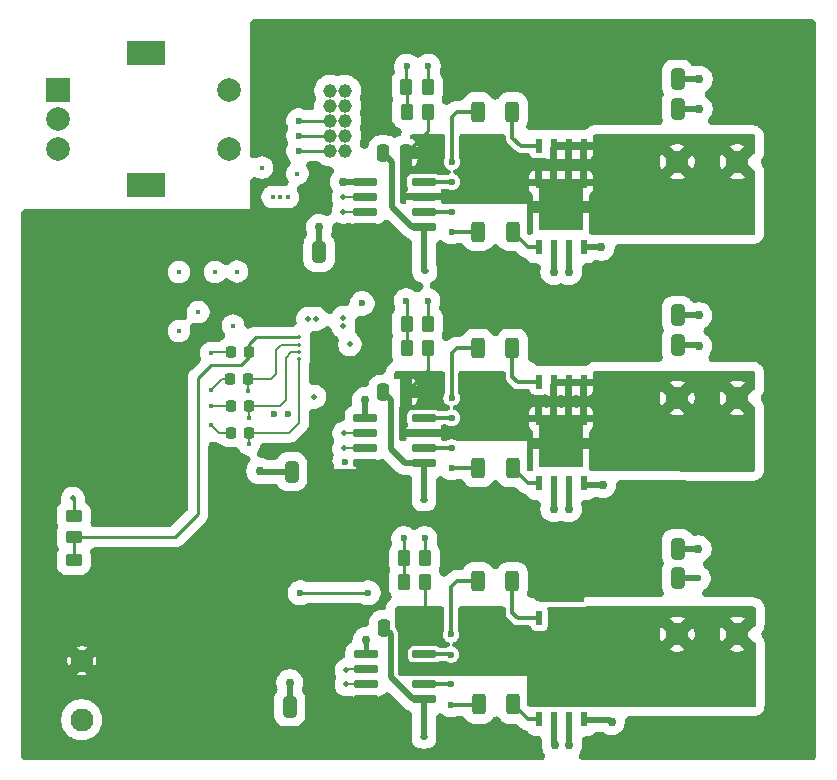
<source format=gbl>
%TF.GenerationSoftware,KiCad,Pcbnew,9.0.4*%
%TF.CreationDate,2025-12-21T19:05:22-05:00*%
%TF.ProjectId,esc,6573632e-6b69-4636-9164-5f7063625858,rev?*%
%TF.SameCoordinates,Original*%
%TF.FileFunction,Copper,L4,Bot*%
%TF.FilePolarity,Positive*%
%FSLAX46Y46*%
G04 Gerber Fmt 4.6, Leading zero omitted, Abs format (unit mm)*
G04 Created by KiCad (PCBNEW 9.0.4) date 2025-12-21 19:05:22*
%MOMM*%
%LPD*%
G01*
G04 APERTURE LIST*
G04 Aperture macros list*
%AMRoundRect*
0 Rectangle with rounded corners*
0 $1 Rounding radius*
0 $2 $3 $4 $5 $6 $7 $8 $9 X,Y pos of 4 corners*
0 Add a 4 corners polygon primitive as box body*
4,1,4,$2,$3,$4,$5,$6,$7,$8,$9,$2,$3,0*
0 Add four circle primitives for the rounded corners*
1,1,$1+$1,$2,$3*
1,1,$1+$1,$4,$5*
1,1,$1+$1,$6,$7*
1,1,$1+$1,$8,$9*
0 Add four rect primitives between the rounded corners*
20,1,$1+$1,$2,$3,$4,$5,0*
20,1,$1+$1,$4,$5,$6,$7,0*
20,1,$1+$1,$6,$7,$8,$9,0*
20,1,$1+$1,$8,$9,$2,$3,0*%
G04 Aperture macros list end*
%TA.AperFunction,ComponentPad*%
%ADD10R,2.000000X2.000000*%
%TD*%
%TA.AperFunction,ComponentPad*%
%ADD11C,2.000000*%
%TD*%
%TA.AperFunction,ComponentPad*%
%ADD12R,3.200000X2.000000*%
%TD*%
%TA.AperFunction,ComponentPad*%
%ADD13C,1.950000*%
%TD*%
%TA.AperFunction,ComponentPad*%
%ADD14C,1.168400*%
%TD*%
%TA.AperFunction,SMDPad,CuDef*%
%ADD15RoundRect,0.112500X0.187500X0.112500X-0.187500X0.112500X-0.187500X-0.112500X0.187500X-0.112500X0*%
%TD*%
%TA.AperFunction,SMDPad,CuDef*%
%ADD16R,0.610000X1.270000*%
%TD*%
%TA.AperFunction,SMDPad,CuDef*%
%ADD17R,0.610000X1.020000*%
%TD*%
%TA.AperFunction,SMDPad,CuDef*%
%ADD18R,3.810000X3.910000*%
%TD*%
%TA.AperFunction,SMDPad,CuDef*%
%ADD19RoundRect,0.250000X0.325000X0.650000X-0.325000X0.650000X-0.325000X-0.650000X0.325000X-0.650000X0*%
%TD*%
%TA.AperFunction,SMDPad,CuDef*%
%ADD20RoundRect,0.250000X0.312500X0.625000X-0.312500X0.625000X-0.312500X-0.625000X0.312500X-0.625000X0*%
%TD*%
%TA.AperFunction,SMDPad,CuDef*%
%ADD21RoundRect,0.250000X-0.325000X-0.650000X0.325000X-0.650000X0.325000X0.650000X-0.325000X0.650000X0*%
%TD*%
%TA.AperFunction,SMDPad,CuDef*%
%ADD22RoundRect,0.250000X0.450000X-0.262500X0.450000X0.262500X-0.450000X0.262500X-0.450000X-0.262500X0*%
%TD*%
%TA.AperFunction,SMDPad,CuDef*%
%ADD23RoundRect,0.225000X0.225000X0.250000X-0.225000X0.250000X-0.225000X-0.250000X0.225000X-0.250000X0*%
%TD*%
%TA.AperFunction,SMDPad,CuDef*%
%ADD24RoundRect,0.250000X0.262500X0.450000X-0.262500X0.450000X-0.262500X-0.450000X0.262500X-0.450000X0*%
%TD*%
%TA.AperFunction,SMDPad,CuDef*%
%ADD25RoundRect,0.250000X-0.262500X-0.450000X0.262500X-0.450000X0.262500X0.450000X-0.262500X0.450000X0*%
%TD*%
%TA.AperFunction,SMDPad,CuDef*%
%ADD26RoundRect,0.075000X-0.910000X-0.225000X0.910000X-0.225000X0.910000X0.225000X-0.910000X0.225000X0*%
%TD*%
%TA.AperFunction,SMDPad,CuDef*%
%ADD27RoundRect,0.250000X-0.250000X-0.475000X0.250000X-0.475000X0.250000X0.475000X-0.250000X0.475000X0*%
%TD*%
%TA.AperFunction,ViaPad*%
%ADD28C,0.750000*%
%TD*%
%TA.AperFunction,ViaPad*%
%ADD29C,0.600000*%
%TD*%
%TA.AperFunction,ViaPad*%
%ADD30C,0.500000*%
%TD*%
%TA.AperFunction,ViaPad*%
%ADD31C,0.400000*%
%TD*%
%TA.AperFunction,ViaPad*%
%ADD32C,0.350000*%
%TD*%
%TA.AperFunction,Conductor*%
%ADD33C,0.500000*%
%TD*%
%TA.AperFunction,Conductor*%
%ADD34C,0.250000*%
%TD*%
%TA.AperFunction,Conductor*%
%ADD35C,0.200000*%
%TD*%
%TA.AperFunction,Conductor*%
%ADD36C,0.350000*%
%TD*%
%TA.AperFunction,Conductor*%
%ADD37C,0.400000*%
%TD*%
G04 APERTURE END LIST*
D10*
%TO.P,SW1,A,A*%
%TO.N,/STM32/ENC_A*%
X113700000Y-68900000D03*
D11*
%TO.P,SW1,B,B*%
%TO.N,/STM32/ENC_B*%
X113700000Y-73900000D03*
%TO.P,SW1,C,C*%
%TO.N,GND*%
X113700000Y-71400000D03*
D12*
%TO.P,SW1,MP*%
%TO.N,N/C*%
X121200000Y-65800000D03*
X121200000Y-77000000D03*
D11*
%TO.P,SW1,S1*%
X128200000Y-73900000D03*
%TO.P,SW1,S2*%
X128200000Y-68900000D03*
%TD*%
D13*
%TO.P,J4,1_1,1_1*%
%TO.N,/W PHASE/W_PHASE*%
X166170000Y-115000000D03*
%TO.P,J4,1_2,1_2*%
X171250000Y-115000000D03*
%TD*%
%TO.P,J2,1_1,1_1*%
%TO.N,/U PHASE/U_PHASE*%
X166170000Y-75000000D03*
%TO.P,J2,1_2,1_2*%
X171250000Y-75000000D03*
%TD*%
D14*
%TO.P,J5,1,Pin_1*%
%TO.N,+3V3*%
X138050000Y-74060000D03*
%TO.P,J5,2,Pin_2*%
%TO.N,/STM32/SWDIO*%
X136780000Y-74060000D03*
%TO.P,J5,3,Pin_3*%
%TO.N,GND*%
X138050000Y-72790000D03*
%TO.P,J5,4,Pin_4*%
%TO.N,/STM32/SWCLK*%
X136780000Y-72790000D03*
%TO.P,J5,5,Pin_5*%
%TO.N,GND*%
X138050000Y-71520000D03*
%TO.P,J5,6,Pin_6*%
%TO.N,/STM32/SWO*%
X136780000Y-71520000D03*
%TO.P,J5,7,Pin_7*%
%TO.N,unconnected-(J5-Pin_7-Pad7)*%
X138050000Y-70250000D03*
%TO.P,J5,8,Pin_8*%
%TO.N,unconnected-(J5-Pin_8-Pad8)*%
X136780000Y-70250000D03*
%TO.P,J5,9,Pin_9*%
%TO.N,GND*%
X138050000Y-68980000D03*
%TO.P,J5,10,Pin_10*%
%TO.N,unconnected-(J5-Pin_10-Pad10)*%
X136780000Y-68980000D03*
%TD*%
D13*
%TO.P,J1,1,Pin_1*%
%TO.N,VCC*%
X115750000Y-117250000D03*
%TO.P,J1,2,Pin_2*%
%TO.N,GND*%
X115750000Y-122250000D03*
%TD*%
%TO.P,J3,1_1,1_1*%
%TO.N,/V PHASE/V_PHASE*%
X166170000Y-95000000D03*
%TO.P,J3,1_2,1_2*%
X171250000Y-95000000D03*
%TD*%
D15*
%TO.P,D4,1,K*%
%TO.N,Net-(D4-K)*%
X144730000Y-123705000D03*
%TO.P,D4,2,A*%
%TO.N,VCC*%
X142630000Y-123705000D03*
%TD*%
D16*
%TO.P,Q1,1*%
%TO.N,/U PHASE/U_PHASE*%
X158235000Y-73675000D03*
%TO.P,Q1,2*%
X156965000Y-73675000D03*
%TO.P,Q1,3*%
X155695000Y-73675000D03*
%TO.P,Q1,4*%
%TO.N,Net-(Q1-Pad4)*%
X154425000Y-73675000D03*
D17*
%TO.P,Q1,5*%
%TO.N,VCC*%
X154425000Y-68210000D03*
%TO.P,Q1,6*%
X155695000Y-68210000D03*
%TO.P,Q1,7*%
X156965000Y-68210000D03*
%TO.P,Q1,8*%
X158235000Y-68210000D03*
D18*
%TO.P,Q1,9*%
X156330000Y-70315000D03*
%TD*%
D16*
%TO.P,Q5,1*%
%TO.N,/W PHASE/W_PHASE*%
X158290000Y-113675000D03*
%TO.P,Q5,2*%
X157020000Y-113675000D03*
%TO.P,Q5,3*%
X155750000Y-113675000D03*
%TO.P,Q5,4*%
%TO.N,Net-(Q5-Pad4)*%
X154480000Y-113675000D03*
D17*
%TO.P,Q5,5*%
%TO.N,VCC*%
X154480000Y-108210000D03*
%TO.P,Q5,6*%
X155750000Y-108210000D03*
%TO.P,Q5,7*%
X157020000Y-108210000D03*
%TO.P,Q5,8*%
X158290000Y-108210000D03*
D18*
%TO.P,Q5,9*%
X156385000Y-110315000D03*
%TD*%
D19*
%TO.P,C21,1*%
%TO.N,VCC*%
X136475000Y-101250000D03*
%TO.P,C21,2*%
%TO.N,GND*%
X133525000Y-101250000D03*
%TD*%
D20*
%TO.P,R8,1*%
%TO.N,Net-(Q2-Pad4)*%
X152242500Y-80955000D03*
%TO.P,R8,2*%
%TO.N,Net-(U5-LO)*%
X149317500Y-80955000D03*
%TD*%
D19*
%TO.P,C16,1*%
%TO.N,VCC*%
X138787500Y-82675000D03*
%TO.P,C16,2*%
%TO.N,GND*%
X135837500Y-82675000D03*
%TD*%
D21*
%TO.P,C28,1*%
%TO.N,VCC*%
X163250000Y-107750000D03*
%TO.P,C28,2*%
%TO.N,GND*%
X166200000Y-107750000D03*
%TD*%
D22*
%TO.P,R2,1*%
%TO.N,/PWR/VCC_SENSE*%
X115062500Y-106787500D03*
%TO.P,R2,2*%
%TO.N,GND*%
X115062500Y-104962500D03*
%TD*%
D23*
%TO.P,C30,1*%
%TO.N,/STM32/W_VSENSE*%
X129900000Y-97950000D03*
%TO.P,C30,2*%
%TO.N,GND*%
X128350000Y-97950000D03*
%TD*%
D15*
%TO.P,D3,1,K*%
%TO.N,Net-(D3-K)*%
X144730000Y-103605000D03*
%TO.P,D3,2,A*%
%TO.N,VCC*%
X142630000Y-103605000D03*
%TD*%
D21*
%TO.P,C29,1*%
%TO.N,VCC*%
X163250000Y-110250000D03*
%TO.P,C29,2*%
%TO.N,GND*%
X166200000Y-110250000D03*
%TD*%
D24*
%TO.P,R13,1*%
%TO.N,/V PHASE/V_PHASE*%
X145075000Y-90775000D03*
%TO.P,R13,2*%
%TO.N,/STM32/V_VSENSE*%
X143250000Y-90775000D03*
%TD*%
D20*
%TO.P,R12,1*%
%TO.N,Net-(Q4-Pad4)*%
X152242500Y-100955000D03*
%TO.P,R12,2*%
%TO.N,Net-(U6-LO)*%
X149317500Y-100955000D03*
%TD*%
D25*
%TO.P,R10,1*%
%TO.N,/STM32/U_VSENSE*%
X143237500Y-68700000D03*
%TO.P,R10,2*%
%TO.N,GND*%
X145062500Y-68700000D03*
%TD*%
D26*
%TO.P,U7,1,VCC*%
%TO.N,VCC*%
X139810000Y-120510000D03*
%TO.P,U7,2,HIN*%
%TO.N,/STM32/W_HIN*%
X139810000Y-119240000D03*
%TO.P,U7,3,~{LIN}*%
%TO.N,/STM32/W_LIN*%
X139810000Y-117970000D03*
%TO.P,U7,4,COM*%
%TO.N,GND*%
X139810000Y-116700000D03*
%TO.P,U7,5,LO*%
%TO.N,Net-(U7-LO)*%
X144760000Y-116700000D03*
%TO.P,U7,6,VS*%
%TO.N,/W PHASE/W_PHASE*%
X144760000Y-117970000D03*
%TO.P,U7,7,HO*%
%TO.N,Net-(U7-HO)*%
X144760000Y-119240000D03*
%TO.P,U7,8,VB*%
%TO.N,Net-(D4-K)*%
X144760000Y-120510000D03*
%TD*%
D16*
%TO.P,Q6,1*%
%TO.N,GND*%
X158290000Y-122225000D03*
%TO.P,Q6,2*%
X157020000Y-122225000D03*
%TO.P,Q6,3*%
X155750000Y-122225000D03*
%TO.P,Q6,4*%
%TO.N,Net-(Q6-Pad4)*%
X154480000Y-122225000D03*
D17*
%TO.P,Q6,5*%
%TO.N,/W PHASE/W_PHASE*%
X154480000Y-116760000D03*
%TO.P,Q6,6*%
X155750000Y-116760000D03*
%TO.P,Q6,7*%
X157020000Y-116760000D03*
%TO.P,Q6,8*%
X158290000Y-116760000D03*
D18*
%TO.P,Q6,9*%
X156385000Y-118865000D03*
%TD*%
D20*
%TO.P,R15,1*%
%TO.N,Net-(Q5-Pad4)*%
X152212500Y-110500000D03*
%TO.P,R15,2*%
%TO.N,Net-(U7-HO)*%
X149287500Y-110500000D03*
%TD*%
D27*
%TO.P,C27,1*%
%TO.N,Net-(D4-K)*%
X141330000Y-114455000D03*
%TO.P,C27,2*%
%TO.N,/W PHASE/W_PHASE*%
X143230000Y-114455000D03*
%TD*%
D20*
%TO.P,R7,1*%
%TO.N,Net-(Q1-Pad4)*%
X152212500Y-70750000D03*
%TO.P,R7,2*%
%TO.N,Net-(U5-HO)*%
X149287500Y-70750000D03*
%TD*%
D26*
%TO.P,U5,1,VCC*%
%TO.N,VCC*%
X139755000Y-80510000D03*
%TO.P,U5,2,HIN*%
%TO.N,/STM32/U_HIN*%
X139755000Y-79240000D03*
%TO.P,U5,3,~{LIN}*%
%TO.N,/STM32/U_LIN*%
X139755000Y-77970000D03*
%TO.P,U5,4,COM*%
%TO.N,GND*%
X139755000Y-76700000D03*
%TO.P,U5,5,LO*%
%TO.N,Net-(U5-LO)*%
X144705000Y-76700000D03*
%TO.P,U5,6,VS*%
%TO.N,/U PHASE/U_PHASE*%
X144705000Y-77970000D03*
%TO.P,U5,7,HO*%
%TO.N,Net-(U5-HO)*%
X144705000Y-79240000D03*
%TO.P,U5,8,VB*%
%TO.N,Net-(D2-K)*%
X144705000Y-80510000D03*
%TD*%
D21*
%TO.P,C23,1*%
%TO.N,VCC*%
X163250000Y-88000000D03*
%TO.P,C23,2*%
%TO.N,GND*%
X166200000Y-88000000D03*
%TD*%
D25*
%TO.P,R18,1*%
%TO.N,/STM32/W_VSENSE*%
X143000000Y-108587500D03*
%TO.P,R18,2*%
%TO.N,GND*%
X144825000Y-108587500D03*
%TD*%
D23*
%TO.P,C20,1*%
%TO.N,/STM32/U_VSENSE*%
X129850000Y-93416667D03*
%TO.P,C20,2*%
%TO.N,GND*%
X128300000Y-93416667D03*
%TD*%
D26*
%TO.P,U6,1,VCC*%
%TO.N,VCC*%
X139755000Y-100510000D03*
%TO.P,U6,2,HIN*%
%TO.N,/STM32/V_HIN*%
X139755000Y-99240000D03*
%TO.P,U6,3,~{LIN}*%
%TO.N,/STM32/V_LIN*%
X139755000Y-97970000D03*
%TO.P,U6,4,COM*%
%TO.N,GND*%
X139755000Y-96700000D03*
%TO.P,U6,5,LO*%
%TO.N,Net-(U6-LO)*%
X144705000Y-96700000D03*
%TO.P,U6,6,VS*%
%TO.N,/V PHASE/V_PHASE*%
X144705000Y-97970000D03*
%TO.P,U6,7,HO*%
%TO.N,Net-(U6-HO)*%
X144705000Y-99240000D03*
%TO.P,U6,8,VB*%
%TO.N,Net-(D3-K)*%
X144705000Y-100510000D03*
%TD*%
D16*
%TO.P,Q2,1*%
%TO.N,GND*%
X158235000Y-82225000D03*
%TO.P,Q2,2*%
X156965000Y-82225000D03*
%TO.P,Q2,3*%
X155695000Y-82225000D03*
%TO.P,Q2,4*%
%TO.N,Net-(Q2-Pad4)*%
X154425000Y-82225000D03*
D17*
%TO.P,Q2,5*%
%TO.N,/U PHASE/U_PHASE*%
X154425000Y-76760000D03*
%TO.P,Q2,6*%
X155695000Y-76760000D03*
%TO.P,Q2,7*%
X156965000Y-76760000D03*
%TO.P,Q2,8*%
X158235000Y-76760000D03*
D18*
%TO.P,Q2,9*%
X156330000Y-78865000D03*
%TD*%
D23*
%TO.P,C2,1*%
%TO.N,/PWR/VCC_SENSE*%
X129900000Y-91150000D03*
%TO.P,C2,2*%
%TO.N,GND*%
X128350000Y-91150000D03*
%TD*%
D20*
%TO.P,R16,1*%
%TO.N,Net-(Q6-Pad4)*%
X152297500Y-120955000D03*
%TO.P,R16,2*%
%TO.N,Net-(U7-LO)*%
X149372500Y-120955000D03*
%TD*%
D24*
%TO.P,R9,1*%
%TO.N,/U PHASE/U_PHASE*%
X145075000Y-70750000D03*
%TO.P,R9,2*%
%TO.N,/STM32/U_VSENSE*%
X143250000Y-70750000D03*
%TD*%
D20*
%TO.P,R11,1*%
%TO.N,Net-(Q3-Pad4)*%
X152212500Y-90750000D03*
%TO.P,R11,2*%
%TO.N,Net-(U6-HO)*%
X149287500Y-90750000D03*
%TD*%
D22*
%TO.P,R1,1*%
%TO.N,VCC*%
X115062500Y-110587500D03*
%TO.P,R1,2*%
%TO.N,/PWR/VCC_SENSE*%
X115062500Y-108762500D03*
%TD*%
D27*
%TO.P,C22,1*%
%TO.N,Net-(D3-K)*%
X141280000Y-94505000D03*
%TO.P,C22,2*%
%TO.N,/V PHASE/V_PHASE*%
X143180000Y-94505000D03*
%TD*%
D21*
%TO.P,C18,1*%
%TO.N,VCC*%
X163250000Y-68000000D03*
%TO.P,C18,2*%
%TO.N,GND*%
X166200000Y-68000000D03*
%TD*%
%TO.P,C19,1*%
%TO.N,VCC*%
X163250000Y-70500000D03*
%TO.P,C19,2*%
%TO.N,GND*%
X166200000Y-70500000D03*
%TD*%
%TO.P,C24,1*%
%TO.N,VCC*%
X163250000Y-90500000D03*
%TO.P,C24,2*%
%TO.N,GND*%
X166200000Y-90500000D03*
%TD*%
D15*
%TO.P,D2,1,K*%
%TO.N,Net-(D2-K)*%
X144800000Y-84250000D03*
%TO.P,D2,2,A*%
%TO.N,VCC*%
X142700000Y-84250000D03*
%TD*%
D16*
%TO.P,Q3,1*%
%TO.N,/V PHASE/V_PHASE*%
X158235000Y-93675000D03*
%TO.P,Q3,2*%
X156965000Y-93675000D03*
%TO.P,Q3,3*%
X155695000Y-93675000D03*
%TO.P,Q3,4*%
%TO.N,Net-(Q3-Pad4)*%
X154425000Y-93675000D03*
D17*
%TO.P,Q3,5*%
%TO.N,VCC*%
X154425000Y-88210000D03*
%TO.P,Q3,6*%
X155695000Y-88210000D03*
%TO.P,Q3,7*%
X156965000Y-88210000D03*
%TO.P,Q3,8*%
X158235000Y-88210000D03*
D18*
%TO.P,Q3,9*%
X156330000Y-90315000D03*
%TD*%
D25*
%TO.P,R14,1*%
%TO.N,/STM32/V_VSENSE*%
X143250000Y-88725000D03*
%TO.P,R14,2*%
%TO.N,GND*%
X145075000Y-88725000D03*
%TD*%
D27*
%TO.P,C17,1*%
%TO.N,Net-(D2-K)*%
X141280000Y-74254996D03*
%TO.P,C17,2*%
%TO.N,/U PHASE/U_PHASE*%
X143180000Y-74254996D03*
%TD*%
D24*
%TO.P,R17,1*%
%TO.N,/W PHASE/W_PHASE*%
X144825000Y-110600000D03*
%TO.P,R17,2*%
%TO.N,/STM32/W_VSENSE*%
X143000000Y-110600000D03*
%TD*%
D19*
%TO.P,C26,1*%
%TO.N,VCC*%
X136305000Y-121155000D03*
%TO.P,C26,2*%
%TO.N,GND*%
X133355000Y-121155000D03*
%TD*%
D16*
%TO.P,Q4,1*%
%TO.N,GND*%
X158235000Y-102225000D03*
%TO.P,Q4,2*%
X156965000Y-102225000D03*
%TO.P,Q4,3*%
X155695000Y-102225000D03*
%TO.P,Q4,4*%
%TO.N,Net-(Q4-Pad4)*%
X154425000Y-102225000D03*
D17*
%TO.P,Q4,5*%
%TO.N,/V PHASE/V_PHASE*%
X154425000Y-96760000D03*
%TO.P,Q4,6*%
X155695000Y-96760000D03*
%TO.P,Q4,7*%
X156965000Y-96760000D03*
%TO.P,Q4,8*%
X158235000Y-96760000D03*
D18*
%TO.P,Q4,9*%
X156330000Y-98865000D03*
%TD*%
D23*
%TO.P,C25,1*%
%TO.N,/STM32/V_VSENSE*%
X129900000Y-95683333D03*
%TO.P,C25,2*%
%TO.N,GND*%
X128350000Y-95683333D03*
%TD*%
D28*
%TO.N,GND*%
X130800000Y-101200000D03*
D29*
X133200000Y-96400000D03*
X138000000Y-100400000D03*
X132000000Y-96400000D03*
D28*
%TO.N,VCC*%
X125000000Y-114750000D03*
X125000000Y-119750000D03*
X125000000Y-117250000D03*
X127000000Y-117250000D03*
X127000000Y-119750000D03*
X128875000Y-119750000D03*
X128875000Y-114750000D03*
X128875000Y-117250000D03*
X127000000Y-114750000D03*
D29*
%TO.N,/PWR/BUCK_EN*%
X140000000Y-111500000D03*
X134250000Y-111500000D03*
D30*
%TO.N,/STM32/V_LIN*%
X137950000Y-98000000D03*
D29*
%TO.N,GND*%
X139500000Y-87000000D03*
D28*
X155800000Y-124400000D03*
X157000000Y-124400000D03*
X160600000Y-122400000D03*
D31*
X125612500Y-87725000D03*
X134000000Y-76000000D03*
D28*
X155700000Y-104400000D03*
D31*
X131000000Y-75500000D03*
D28*
X133350000Y-119100000D03*
D31*
X133200000Y-78000000D03*
X126700000Y-95700000D03*
D28*
X159750000Y-82250000D03*
D31*
X123962500Y-89325000D03*
D30*
X115000000Y-103500000D03*
D29*
X144812500Y-106900000D03*
X145062500Y-86775000D03*
D28*
X156962500Y-84300000D03*
D31*
X126700000Y-97300000D03*
X126700000Y-91200000D03*
D28*
X159850000Y-102350000D03*
D31*
X123962500Y-84325000D03*
X128900000Y-84300000D03*
X131900000Y-78000000D03*
X127037500Y-84325000D03*
D28*
X156962500Y-104400000D03*
X155700000Y-84300000D03*
D31*
X132550000Y-78000000D03*
X126700000Y-94350000D03*
X128562500Y-88875000D03*
D29*
X145100000Y-66900000D03*
D28*
X168007500Y-90620000D03*
X167952500Y-107770000D03*
X168032500Y-68020000D03*
X139750000Y-95200000D03*
D29*
X167952500Y-110270000D03*
D28*
X135850000Y-80550000D03*
X168032500Y-70520000D03*
X168007500Y-88020000D03*
X137900000Y-76700000D03*
X139810000Y-115510000D03*
D32*
%TO.N,/PWR/VCC_SENSE*%
X134150000Y-89850000D03*
D29*
%TO.N,/STM32/U_VSENSE*%
X143250000Y-66900000D03*
D32*
X134152025Y-90526912D03*
D31*
X129850000Y-94425000D03*
D32*
%TO.N,/STM32/V_VSENSE*%
X134150000Y-91100000D03*
D29*
X143212500Y-86775000D03*
D31*
X129900000Y-96725000D03*
D32*
%TO.N,/STM32/W_VSENSE*%
X134150000Y-91700000D03*
D29*
X143012500Y-106900000D03*
D31*
X129900000Y-98900000D03*
D29*
%TO.N,/STM32/SWDIO*%
X134100000Y-74100000D03*
%TO.N,/STM32/SWCLK*%
X134100000Y-72790000D03*
%TO.N,/STM32/SWO*%
X134100000Y-71520000D03*
%TO.N,Net-(U5-HO)*%
X147080000Y-79239996D03*
X147080000Y-75005000D03*
%TO.N,Net-(U5-LO)*%
X147080000Y-80955000D03*
X147080000Y-76705000D03*
%TO.N,Net-(U6-HO)*%
X147062500Y-94975000D03*
X147062500Y-99209996D03*
%TO.N,Net-(U6-LO)*%
X147062500Y-96675000D03*
X147062500Y-100925000D03*
%TO.N,Net-(U7-HO)*%
X147012500Y-119259996D03*
X147012500Y-115025000D03*
%TO.N,Net-(U7-LO)*%
X147012500Y-116725000D03*
X147012500Y-120975000D03*
D30*
%TO.N,/STM32/W_HIN*%
X137900000Y-88200000D03*
X138150000Y-119250000D03*
%TO.N,/STM32/W_LIN*%
X135450000Y-94900000D03*
X138150000Y-118050000D03*
%TO.N,/STM32/V_LIN*%
X138450000Y-90450000D03*
%TO.N,/STM32/U_LIN*%
X137900000Y-78000000D03*
X134899997Y-88300000D03*
%TO.N,/STM32/V_HIN*%
X137900000Y-88950000D03*
X137950000Y-99250000D03*
%TO.N,/STM32/U_HIN*%
X137900000Y-79250000D03*
X135600000Y-88300000D03*
%TD*%
D33*
%TO.N,GND*%
X130850000Y-101250000D02*
X133525000Y-101250000D01*
X130800000Y-101200000D02*
X130850000Y-101250000D01*
%TO.N,Net-(D3-K)*%
X143110000Y-100510000D02*
X141925000Y-99325000D01*
D34*
%TO.N,/PWR/BUCK_EN*%
X140000000Y-111500000D02*
X134250000Y-111500000D01*
D35*
%TO.N,/STM32/V_VSENSE*%
X129900000Y-96725000D02*
X129900000Y-95775000D01*
%TO.N,GND*%
X157020000Y-124380000D02*
X157000000Y-124400000D01*
D33*
X157020000Y-122225000D02*
X157020000Y-124380000D01*
D36*
%TO.N,Net-(Q5-Pad4)*%
X152675000Y-113675000D02*
X152212500Y-113212500D01*
X154480000Y-113675000D02*
X152675000Y-113675000D01*
X152212500Y-110500000D02*
X152212500Y-113212500D01*
%TO.N,Net-(U7-HO)*%
X147500000Y-110500000D02*
X149287500Y-110500000D01*
X147012500Y-110987500D02*
X147500000Y-110500000D01*
X147012500Y-115025000D02*
X147012500Y-110987500D01*
D34*
%TO.N,/W PHASE/W_PHASE*%
X144825000Y-112860000D02*
X143230000Y-114455000D01*
X144825000Y-110600000D02*
X144825000Y-112860000D01*
D36*
%TO.N,Net-(Q3-Pad4)*%
X152212500Y-93212500D02*
X152212500Y-90750000D01*
X154425000Y-93675000D02*
X152675000Y-93675000D01*
X152675000Y-93675000D02*
X152212500Y-93212500D01*
%TO.N,Net-(U6-HO)*%
X147062500Y-91187500D02*
X147500000Y-90750000D01*
X147062500Y-94975000D02*
X147062500Y-91187500D01*
X147500000Y-90750000D02*
X149287500Y-90750000D01*
%TO.N,Net-(Q1-Pad4)*%
X152212500Y-72962500D02*
X152212500Y-70750000D01*
X152925000Y-73675000D02*
X152212500Y-72962500D01*
X154425000Y-73675000D02*
X152925000Y-73675000D01*
%TO.N,Net-(U5-HO)*%
X147537500Y-70750000D02*
X149287500Y-70750000D01*
X147080000Y-71207500D02*
X147537500Y-70750000D01*
X147080000Y-75005000D02*
X147080000Y-71207500D01*
D34*
%TO.N,/V PHASE/V_PHASE*%
X145075000Y-92610000D02*
X145075000Y-90775000D01*
X143180000Y-94505000D02*
X145075000Y-92610000D01*
%TO.N,/U PHASE/U_PHASE*%
X145075000Y-72359996D02*
X143180000Y-74254996D01*
X145075000Y-70750000D02*
X145075000Y-72359996D01*
%TO.N,/STM32/U_VSENSE*%
X143250000Y-70750000D02*
X143250000Y-68712500D01*
D37*
%TO.N,VCC*%
X142630000Y-84180000D02*
X142700000Y-84250000D01*
D33*
%TO.N,Net-(D2-K)*%
X144730000Y-84180000D02*
X144730000Y-80535000D01*
X144730000Y-80535000D02*
X144705000Y-80510000D01*
X144800000Y-84250000D02*
X144730000Y-84180000D01*
D37*
%TO.N,VCC*%
X139755000Y-80510000D02*
X141185000Y-80510000D01*
X142630000Y-81955000D02*
X142630000Y-84180000D01*
X141185000Y-80510000D02*
X142630000Y-81955000D01*
%TO.N,GND*%
X139810000Y-115510000D02*
X139810000Y-116700000D01*
D33*
X156962500Y-83625000D02*
X156965000Y-83622500D01*
X156962500Y-84300000D02*
X156962500Y-83625000D01*
X156965000Y-83622500D02*
X156965000Y-82225000D01*
X155700000Y-83612500D02*
X155695000Y-83607500D01*
X155695000Y-83607500D02*
X155695000Y-82225000D01*
X155700000Y-84300000D02*
X155700000Y-83612500D01*
X156965000Y-103572500D02*
X156965000Y-102225000D01*
X156962500Y-103575000D02*
X156965000Y-103572500D01*
X156962500Y-104400000D02*
X156962500Y-103575000D01*
X155695000Y-103542500D02*
X155695000Y-102225000D01*
X155700000Y-104400000D02*
X155700000Y-103547500D01*
X155700000Y-103547500D02*
X155695000Y-103542500D01*
X155750000Y-124350000D02*
X155800000Y-124400000D01*
X155750000Y-122225000D02*
X155750000Y-124350000D01*
X160450000Y-122250000D02*
X160600000Y-122400000D01*
X159900000Y-122250000D02*
X160450000Y-122250000D01*
X167932500Y-107750000D02*
X167952500Y-107770000D01*
D35*
X145075000Y-86787500D02*
X145062500Y-86775000D01*
D33*
X166225000Y-68000000D02*
X168012500Y-68000000D01*
D35*
X126716667Y-95683333D02*
X126700000Y-95700000D01*
D33*
X167932500Y-110250000D02*
X167952500Y-110270000D01*
X135850000Y-82662500D02*
X135837500Y-82675000D01*
X139755000Y-76700000D02*
X137900000Y-76700000D01*
D35*
X128350000Y-91150000D02*
X126750000Y-91150000D01*
D33*
X133355000Y-121155000D02*
X133355000Y-119105000D01*
D35*
X144825000Y-106912500D02*
X144812500Y-106900000D01*
D33*
X158260000Y-82250000D02*
X158235000Y-82225000D01*
D34*
X115062500Y-103562500D02*
X115000000Y-103500000D01*
D35*
X145062500Y-66937500D02*
X145100000Y-66900000D01*
X128350000Y-95683333D02*
X126716667Y-95683333D01*
D34*
X145075000Y-88725000D02*
X145075000Y-86787500D01*
D33*
X166200000Y-88000000D02*
X167987500Y-88000000D01*
X166200000Y-107750000D02*
X167932500Y-107750000D01*
D34*
X115062500Y-104962500D02*
X115062500Y-103562500D01*
D33*
X133355000Y-119105000D02*
X133350000Y-119100000D01*
D34*
X144825000Y-108587500D02*
X144825000Y-106912500D01*
D33*
X167887500Y-90500000D02*
X168007500Y-90620000D01*
X166200000Y-110250000D02*
X167932500Y-110250000D01*
D35*
X128350000Y-97950000D02*
X127350000Y-97950000D01*
X127350000Y-97950000D02*
X126700000Y-97300000D01*
D33*
X158360000Y-102350000D02*
X158235000Y-102225000D01*
X139750000Y-95200000D02*
X139750000Y-95400000D01*
X166200000Y-90500000D02*
X167887500Y-90500000D01*
D34*
X145062500Y-68700000D02*
X145062500Y-66937500D01*
D35*
X128300000Y-93416667D02*
X127633333Y-93416667D01*
D33*
X159850000Y-102350000D02*
X158360000Y-102350000D01*
X139755000Y-95405000D02*
X139755000Y-96700000D01*
X168012500Y-70500000D02*
X168032500Y-70520000D01*
D35*
X126750000Y-91150000D02*
X126700000Y-91200000D01*
X127633333Y-93416667D02*
X126700000Y-94350000D01*
D33*
X167987500Y-88000000D02*
X168007500Y-88020000D01*
X139750000Y-95400000D02*
X139755000Y-95405000D01*
X166225000Y-70500000D02*
X168012500Y-70500000D01*
X135850000Y-80550000D02*
X135850000Y-82662500D01*
X168012500Y-68000000D02*
X168032500Y-68020000D01*
X159750000Y-82250000D02*
X158260000Y-82250000D01*
D34*
%TO.N,/PWR/VCC_SENSE*%
X125600000Y-93300000D02*
X126650000Y-92250000D01*
X123662500Y-106787500D02*
X125600000Y-104850000D01*
X125600000Y-104850000D02*
X125600000Y-93300000D01*
X129900000Y-91150000D02*
X129900000Y-90450000D01*
X130500000Y-89850000D02*
X134150000Y-89850000D01*
X129200000Y-92250000D02*
X129900000Y-91550000D01*
X126650000Y-92250000D02*
X129200000Y-92250000D01*
X129900000Y-90450000D02*
X130500000Y-89850000D01*
X129900000Y-91550000D02*
X129900000Y-91150000D01*
X115062500Y-106787500D02*
X123662500Y-106787500D01*
X115062500Y-108762500D02*
X115062500Y-106787500D01*
D37*
%TO.N,VCC*%
X141700000Y-120500000D02*
X141690000Y-120510000D01*
D33*
X136305000Y-121155000D02*
X139165000Y-121155000D01*
X139165000Y-121155000D02*
X139810000Y-120510000D01*
X139015000Y-101250000D02*
X139755000Y-100510000D01*
D37*
X142630000Y-103605000D02*
X142630000Y-101980000D01*
X142630000Y-123705000D02*
X142630000Y-121430000D01*
X141160000Y-100510000D02*
X139755000Y-100510000D01*
D33*
X136475000Y-101250000D02*
X139015000Y-101250000D01*
X138787500Y-82675000D02*
X138787500Y-81477500D01*
D37*
X142630000Y-121430000D02*
X141700000Y-120500000D01*
D33*
X115012500Y-110637500D02*
X115062500Y-110587500D01*
D37*
X141690000Y-120510000D02*
X139810000Y-120510000D01*
X142630000Y-101980000D02*
X141160000Y-100510000D01*
D33*
X138787500Y-81477500D02*
X139755000Y-80510000D01*
%TO.N,Net-(D2-K)*%
X142050000Y-78839999D02*
X142050000Y-75024996D01*
X142050000Y-75024996D02*
X141280000Y-74254996D01*
X143720001Y-80510000D02*
X142050000Y-78839999D01*
X144705000Y-80510000D02*
X143720001Y-80510000D01*
D35*
X144730000Y-80534996D02*
X144705000Y-80509996D01*
%TO.N,/U PHASE/U_PHASE*%
X144705000Y-77969996D02*
X143720001Y-77969996D01*
%TO.N,/STM32/U_VSENSE*%
X143250000Y-68712500D02*
X143237500Y-68700000D01*
X132200000Y-92950000D02*
X131733333Y-93416667D01*
X132200000Y-90950000D02*
X132200000Y-92950000D01*
D34*
X143237500Y-68700000D02*
X143237500Y-66912500D01*
D35*
X143237500Y-66912500D02*
X143250000Y-66900000D01*
X134152025Y-90526912D02*
X132623088Y-90526912D01*
X131733333Y-93416667D02*
X129850000Y-93416667D01*
X132623088Y-90526912D02*
X132200000Y-90950000D01*
X129850000Y-94425000D02*
X129850000Y-93475000D01*
D33*
%TO.N,Net-(D3-K)*%
X141925000Y-99325000D02*
X141925000Y-95150000D01*
X144730000Y-103605000D02*
X144730000Y-100535000D01*
X144705000Y-100510000D02*
X143110000Y-100510000D01*
X141925000Y-95150000D02*
X141280000Y-94505000D01*
X144730000Y-100535000D02*
X144705000Y-100510000D01*
D35*
%TO.N,/STM32/V_VSENSE*%
X133000000Y-95200000D02*
X132516667Y-95683333D01*
X134150000Y-91100000D02*
X133500000Y-91100000D01*
X133000000Y-91600000D02*
X133000000Y-95200000D01*
D34*
X143250000Y-90775000D02*
X143250000Y-88725000D01*
D35*
X130116667Y-95683333D02*
X129900000Y-95683333D01*
X143250000Y-86812500D02*
X143212500Y-86775000D01*
D34*
X143250000Y-88725000D02*
X143250000Y-86812500D01*
D35*
X133500000Y-91100000D02*
X133000000Y-91600000D01*
X132516667Y-95683333D02*
X129900000Y-95683333D01*
D33*
%TO.N,Net-(D4-K)*%
X144730000Y-123705000D02*
X144730000Y-120540000D01*
X144760000Y-120510000D02*
X143775001Y-120510000D01*
X141900000Y-115025000D02*
X141330000Y-114455000D01*
X141900000Y-118634999D02*
X141900000Y-115025000D01*
X143775001Y-120510000D02*
X141900000Y-118634999D01*
X144730000Y-120540000D02*
X144760000Y-120510000D01*
D35*
%TO.N,/STM32/W_VSENSE*%
X134150000Y-97100000D02*
X133300000Y-97950000D01*
X133300000Y-97950000D02*
X129900000Y-97950000D01*
D34*
X143000000Y-110600000D02*
X143000000Y-108587500D01*
D35*
X134150000Y-91700000D02*
X134150000Y-97100000D01*
X143000000Y-106912500D02*
X143012500Y-106900000D01*
D34*
X143000000Y-108587500D02*
X143000000Y-106912500D01*
D35*
X129900000Y-98900000D02*
X129900000Y-97950000D01*
X134100000Y-91700000D02*
X134150000Y-91700000D01*
%TO.N,/STM32/SWDIO*%
X134140000Y-74060000D02*
X134100000Y-74100000D01*
D34*
X136780000Y-74060000D02*
X134140000Y-74060000D01*
%TO.N,/STM32/SWCLK*%
X134100000Y-72790000D02*
X136780000Y-72790000D01*
%TO.N,/STM32/SWO*%
X134100000Y-71520000D02*
X136780000Y-71520000D01*
D36*
%TO.N,Net-(Q2-Pad4)*%
X154425000Y-82225000D02*
X153512500Y-82225000D01*
X153512500Y-82225000D02*
X152242500Y-80955000D01*
%TO.N,Net-(Q4-Pad4)*%
X154425000Y-102225000D02*
X153512500Y-102225000D01*
X153512500Y-102225000D02*
X152242500Y-100955000D01*
%TO.N,Net-(Q6-Pad4)*%
X154480000Y-122225000D02*
X153567500Y-122225000D01*
X153567500Y-122225000D02*
X152297500Y-120955000D01*
%TO.N,Net-(U5-HO)*%
X147080000Y-79239996D02*
X144705000Y-79239996D01*
%TO.N,Net-(U5-LO)*%
X144705000Y-76699996D02*
X147074996Y-76699996D01*
X147080000Y-80955000D02*
X149317500Y-80955000D01*
X147074996Y-76699996D02*
X147080000Y-76705000D01*
%TO.N,Net-(U6-HO)*%
X147062500Y-99209996D02*
X144687500Y-99209996D01*
%TO.N,Net-(U6-LO)*%
X147062500Y-100925000D02*
X149300000Y-100925000D01*
X144687500Y-96669996D02*
X147057496Y-96669996D01*
%TO.N,Net-(U7-HO)*%
X147012500Y-119259996D02*
X144637500Y-119259996D01*
%TO.N,Net-(U7-LO)*%
X147012500Y-120975000D02*
X149250000Y-120975000D01*
X144637500Y-116719996D02*
X147007496Y-116719996D01*
D35*
%TO.N,/STM32/W_HIN*%
X139825000Y-119225000D02*
X139810000Y-119240000D01*
X138160000Y-119240000D02*
X138150000Y-119250000D01*
X139810000Y-119240000D02*
X138160000Y-119240000D01*
%TO.N,/STM32/W_LIN*%
X139810000Y-117970000D02*
X138230000Y-117970000D01*
X138230000Y-117970000D02*
X138150000Y-118050000D01*
%TO.N,/STM32/V_LIN*%
X139760000Y-97975000D02*
X139755000Y-97970000D01*
%TO.N,/STM32/U_LIN*%
X139755000Y-77970000D02*
X137930000Y-77970000D01*
X137930000Y-77970000D02*
X137900000Y-78000000D01*
%TO.N,/STM32/V_HIN*%
X139770000Y-99225000D02*
X139755000Y-99240000D01*
X139755000Y-99240000D02*
X137960000Y-99240000D01*
X137960000Y-99240000D02*
X137950000Y-99250000D01*
%TO.N,/STM32/U_HIN*%
X139755000Y-79240000D02*
X137910000Y-79240000D01*
X137910000Y-79240000D02*
X137900000Y-79250000D01*
D33*
%TO.N,GND*%
X158315000Y-122250000D02*
X158290000Y-122225000D01*
X159900000Y-122250000D02*
X158315000Y-122250000D01*
D35*
%TO.N,/STM32/V_LIN*%
X139755000Y-97970000D02*
X137980000Y-97970000D01*
X137980000Y-97970000D02*
X137950000Y-98000000D01*
%TD*%
%TA.AperFunction,Conductor*%
%TO.N,/W PHASE/W_PHASE*%
G36*
X146324343Y-112662049D02*
G01*
X146393584Y-112717268D01*
X146432011Y-112797060D01*
X146437000Y-112841342D01*
X146437000Y-114565063D01*
X146417293Y-114651406D01*
X146403464Y-114675619D01*
X146391727Y-114693185D01*
X146391722Y-114693193D01*
X146338920Y-114820670D01*
X146338919Y-114820674D01*
X146312000Y-114956007D01*
X146312000Y-115093992D01*
X146338919Y-115229325D01*
X146338920Y-115229329D01*
X146391722Y-115356806D01*
X146391725Y-115356811D01*
X146468386Y-115471542D01*
X146565958Y-115569114D01*
X146680689Y-115645775D01*
X146753663Y-115676002D01*
X146790229Y-115691148D01*
X146796475Y-115695579D01*
X146803908Y-115697430D01*
X146832331Y-115721021D01*
X146862458Y-115742397D01*
X146866163Y-115749100D01*
X146872056Y-115753992D01*
X146887431Y-115787583D01*
X146905297Y-115819910D01*
X146905726Y-115827554D01*
X146908915Y-115834521D01*
X146908192Y-115871459D01*
X146910263Y-115908334D01*
X146907331Y-115915410D01*
X146907182Y-115923068D01*
X146890508Y-115956027D01*
X146876372Y-115990155D01*
X146870660Y-115995258D01*
X146867203Y-116002094D01*
X146843239Y-116019763D01*
X146810335Y-116049169D01*
X146796895Y-116055947D01*
X146793582Y-116057463D01*
X146680689Y-116104225D01*
X146657362Y-116119810D01*
X146642873Y-116126443D01*
X146614728Y-116132290D01*
X146587872Y-116142542D01*
X146560053Y-116144496D01*
X146088187Y-116144496D01*
X146001844Y-116124789D01*
X145968933Y-116104805D01*
X145900226Y-116053372D01*
X145772114Y-116005588D01*
X145739614Y-116002094D01*
X145715486Y-115999500D01*
X143804511Y-115999500D01*
X143747888Y-116005587D01*
X143619771Y-116053373D01*
X143510313Y-116135311D01*
X143510311Y-116135313D01*
X143428372Y-116244772D01*
X143380588Y-116372886D01*
X143374500Y-116429514D01*
X143374500Y-116970488D01*
X143380587Y-117027111D01*
X143428373Y-117155228D01*
X143510311Y-117264686D01*
X143510313Y-117264688D01*
X143619772Y-117346627D01*
X143619773Y-117346627D01*
X143619774Y-117346628D01*
X143747886Y-117394412D01*
X143804515Y-117400500D01*
X145715484Y-117400499D01*
X145715488Y-117400499D01*
X145747844Y-117397020D01*
X145772114Y-117394412D01*
X145900226Y-117346628D01*
X145915510Y-117335186D01*
X145996441Y-117299221D01*
X146034764Y-117295496D01*
X146545075Y-117295496D01*
X146631418Y-117315203D01*
X146655634Y-117329034D01*
X146680686Y-117345773D01*
X146680693Y-117345777D01*
X146682748Y-117346628D01*
X146808172Y-117398580D01*
X146943507Y-117425500D01*
X146943508Y-117425500D01*
X147081492Y-117425500D01*
X147081493Y-117425500D01*
X147216828Y-117398580D01*
X147344311Y-117345775D01*
X147459042Y-117269114D01*
X147556614Y-117171542D01*
X147633275Y-117056811D01*
X147686080Y-116929328D01*
X147713000Y-116793993D01*
X147713000Y-116656007D01*
X147686080Y-116520672D01*
X147633275Y-116393189D01*
X147633271Y-116393183D01*
X147622374Y-116376873D01*
X147594616Y-116335332D01*
X165541773Y-116335332D01*
X165603796Y-116366935D01*
X165603797Y-116366936D01*
X165824598Y-116438679D01*
X165824610Y-116438682D01*
X166053915Y-116475000D01*
X166286085Y-116475000D01*
X166515389Y-116438682D01*
X166515401Y-116438679D01*
X166736199Y-116366937D01*
X166736205Y-116366934D01*
X166798226Y-116335333D01*
X166798226Y-116335332D01*
X170621773Y-116335332D01*
X170683796Y-116366935D01*
X170683797Y-116366936D01*
X170904598Y-116438679D01*
X170904610Y-116438682D01*
X171133915Y-116475000D01*
X171366085Y-116475000D01*
X171595389Y-116438682D01*
X171595401Y-116438679D01*
X171816199Y-116366937D01*
X171816205Y-116366934D01*
X171878226Y-116335333D01*
X171878226Y-116335332D01*
X171250001Y-115707106D01*
X171250000Y-115707106D01*
X170621773Y-116335332D01*
X166798226Y-116335332D01*
X166170001Y-115707106D01*
X166170000Y-115707106D01*
X165541773Y-116335332D01*
X147594616Y-116335332D01*
X147582586Y-116317328D01*
X147556614Y-116278458D01*
X147459042Y-116180886D01*
X147345178Y-116104804D01*
X147344313Y-116104226D01*
X147344306Y-116104222D01*
X147234771Y-116058852D01*
X147162542Y-116007604D01*
X147119702Y-115930091D01*
X147114736Y-115841667D01*
X147148627Y-115759845D01*
X147214663Y-115700831D01*
X147234771Y-115691148D01*
X147344306Y-115645777D01*
X147344305Y-115645777D01*
X147344311Y-115645775D01*
X147459042Y-115569114D01*
X147556614Y-115471542D01*
X147633275Y-115356811D01*
X147686080Y-115229328D01*
X147713000Y-115093993D01*
X147713000Y-114956007D01*
X147698660Y-114883915D01*
X164695000Y-114883915D01*
X164695000Y-115116084D01*
X164731317Y-115345389D01*
X164731320Y-115345401D01*
X164803062Y-115566198D01*
X164803063Y-115566202D01*
X164834666Y-115628225D01*
X165462893Y-115000000D01*
X165398874Y-114935981D01*
X165520000Y-114935981D01*
X165520000Y-115064019D01*
X165544979Y-115189598D01*
X165593978Y-115307890D01*
X165665112Y-115414351D01*
X165755649Y-115504888D01*
X165862110Y-115576022D01*
X165980402Y-115625021D01*
X166105981Y-115650000D01*
X166234019Y-115650000D01*
X166359598Y-115625021D01*
X166477890Y-115576022D01*
X166584351Y-115504888D01*
X166674888Y-115414351D01*
X166746022Y-115307890D01*
X166795021Y-115189598D01*
X166820000Y-115064019D01*
X166820000Y-114999999D01*
X166877106Y-114999999D01*
X166877106Y-115000000D01*
X167505332Y-115628226D01*
X167505333Y-115628226D01*
X167536934Y-115566205D01*
X167536937Y-115566199D01*
X167608679Y-115345401D01*
X167608682Y-115345389D01*
X167645000Y-115116084D01*
X167645000Y-114883915D01*
X169775000Y-114883915D01*
X169775000Y-115116084D01*
X169811317Y-115345389D01*
X169811320Y-115345401D01*
X169883062Y-115566198D01*
X169883063Y-115566202D01*
X169914666Y-115628225D01*
X170542893Y-115000000D01*
X170478874Y-114935981D01*
X170600000Y-114935981D01*
X170600000Y-115064019D01*
X170624979Y-115189598D01*
X170673978Y-115307890D01*
X170745112Y-115414351D01*
X170835649Y-115504888D01*
X170942110Y-115576022D01*
X171060402Y-115625021D01*
X171185981Y-115650000D01*
X171314019Y-115650000D01*
X171439598Y-115625021D01*
X171557890Y-115576022D01*
X171664351Y-115504888D01*
X171754888Y-115414351D01*
X171826022Y-115307890D01*
X171875021Y-115189598D01*
X171900000Y-115064019D01*
X171900000Y-114935981D01*
X171875021Y-114810402D01*
X171826022Y-114692110D01*
X171754888Y-114585649D01*
X171664351Y-114495112D01*
X171557890Y-114423978D01*
X171439598Y-114374979D01*
X171314019Y-114350000D01*
X171185981Y-114350000D01*
X171060402Y-114374979D01*
X170942110Y-114423978D01*
X170835649Y-114495112D01*
X170745112Y-114585649D01*
X170673978Y-114692110D01*
X170624979Y-114810402D01*
X170600000Y-114935981D01*
X170478874Y-114935981D01*
X169914666Y-114371773D01*
X169914665Y-114371773D01*
X169883066Y-114433792D01*
X169883062Y-114433802D01*
X169811320Y-114654599D01*
X169811317Y-114654610D01*
X169775000Y-114883915D01*
X167645000Y-114883915D01*
X167608682Y-114654610D01*
X167608679Y-114654598D01*
X167536936Y-114433797D01*
X167536935Y-114433796D01*
X167505332Y-114371773D01*
X166877106Y-114999999D01*
X166820000Y-114999999D01*
X166820000Y-114935981D01*
X166795021Y-114810402D01*
X166746022Y-114692110D01*
X166674888Y-114585649D01*
X166584351Y-114495112D01*
X166477890Y-114423978D01*
X166359598Y-114374979D01*
X166234019Y-114350000D01*
X166105981Y-114350000D01*
X165980402Y-114374979D01*
X165862110Y-114423978D01*
X165755649Y-114495112D01*
X165665112Y-114585649D01*
X165593978Y-114692110D01*
X165544979Y-114810402D01*
X165520000Y-114935981D01*
X165398874Y-114935981D01*
X164834666Y-114371773D01*
X164834665Y-114371773D01*
X164803066Y-114433792D01*
X164803062Y-114433802D01*
X164731320Y-114654599D01*
X164731317Y-114654610D01*
X164695000Y-114883915D01*
X147698660Y-114883915D01*
X147686080Y-114820672D01*
X147668478Y-114778177D01*
X147633277Y-114693193D01*
X147633272Y-114693185D01*
X147621536Y-114675619D01*
X147589954Y-114592879D01*
X147588000Y-114565063D01*
X147588000Y-112841342D01*
X147607707Y-112754999D01*
X147662926Y-112685758D01*
X147742718Y-112647331D01*
X147787000Y-112642342D01*
X151438000Y-112642342D01*
X151524343Y-112662049D01*
X151593584Y-112717268D01*
X151632011Y-112797060D01*
X151637000Y-112841342D01*
X151637000Y-113136734D01*
X151637000Y-113288266D01*
X151648826Y-113332402D01*
X151676218Y-113434634D01*
X151676219Y-113434635D01*
X151749359Y-113561317D01*
X151751986Y-113565866D01*
X152321633Y-114135513D01*
X152321632Y-114135513D01*
X152321634Y-114135514D01*
X152321635Y-114135515D01*
X152452865Y-114211281D01*
X152599234Y-114250500D01*
X153590123Y-114250500D01*
X153676466Y-114270207D01*
X153745707Y-114325426D01*
X153784134Y-114405218D01*
X153786667Y-114418338D01*
X153789354Y-114435304D01*
X153789354Y-114435305D01*
X153789355Y-114435306D01*
X153846951Y-114548344D01*
X153936657Y-114638050D01*
X154010391Y-114675619D01*
X154049696Y-114695646D01*
X154143481Y-114710500D01*
X154816518Y-114710499D01*
X154910304Y-114695646D01*
X155023342Y-114638050D01*
X155113050Y-114548342D01*
X155170646Y-114435304D01*
X155185500Y-114341519D01*
X155185499Y-113664666D01*
X155185499Y-113664665D01*
X165541773Y-113664665D01*
X165541773Y-113664666D01*
X166170000Y-114292893D01*
X166170001Y-114292893D01*
X166798226Y-113664666D01*
X166798224Y-113664665D01*
X170621773Y-113664665D01*
X170621773Y-113664666D01*
X171250000Y-114292893D01*
X171250001Y-114292893D01*
X171878226Y-113664666D01*
X171816202Y-113633063D01*
X171816198Y-113633062D01*
X171595401Y-113561320D01*
X171595389Y-113561317D01*
X171366085Y-113525000D01*
X171133915Y-113525000D01*
X170904610Y-113561317D01*
X170904599Y-113561320D01*
X170683802Y-113633062D01*
X170683792Y-113633066D01*
X170621773Y-113664665D01*
X166798224Y-113664665D01*
X166736202Y-113633063D01*
X166736198Y-113633062D01*
X166515401Y-113561320D01*
X166515389Y-113561317D01*
X166286085Y-113525000D01*
X166053915Y-113525000D01*
X165824610Y-113561317D01*
X165824599Y-113561320D01*
X165603802Y-113633062D01*
X165603792Y-113633066D01*
X165541773Y-113664665D01*
X155185499Y-113664665D01*
X155185499Y-113008481D01*
X155168418Y-112900627D01*
X155174376Y-112812264D01*
X155218084Y-112735238D01*
X155290884Y-112684803D01*
X155364968Y-112670499D01*
X158321518Y-112670499D01*
X158415304Y-112655646D01*
X158415309Y-112655643D01*
X158426273Y-112652082D01*
X158487767Y-112642342D01*
X172613422Y-112642342D01*
X172699765Y-112662049D01*
X172769006Y-112717268D01*
X172807433Y-112797060D01*
X172812422Y-112841342D01*
X172812422Y-114174741D01*
X172792715Y-114261084D01*
X172737496Y-114330325D01*
X172657704Y-114368752D01*
X172585936Y-114371168D01*
X171957106Y-114999999D01*
X171957106Y-115000000D01*
X172586068Y-115628961D01*
X172670654Y-115634665D01*
X172747682Y-115678371D01*
X172798117Y-115751171D01*
X172812422Y-115825257D01*
X172812422Y-121000326D01*
X172792715Y-121086669D01*
X172737496Y-121155910D01*
X172657704Y-121194337D01*
X172612526Y-121199324D01*
X160352867Y-121144100D01*
X159962422Y-121142342D01*
X159962418Y-121142342D01*
X153661422Y-121142342D01*
X153575079Y-121122635D01*
X153505838Y-121067416D01*
X153467411Y-120987624D01*
X153462422Y-120943342D01*
X153462422Y-118572342D01*
X147146074Y-118572342D01*
X147081493Y-118559496D01*
X146943507Y-118559496D01*
X146878926Y-118572342D01*
X145879747Y-118572342D01*
X145810204Y-118559795D01*
X145772114Y-118545588D01*
X145743799Y-118542544D01*
X145715486Y-118539500D01*
X143804511Y-118539500D01*
X143747888Y-118545587D01*
X143731348Y-118551756D01*
X143709795Y-118559795D01*
X143640252Y-118572342D01*
X142839717Y-118572342D01*
X142807169Y-118564913D01*
X142773991Y-118561175D01*
X142764407Y-118555153D01*
X142753374Y-118552635D01*
X142699003Y-118514056D01*
X142608786Y-118423839D01*
X142561667Y-118348851D01*
X142550500Y-118283125D01*
X142550500Y-114960931D01*
X142525501Y-114835258D01*
X142525501Y-114835256D01*
X142476465Y-114716873D01*
X142456495Y-114686985D01*
X142405277Y-114610331D01*
X142319524Y-114524578D01*
X142313782Y-114517696D01*
X142297657Y-114486027D01*
X142278747Y-114455932D01*
X142276926Y-114445310D01*
X142273598Y-114438774D01*
X142273270Y-114423982D01*
X142267581Y-114390798D01*
X142263011Y-112841928D01*
X142282463Y-112755529D01*
X142337477Y-112686124D01*
X142417156Y-112647463D01*
X142462010Y-112642342D01*
X146238000Y-112642342D01*
X146324343Y-112662049D01*
G37*
%TD.AperFunction*%
%TD*%
%TA.AperFunction,Conductor*%
%TO.N,/U PHASE/U_PHASE*%
G36*
X146391843Y-72694707D02*
G01*
X146461084Y-72749926D01*
X146499511Y-72829718D01*
X146504500Y-72874000D01*
X146504500Y-74545063D01*
X146484793Y-74631406D01*
X146470964Y-74655619D01*
X146459227Y-74673185D01*
X146459222Y-74673193D01*
X146406420Y-74800670D01*
X146406419Y-74800674D01*
X146379500Y-74936007D01*
X146379500Y-75073992D01*
X146406419Y-75209325D01*
X146406420Y-75209329D01*
X146459222Y-75336806D01*
X146459226Y-75336813D01*
X146486475Y-75377594D01*
X146535886Y-75451542D01*
X146633458Y-75549114D01*
X146748189Y-75625775D01*
X146785064Y-75641049D01*
X146857729Y-75671148D01*
X146863975Y-75675579D01*
X146871408Y-75677430D01*
X146899831Y-75701021D01*
X146929958Y-75722397D01*
X146933663Y-75729100D01*
X146939556Y-75733992D01*
X146954931Y-75767583D01*
X146972797Y-75799910D01*
X146973226Y-75807554D01*
X146976415Y-75814521D01*
X146975692Y-75851459D01*
X146977763Y-75888334D01*
X146974831Y-75895410D01*
X146974682Y-75903068D01*
X146958008Y-75936027D01*
X146943872Y-75970155D01*
X146938160Y-75975258D01*
X146934703Y-75982094D01*
X146910739Y-75999763D01*
X146877835Y-76029169D01*
X146864395Y-76035947D01*
X146861082Y-76037463D01*
X146748189Y-76084225D01*
X146724862Y-76099810D01*
X146710373Y-76106443D01*
X146682228Y-76112290D01*
X146655372Y-76122542D01*
X146627553Y-76124496D01*
X146006470Y-76124496D01*
X145920127Y-76104789D01*
X145887214Y-76084804D01*
X145886437Y-76084222D01*
X145845226Y-76053372D01*
X145717114Y-76005588D01*
X145688799Y-76002544D01*
X145660486Y-75999500D01*
X143749511Y-75999500D01*
X143692888Y-76005587D01*
X143564771Y-76053373D01*
X143455313Y-76135311D01*
X143455311Y-76135313D01*
X143373372Y-76244772D01*
X143325588Y-76372886D01*
X143319500Y-76429514D01*
X143319500Y-76970488D01*
X143325587Y-77027111D01*
X143373374Y-77155231D01*
X143373394Y-77155267D01*
X143373413Y-77155334D01*
X143378346Y-77168560D01*
X143377263Y-77168963D01*
X143397475Y-77240494D01*
X143382194Y-77327729D01*
X143356612Y-77371777D01*
X143292736Y-77455021D01*
X143234800Y-77594892D01*
X143234799Y-77594898D01*
X143224911Y-77669999D01*
X143224912Y-77670000D01*
X146185088Y-77670000D01*
X146185088Y-77669999D01*
X146175200Y-77594898D01*
X146175199Y-77594893D01*
X146156873Y-77550648D01*
X146154043Y-77533996D01*
X146146715Y-77518778D01*
X146146715Y-77490858D01*
X146142039Y-77463336D01*
X146146715Y-77447105D01*
X146146715Y-77430214D01*
X146158827Y-77405062D01*
X146166557Y-77378234D01*
X146177814Y-77365637D01*
X146185142Y-77350422D01*
X146206965Y-77333017D01*
X146225572Y-77312198D01*
X146241177Y-77305734D01*
X146254383Y-77295203D01*
X146281600Y-77288990D01*
X146307394Y-77278307D01*
X146340726Y-77275496D01*
X146612575Y-77275496D01*
X146698918Y-77295203D01*
X146723134Y-77309034D01*
X146748186Y-77325773D01*
X146748193Y-77325777D01*
X146807692Y-77350422D01*
X146875672Y-77378580D01*
X147011007Y-77405500D01*
X147011008Y-77405500D01*
X147148992Y-77405500D01*
X147148993Y-77405500D01*
X147284328Y-77378580D01*
X147411811Y-77325775D01*
X147423713Y-77317822D01*
X153620000Y-77317822D01*
X153626401Y-77377372D01*
X153626403Y-77377381D01*
X153676646Y-77512087D01*
X153676647Y-77512090D01*
X153762810Y-77627189D01*
X153845257Y-77688908D01*
X153902567Y-77756427D01*
X153924907Y-77842127D01*
X153925000Y-77848215D01*
X153925000Y-78365000D01*
X158735000Y-78365000D01*
X158735000Y-77848215D01*
X158754707Y-77761872D01*
X158809926Y-77692631D01*
X158814743Y-77688908D01*
X158897189Y-77627189D01*
X158983352Y-77512090D01*
X158983353Y-77512087D01*
X159033596Y-77377381D01*
X159033598Y-77377372D01*
X159040000Y-77317822D01*
X159040000Y-77065000D01*
X153620000Y-77065000D01*
X153620000Y-77317822D01*
X147423713Y-77317822D01*
X147526542Y-77249114D01*
X147624114Y-77151542D01*
X147700775Y-77036811D01*
X147753580Y-76909328D01*
X147780500Y-76773993D01*
X147780500Y-76636007D01*
X147753580Y-76500672D01*
X147724106Y-76429515D01*
X147700777Y-76373193D01*
X147700774Y-76373188D01*
X147700572Y-76372886D01*
X147624114Y-76258458D01*
X147567833Y-76202177D01*
X153620000Y-76202177D01*
X153620000Y-76455000D01*
X154120000Y-76455000D01*
X154730000Y-76455000D01*
X155390000Y-76455000D01*
X156000000Y-76455000D01*
X156660000Y-76455000D01*
X157270000Y-76455000D01*
X157930000Y-76455000D01*
X158540000Y-76455000D01*
X159040000Y-76455000D01*
X159040000Y-76335332D01*
X165541773Y-76335332D01*
X165603796Y-76366935D01*
X165603797Y-76366936D01*
X165824598Y-76438679D01*
X165824610Y-76438682D01*
X166053915Y-76475000D01*
X166286085Y-76475000D01*
X166515389Y-76438682D01*
X166515401Y-76438679D01*
X166736199Y-76366937D01*
X166736205Y-76366934D01*
X166798226Y-76335333D01*
X166798226Y-76335332D01*
X170621773Y-76335332D01*
X170683796Y-76366935D01*
X170683797Y-76366936D01*
X170904598Y-76438679D01*
X170904610Y-76438682D01*
X171133915Y-76475000D01*
X171366085Y-76475000D01*
X171595389Y-76438682D01*
X171595401Y-76438679D01*
X171816199Y-76366937D01*
X171816205Y-76366934D01*
X171878226Y-76335333D01*
X171878226Y-76335332D01*
X171250001Y-75707106D01*
X171250000Y-75707106D01*
X170621773Y-76335332D01*
X166798226Y-76335332D01*
X166170001Y-75707106D01*
X166170000Y-75707106D01*
X165541773Y-76335332D01*
X159040000Y-76335332D01*
X159040000Y-76202177D01*
X159033598Y-76142627D01*
X159033596Y-76142618D01*
X158983353Y-76007912D01*
X158983352Y-76007909D01*
X158897189Y-75892810D01*
X158782090Y-75806647D01*
X158782087Y-75806646D01*
X158647381Y-75756403D01*
X158647372Y-75756401D01*
X158587823Y-75750000D01*
X158540000Y-75750000D01*
X158540000Y-76455000D01*
X157930000Y-76455000D01*
X157930000Y-75750000D01*
X157882177Y-75750000D01*
X157822627Y-75756401D01*
X157822618Y-75756403D01*
X157674574Y-75811621D01*
X157673504Y-75808754D01*
X157610124Y-75826657D01*
X157522890Y-75811368D01*
X157516510Y-75808295D01*
X157377381Y-75756403D01*
X157377372Y-75756401D01*
X157317823Y-75750000D01*
X157270000Y-75750000D01*
X157270000Y-76455000D01*
X156660000Y-76455000D01*
X156660000Y-75750000D01*
X156612177Y-75750000D01*
X156552627Y-75756401D01*
X156552618Y-75756403D01*
X156404574Y-75811621D01*
X156403504Y-75808754D01*
X156340124Y-75826657D01*
X156252890Y-75811368D01*
X156246510Y-75808295D01*
X156107381Y-75756403D01*
X156107372Y-75756401D01*
X156047823Y-75750000D01*
X156000000Y-75750000D01*
X156000000Y-76455000D01*
X155390000Y-76455000D01*
X155390000Y-75750000D01*
X155342177Y-75750000D01*
X155282627Y-75756401D01*
X155282618Y-75756403D01*
X155134574Y-75811621D01*
X155133504Y-75808754D01*
X155070124Y-75826657D01*
X154982890Y-75811368D01*
X154976510Y-75808295D01*
X154837381Y-75756403D01*
X154837372Y-75756401D01*
X154777823Y-75750000D01*
X154730000Y-75750000D01*
X154730000Y-76455000D01*
X154120000Y-76455000D01*
X154120000Y-75750000D01*
X154072177Y-75750000D01*
X154012627Y-75756401D01*
X154012618Y-75756403D01*
X153877912Y-75806646D01*
X153877909Y-75806647D01*
X153762810Y-75892810D01*
X153676647Y-76007909D01*
X153676646Y-76007912D01*
X153626403Y-76142618D01*
X153626401Y-76142627D01*
X153620000Y-76202177D01*
X147567833Y-76202177D01*
X147526542Y-76160886D01*
X147412678Y-76084804D01*
X147411813Y-76084226D01*
X147411806Y-76084222D01*
X147302271Y-76038852D01*
X147230042Y-75987604D01*
X147187202Y-75910091D01*
X147182236Y-75821667D01*
X147216127Y-75739845D01*
X147282163Y-75680831D01*
X147302271Y-75671148D01*
X147411806Y-75625777D01*
X147411805Y-75625777D01*
X147411811Y-75625775D01*
X147526542Y-75549114D01*
X147624114Y-75451542D01*
X147700775Y-75336811D01*
X147753580Y-75209328D01*
X147780500Y-75073993D01*
X147780500Y-74936007D01*
X147770138Y-74883915D01*
X164695000Y-74883915D01*
X164695000Y-75116084D01*
X164731317Y-75345389D01*
X164731320Y-75345401D01*
X164803062Y-75566198D01*
X164803063Y-75566202D01*
X164834666Y-75628225D01*
X165462893Y-75000000D01*
X165398874Y-74935981D01*
X165520000Y-74935981D01*
X165520000Y-75064019D01*
X165544979Y-75189598D01*
X165593978Y-75307890D01*
X165665112Y-75414351D01*
X165755649Y-75504888D01*
X165862110Y-75576022D01*
X165980402Y-75625021D01*
X166105981Y-75650000D01*
X166234019Y-75650000D01*
X166359598Y-75625021D01*
X166477890Y-75576022D01*
X166584351Y-75504888D01*
X166674888Y-75414351D01*
X166746022Y-75307890D01*
X166795021Y-75189598D01*
X166820000Y-75064019D01*
X166820000Y-74999999D01*
X166877106Y-74999999D01*
X166877106Y-75000000D01*
X167505332Y-75628226D01*
X167505333Y-75628226D01*
X167536934Y-75566205D01*
X167536937Y-75566199D01*
X167608679Y-75345401D01*
X167608682Y-75345389D01*
X167645000Y-75116084D01*
X167645000Y-74883915D01*
X169775000Y-74883915D01*
X169775000Y-75116084D01*
X169811317Y-75345389D01*
X169811320Y-75345401D01*
X169883062Y-75566198D01*
X169883063Y-75566202D01*
X169914666Y-75628225D01*
X170542893Y-75000000D01*
X170478874Y-74935981D01*
X170600000Y-74935981D01*
X170600000Y-75064019D01*
X170624979Y-75189598D01*
X170673978Y-75307890D01*
X170745112Y-75414351D01*
X170835649Y-75504888D01*
X170942110Y-75576022D01*
X171060402Y-75625021D01*
X171185981Y-75650000D01*
X171314019Y-75650000D01*
X171439598Y-75625021D01*
X171557890Y-75576022D01*
X171664351Y-75504888D01*
X171754888Y-75414351D01*
X171826022Y-75307890D01*
X171875021Y-75189598D01*
X171900000Y-75064019D01*
X171900000Y-74935981D01*
X171875021Y-74810402D01*
X171826022Y-74692110D01*
X171754888Y-74585649D01*
X171664351Y-74495112D01*
X171557890Y-74423978D01*
X171439598Y-74374979D01*
X171314019Y-74350000D01*
X171185981Y-74350000D01*
X171060402Y-74374979D01*
X170942110Y-74423978D01*
X170835649Y-74495112D01*
X170745112Y-74585649D01*
X170673978Y-74692110D01*
X170624979Y-74810402D01*
X170600000Y-74935981D01*
X170478874Y-74935981D01*
X169914666Y-74371773D01*
X169914665Y-74371773D01*
X169883066Y-74433792D01*
X169883062Y-74433802D01*
X169811320Y-74654599D01*
X169811317Y-74654610D01*
X169775000Y-74883915D01*
X167645000Y-74883915D01*
X167608682Y-74654610D01*
X167608679Y-74654598D01*
X167536936Y-74433797D01*
X167536935Y-74433796D01*
X167505332Y-74371773D01*
X166877106Y-74999999D01*
X166820000Y-74999999D01*
X166820000Y-74935981D01*
X166795021Y-74810402D01*
X166746022Y-74692110D01*
X166674888Y-74585649D01*
X166584351Y-74495112D01*
X166477890Y-74423978D01*
X166359598Y-74374979D01*
X166234019Y-74350000D01*
X166105981Y-74350000D01*
X165980402Y-74374979D01*
X165862110Y-74423978D01*
X165755649Y-74495112D01*
X165665112Y-74585649D01*
X165593978Y-74692110D01*
X165544979Y-74810402D01*
X165520000Y-74935981D01*
X165398874Y-74935981D01*
X164834666Y-74371773D01*
X164834665Y-74371773D01*
X164803066Y-74433792D01*
X164803062Y-74433802D01*
X164731320Y-74654599D01*
X164731317Y-74654610D01*
X164695000Y-74883915D01*
X147770138Y-74883915D01*
X147753580Y-74800672D01*
X147733980Y-74753353D01*
X147700777Y-74673193D01*
X147700772Y-74673185D01*
X147689036Y-74655619D01*
X147657454Y-74572879D01*
X147655500Y-74545063D01*
X147655500Y-72874000D01*
X147675207Y-72787657D01*
X147730426Y-72718416D01*
X147810218Y-72679989D01*
X147854500Y-72675000D01*
X151438000Y-72675000D01*
X151524343Y-72694707D01*
X151593584Y-72749926D01*
X151632011Y-72829718D01*
X151637000Y-72874000D01*
X151637000Y-72886734D01*
X151637000Y-73038266D01*
X151657525Y-73114869D01*
X151676218Y-73184634D01*
X151714102Y-73250250D01*
X151751985Y-73315865D01*
X152464483Y-74028362D01*
X152464485Y-74028365D01*
X152571635Y-74135515D01*
X152667611Y-74190927D01*
X152702865Y-74211281D01*
X152849233Y-74250500D01*
X152849234Y-74250500D01*
X153535123Y-74250500D01*
X153621466Y-74270207D01*
X153690707Y-74325426D01*
X153729134Y-74405218D01*
X153731667Y-74418338D01*
X153734354Y-74435304D01*
X153734354Y-74435305D01*
X153734355Y-74435306D01*
X153791951Y-74548344D01*
X153881657Y-74638050D01*
X153969253Y-74682682D01*
X153994696Y-74695646D01*
X154088481Y-74710500D01*
X154761518Y-74710499D01*
X154855304Y-74695646D01*
X154873135Y-74686560D01*
X154959008Y-74664920D01*
X155045772Y-74682682D01*
X155082737Y-74704563D01*
X155147912Y-74753354D01*
X155282618Y-74803596D01*
X155282627Y-74803598D01*
X155342177Y-74810000D01*
X155390000Y-74810000D01*
X156000000Y-74810000D01*
X156047823Y-74810000D01*
X156107372Y-74803598D01*
X156107381Y-74803596D01*
X156255426Y-74748379D01*
X156256496Y-74751248D01*
X156319846Y-74733343D01*
X156407082Y-74748619D01*
X156413483Y-74751702D01*
X156552618Y-74803596D01*
X156552627Y-74803598D01*
X156612177Y-74810000D01*
X156660000Y-74810000D01*
X157270000Y-74810000D01*
X157317823Y-74810000D01*
X157377372Y-74803598D01*
X157377381Y-74803596D01*
X157525426Y-74748379D01*
X157526496Y-74751248D01*
X157589846Y-74733343D01*
X157677082Y-74748619D01*
X157683483Y-74751702D01*
X157822618Y-74803596D01*
X157822627Y-74803598D01*
X157882177Y-74810000D01*
X157930000Y-74810000D01*
X158540000Y-74810000D01*
X158587823Y-74810000D01*
X158647372Y-74803598D01*
X158647381Y-74803596D01*
X158782087Y-74753353D01*
X158782090Y-74753352D01*
X158830933Y-74716789D01*
X158897189Y-74667189D01*
X158983352Y-74552090D01*
X158983353Y-74552087D01*
X159033596Y-74417381D01*
X159033598Y-74417372D01*
X159040000Y-74357822D01*
X159040000Y-73980000D01*
X158540000Y-73980000D01*
X158540000Y-74810000D01*
X157930000Y-74810000D01*
X157930000Y-73980000D01*
X157270000Y-73980000D01*
X157270000Y-74810000D01*
X156660000Y-74810000D01*
X156660000Y-73980000D01*
X156000000Y-73980000D01*
X156000000Y-74810000D01*
X155390000Y-74810000D01*
X155390000Y-73874000D01*
X155409707Y-73787657D01*
X155464926Y-73718416D01*
X155544718Y-73679989D01*
X155589000Y-73675000D01*
X155695000Y-73675000D01*
X155695000Y-73664665D01*
X165541773Y-73664665D01*
X165541773Y-73664666D01*
X166170000Y-74292893D01*
X166170001Y-74292893D01*
X166798226Y-73664666D01*
X166798224Y-73664665D01*
X170621773Y-73664665D01*
X170621773Y-73664666D01*
X171250000Y-74292893D01*
X171250001Y-74292893D01*
X171878226Y-73664666D01*
X171816202Y-73633063D01*
X171816198Y-73633062D01*
X171595401Y-73561320D01*
X171595389Y-73561317D01*
X171366085Y-73525000D01*
X171133915Y-73525000D01*
X170904610Y-73561317D01*
X170904599Y-73561320D01*
X170683802Y-73633062D01*
X170683792Y-73633066D01*
X170621773Y-73664665D01*
X166798224Y-73664665D01*
X166736202Y-73633063D01*
X166736198Y-73633062D01*
X166515401Y-73561320D01*
X166515389Y-73561317D01*
X166286085Y-73525000D01*
X166053915Y-73525000D01*
X165824610Y-73561317D01*
X165824599Y-73561320D01*
X165603802Y-73633062D01*
X165603792Y-73633066D01*
X165541773Y-73664665D01*
X155695000Y-73664665D01*
X155695000Y-73569000D01*
X155714707Y-73482657D01*
X155769926Y-73413416D01*
X155849718Y-73374989D01*
X155894000Y-73370000D01*
X159040000Y-73370000D01*
X159040000Y-72992177D01*
X159033598Y-72932627D01*
X159030735Y-72920512D01*
X159034483Y-72919626D01*
X159025958Y-72855788D01*
X159053485Y-72771611D01*
X159114808Y-72707713D01*
X159197783Y-72676751D01*
X159224123Y-72675000D01*
X172563500Y-72675000D01*
X172649843Y-72694707D01*
X172719084Y-72749926D01*
X172757511Y-72829718D01*
X172762500Y-72874000D01*
X172762500Y-74166834D01*
X172742793Y-74253177D01*
X172687574Y-74322418D01*
X172607782Y-74360845D01*
X172595858Y-74361246D01*
X171957106Y-74999999D01*
X171957106Y-75000000D01*
X172598156Y-75641049D01*
X172620733Y-75642572D01*
X172697760Y-75686279D01*
X172748195Y-75759078D01*
X172762500Y-75833164D01*
X172762500Y-81032984D01*
X172742793Y-81119327D01*
X172687574Y-81188568D01*
X172607782Y-81226995D01*
X172562604Y-81231982D01*
X160302945Y-81176758D01*
X159912500Y-81175000D01*
X159912496Y-81175000D01*
X158921588Y-81175000D01*
X158835245Y-81155293D01*
X158766004Y-81100074D01*
X158727577Y-81020282D01*
X158727577Y-80939787D01*
X158727267Y-80939754D01*
X158727577Y-80936870D01*
X158727577Y-80931718D01*
X158727923Y-80930232D01*
X158728597Y-80927377D01*
X158735000Y-80867822D01*
X158735000Y-79365000D01*
X153925000Y-79365000D01*
X153925000Y-80867822D01*
X153931402Y-80927377D01*
X153932077Y-80930232D01*
X153932105Y-80933915D01*
X153932733Y-80939754D01*
X153932150Y-80939816D01*
X153932757Y-81018792D01*
X153894944Y-81098878D01*
X153826127Y-81154625D01*
X153739938Y-81174994D01*
X153738412Y-81175000D01*
X153611500Y-81175000D01*
X153525157Y-81155293D01*
X153455916Y-81100074D01*
X153417489Y-81020282D01*
X153412500Y-80976000D01*
X153412500Y-78605000D01*
X147417061Y-78605000D01*
X147340908Y-78589852D01*
X147284328Y-78566416D01*
X147284326Y-78566415D01*
X147284325Y-78566415D01*
X147179619Y-78545588D01*
X147148993Y-78539496D01*
X147011007Y-78539496D01*
X146980381Y-78545588D01*
X146875674Y-78566415D01*
X146875672Y-78566416D01*
X146819091Y-78589852D01*
X146742939Y-78605000D01*
X146364904Y-78605000D01*
X146278561Y-78585293D01*
X146209320Y-78530074D01*
X146170893Y-78450282D01*
X146170893Y-78361718D01*
X146172683Y-78354500D01*
X146175200Y-78345102D01*
X146185088Y-78270000D01*
X143224911Y-78270000D01*
X143234799Y-78345102D01*
X143237317Y-78354500D01*
X143240626Y-78443002D01*
X143205208Y-78524175D01*
X143138077Y-78581942D01*
X143052531Y-78604861D01*
X143045096Y-78605000D01*
X142899500Y-78605000D01*
X142813157Y-78585293D01*
X142743916Y-78530074D01*
X142705489Y-78450282D01*
X142700500Y-78406000D01*
X142700500Y-75437257D01*
X143680000Y-75437257D01*
X143749120Y-75414353D01*
X143898342Y-75322313D01*
X143898346Y-75322310D01*
X144022314Y-75198342D01*
X144022317Y-75198338D01*
X144114357Y-75049117D01*
X144169504Y-74882696D01*
X144180000Y-74779966D01*
X144180000Y-74754996D01*
X143680000Y-74754996D01*
X143680000Y-75437257D01*
X142700500Y-75437257D01*
X142700500Y-74960927D01*
X142683824Y-74877092D01*
X142680000Y-74838269D01*
X142680000Y-74453996D01*
X142699707Y-74367653D01*
X142754926Y-74298412D01*
X142834718Y-74259985D01*
X142879000Y-74254996D01*
X143180000Y-74254996D01*
X143180000Y-73953996D01*
X143199707Y-73867653D01*
X143254926Y-73798412D01*
X143334718Y-73759985D01*
X143379000Y-73754996D01*
X144179999Y-73754996D01*
X144179999Y-73730018D01*
X144179998Y-73730012D01*
X144169506Y-73627300D01*
X144169506Y-73627299D01*
X144114358Y-73460875D01*
X144022317Y-73311653D01*
X144022314Y-73311649D01*
X143898346Y-73187681D01*
X143898342Y-73187678D01*
X143749121Y-73095638D01*
X143650322Y-73062899D01*
X143574561Y-73017033D01*
X143526203Y-72942837D01*
X143514826Y-72855008D01*
X143542684Y-72770940D01*
X143604259Y-72707284D01*
X143687355Y-72676649D01*
X143712918Y-72675000D01*
X146305500Y-72675000D01*
X146391843Y-72694707D01*
G37*
%TD.AperFunction*%
%TD*%
%TA.AperFunction,Conductor*%
%TO.N,/V PHASE/V_PHASE*%
G36*
X146374343Y-92712049D02*
G01*
X146443584Y-92767268D01*
X146482011Y-92847060D01*
X146487000Y-92891342D01*
X146487000Y-94515063D01*
X146467293Y-94601406D01*
X146453464Y-94625619D01*
X146441727Y-94643185D01*
X146441722Y-94643193D01*
X146388920Y-94770670D01*
X146388919Y-94770674D01*
X146381097Y-94810000D01*
X146362000Y-94906007D01*
X146362000Y-95043993D01*
X146369673Y-95082569D01*
X146388919Y-95179325D01*
X146388920Y-95179329D01*
X146441722Y-95306806D01*
X146441725Y-95306811D01*
X146518386Y-95421542D01*
X146615958Y-95519114D01*
X146730689Y-95595775D01*
X146801295Y-95625021D01*
X146840229Y-95641148D01*
X146846475Y-95645579D01*
X146853908Y-95647430D01*
X146882331Y-95671021D01*
X146912458Y-95692397D01*
X146916163Y-95699100D01*
X146922056Y-95703992D01*
X146937431Y-95737583D01*
X146955297Y-95769910D01*
X146955726Y-95777554D01*
X146958915Y-95784521D01*
X146958192Y-95821459D01*
X146960263Y-95858334D01*
X146957331Y-95865410D01*
X146957182Y-95873068D01*
X146940508Y-95906027D01*
X146926372Y-95940155D01*
X146920660Y-95945258D01*
X146917203Y-95952094D01*
X146893239Y-95969763D01*
X146860335Y-95999169D01*
X146846895Y-96005947D01*
X146843582Y-96007463D01*
X146730689Y-96054225D01*
X146707362Y-96069810D01*
X146692873Y-96076443D01*
X146664728Y-96082290D01*
X146637872Y-96092542D01*
X146610053Y-96094496D01*
X145966395Y-96094496D01*
X145880052Y-96074789D01*
X145847143Y-96054807D01*
X145845226Y-96053372D01*
X145845223Y-96053371D01*
X145717114Y-96005588D01*
X145698237Y-96003558D01*
X145660487Y-95999500D01*
X143919739Y-95999500D01*
X143919731Y-95999500D01*
X143749516Y-95999501D01*
X143692886Y-96005588D01*
X143604627Y-96038507D01*
X143604622Y-96038508D01*
X143564773Y-96053371D01*
X143564772Y-96053372D01*
X143455313Y-96135311D01*
X143455311Y-96135313D01*
X143373372Y-96244772D01*
X143325588Y-96372886D01*
X143319500Y-96429514D01*
X143319500Y-96970488D01*
X143325587Y-97027111D01*
X143325587Y-97027113D01*
X143325588Y-97027114D01*
X143360809Y-97121545D01*
X143373374Y-97155231D01*
X143373394Y-97155267D01*
X143373413Y-97155334D01*
X143378346Y-97168560D01*
X143377263Y-97168963D01*
X143397475Y-97240494D01*
X143382194Y-97327729D01*
X143356612Y-97371777D01*
X143292736Y-97455021D01*
X143234800Y-97594892D01*
X143234799Y-97594898D01*
X143224911Y-97669999D01*
X143224912Y-97670000D01*
X146185088Y-97670000D01*
X146185088Y-97669999D01*
X146175200Y-97594898D01*
X146175199Y-97594893D01*
X146144447Y-97520650D01*
X146141617Y-97503997D01*
X146134288Y-97488778D01*
X146134288Y-97460858D01*
X146129612Y-97433338D01*
X146134288Y-97417107D01*
X146134288Y-97400214D01*
X146146402Y-97375059D01*
X146154130Y-97348236D01*
X146165386Y-97335640D01*
X146172715Y-97320422D01*
X146194538Y-97303018D01*
X146213143Y-97282199D01*
X146228750Y-97275734D01*
X146241956Y-97265203D01*
X146269173Y-97258990D01*
X146294965Y-97248308D01*
X146328299Y-97245496D01*
X146595075Y-97245496D01*
X146681418Y-97265203D01*
X146705634Y-97279034D01*
X146730686Y-97295773D01*
X146730693Y-97295777D01*
X146748175Y-97303018D01*
X146858172Y-97348580D01*
X146993507Y-97375500D01*
X146993508Y-97375500D01*
X147131492Y-97375500D01*
X147131493Y-97375500D01*
X147266828Y-97348580D01*
X147341085Y-97317822D01*
X153620000Y-97317822D01*
X153626401Y-97377372D01*
X153626403Y-97377381D01*
X153676646Y-97512087D01*
X153676647Y-97512090D01*
X153762810Y-97627189D01*
X153845257Y-97688908D01*
X153902567Y-97756427D01*
X153924907Y-97842127D01*
X153925000Y-97848215D01*
X153925000Y-98365000D01*
X158735000Y-98365000D01*
X158735000Y-97848215D01*
X158754707Y-97761872D01*
X158809926Y-97692631D01*
X158814743Y-97688908D01*
X158897189Y-97627189D01*
X158983352Y-97512090D01*
X158983353Y-97512087D01*
X159033596Y-97377381D01*
X159033598Y-97377372D01*
X159040000Y-97317822D01*
X159040000Y-97065000D01*
X153620000Y-97065000D01*
X153620000Y-97317822D01*
X147341085Y-97317822D01*
X147394311Y-97295775D01*
X147509042Y-97219114D01*
X147606614Y-97121542D01*
X147683275Y-97006811D01*
X147736080Y-96879328D01*
X147763000Y-96743993D01*
X147763000Y-96606007D01*
X147736080Y-96470672D01*
X147693112Y-96366937D01*
X147683277Y-96343193D01*
X147683273Y-96343186D01*
X147659363Y-96307402D01*
X147617516Y-96244774D01*
X147606614Y-96228458D01*
X147580333Y-96202177D01*
X153620000Y-96202177D01*
X153620000Y-96455000D01*
X154120000Y-96455000D01*
X154730000Y-96455000D01*
X155390000Y-96455000D01*
X156000000Y-96455000D01*
X156660000Y-96455000D01*
X157270000Y-96455000D01*
X157930000Y-96455000D01*
X158540000Y-96455000D01*
X159040000Y-96455000D01*
X159040000Y-96335332D01*
X165541773Y-96335332D01*
X165603796Y-96366935D01*
X165603797Y-96366936D01*
X165824598Y-96438679D01*
X165824610Y-96438682D01*
X166053915Y-96475000D01*
X166286085Y-96475000D01*
X166515389Y-96438682D01*
X166515401Y-96438679D01*
X166736199Y-96366937D01*
X166736205Y-96366934D01*
X166798226Y-96335333D01*
X166798226Y-96335332D01*
X170621773Y-96335332D01*
X170683796Y-96366935D01*
X170683797Y-96366936D01*
X170904598Y-96438679D01*
X170904610Y-96438682D01*
X171133915Y-96475000D01*
X171366085Y-96475000D01*
X171595389Y-96438682D01*
X171595401Y-96438679D01*
X171816199Y-96366937D01*
X171816205Y-96366934D01*
X171878226Y-96335333D01*
X171878226Y-96335332D01*
X171250001Y-95707106D01*
X171250000Y-95707106D01*
X170621773Y-96335332D01*
X166798226Y-96335332D01*
X166170001Y-95707106D01*
X166170000Y-95707106D01*
X165541773Y-96335332D01*
X159040000Y-96335332D01*
X159040000Y-96202177D01*
X159033598Y-96142627D01*
X159033596Y-96142618D01*
X158983353Y-96007912D01*
X158983352Y-96007909D01*
X158897189Y-95892810D01*
X158782090Y-95806647D01*
X158782087Y-95806646D01*
X158647381Y-95756403D01*
X158647372Y-95756401D01*
X158587823Y-95750000D01*
X158540000Y-95750000D01*
X158540000Y-96455000D01*
X157930000Y-96455000D01*
X157930000Y-95750000D01*
X157882177Y-95750000D01*
X157822627Y-95756401D01*
X157822618Y-95756403D01*
X157674574Y-95811621D01*
X157673504Y-95808754D01*
X157610124Y-95826657D01*
X157522890Y-95811368D01*
X157516510Y-95808295D01*
X157377381Y-95756403D01*
X157377372Y-95756401D01*
X157317823Y-95750000D01*
X157270000Y-95750000D01*
X157270000Y-96455000D01*
X156660000Y-96455000D01*
X156660000Y-95750000D01*
X156612177Y-95750000D01*
X156552627Y-95756401D01*
X156552618Y-95756403D01*
X156404574Y-95811621D01*
X156403504Y-95808754D01*
X156340124Y-95826657D01*
X156252890Y-95811368D01*
X156246510Y-95808295D01*
X156107381Y-95756403D01*
X156107372Y-95756401D01*
X156047823Y-95750000D01*
X156000000Y-95750000D01*
X156000000Y-96455000D01*
X155390000Y-96455000D01*
X155390000Y-95750000D01*
X155342177Y-95750000D01*
X155282627Y-95756401D01*
X155282618Y-95756403D01*
X155134574Y-95811621D01*
X155133504Y-95808754D01*
X155070124Y-95826657D01*
X154982890Y-95811368D01*
X154976510Y-95808295D01*
X154837381Y-95756403D01*
X154837372Y-95756401D01*
X154777823Y-95750000D01*
X154730000Y-95750000D01*
X154730000Y-96455000D01*
X154120000Y-96455000D01*
X154120000Y-95750000D01*
X154072177Y-95750000D01*
X154012627Y-95756401D01*
X154012618Y-95756403D01*
X153877912Y-95806646D01*
X153877909Y-95806647D01*
X153762810Y-95892810D01*
X153676647Y-96007909D01*
X153676646Y-96007912D01*
X153626403Y-96142618D01*
X153626401Y-96142627D01*
X153620000Y-96202177D01*
X147580333Y-96202177D01*
X147509042Y-96130886D01*
X147425087Y-96074789D01*
X147394313Y-96054226D01*
X147394306Y-96054222D01*
X147284771Y-96008852D01*
X147212542Y-95957604D01*
X147169702Y-95880091D01*
X147164736Y-95791667D01*
X147198627Y-95709845D01*
X147264663Y-95650831D01*
X147284771Y-95641148D01*
X147394306Y-95595777D01*
X147394305Y-95595777D01*
X147394311Y-95595775D01*
X147509042Y-95519114D01*
X147606614Y-95421542D01*
X147683275Y-95306811D01*
X147736080Y-95179328D01*
X147763000Y-95043993D01*
X147763000Y-94906007D01*
X147758606Y-94883915D01*
X164695000Y-94883915D01*
X164695000Y-95116084D01*
X164731317Y-95345389D01*
X164731320Y-95345401D01*
X164803062Y-95566198D01*
X164803063Y-95566202D01*
X164834666Y-95628225D01*
X165462893Y-95000000D01*
X165398874Y-94935981D01*
X165520000Y-94935981D01*
X165520000Y-95064019D01*
X165544979Y-95189598D01*
X165593978Y-95307890D01*
X165665112Y-95414351D01*
X165755649Y-95504888D01*
X165862110Y-95576022D01*
X165980402Y-95625021D01*
X166105981Y-95650000D01*
X166234019Y-95650000D01*
X166359598Y-95625021D01*
X166477890Y-95576022D01*
X166584351Y-95504888D01*
X166674888Y-95414351D01*
X166746022Y-95307890D01*
X166795021Y-95189598D01*
X166820000Y-95064019D01*
X166820000Y-94999999D01*
X166877106Y-94999999D01*
X166877106Y-95000000D01*
X167505332Y-95628226D01*
X167505333Y-95628226D01*
X167536934Y-95566205D01*
X167536937Y-95566199D01*
X167608679Y-95345401D01*
X167608682Y-95345389D01*
X167645000Y-95116084D01*
X167645000Y-94883915D01*
X169775000Y-94883915D01*
X169775000Y-95116084D01*
X169811317Y-95345389D01*
X169811320Y-95345401D01*
X169883062Y-95566198D01*
X169883063Y-95566202D01*
X169914666Y-95628225D01*
X170542893Y-95000000D01*
X170478874Y-94935981D01*
X170600000Y-94935981D01*
X170600000Y-95064019D01*
X170624979Y-95189598D01*
X170673978Y-95307890D01*
X170745112Y-95414351D01*
X170835649Y-95504888D01*
X170942110Y-95576022D01*
X171060402Y-95625021D01*
X171185981Y-95650000D01*
X171314019Y-95650000D01*
X171439598Y-95625021D01*
X171557890Y-95576022D01*
X171664351Y-95504888D01*
X171754888Y-95414351D01*
X171826022Y-95307890D01*
X171875021Y-95189598D01*
X171900000Y-95064019D01*
X171900000Y-94935981D01*
X171875021Y-94810402D01*
X171826022Y-94692110D01*
X171754888Y-94585649D01*
X171664351Y-94495112D01*
X171557890Y-94423978D01*
X171439598Y-94374979D01*
X171314019Y-94350000D01*
X171185981Y-94350000D01*
X171060402Y-94374979D01*
X170942110Y-94423978D01*
X170835649Y-94495112D01*
X170745112Y-94585649D01*
X170673978Y-94692110D01*
X170624979Y-94810402D01*
X170600000Y-94935981D01*
X170478874Y-94935981D01*
X169914666Y-94371773D01*
X169914665Y-94371773D01*
X169883066Y-94433792D01*
X169883062Y-94433802D01*
X169811320Y-94654599D01*
X169811317Y-94654610D01*
X169775000Y-94883915D01*
X167645000Y-94883915D01*
X167608682Y-94654610D01*
X167608679Y-94654598D01*
X167536936Y-94433797D01*
X167536935Y-94433796D01*
X167505332Y-94371773D01*
X166877106Y-94999999D01*
X166820000Y-94999999D01*
X166820000Y-94935981D01*
X166795021Y-94810402D01*
X166746022Y-94692110D01*
X166674888Y-94585649D01*
X166584351Y-94495112D01*
X166477890Y-94423978D01*
X166359598Y-94374979D01*
X166234019Y-94350000D01*
X166105981Y-94350000D01*
X165980402Y-94374979D01*
X165862110Y-94423978D01*
X165755649Y-94495112D01*
X165665112Y-94585649D01*
X165593978Y-94692110D01*
X165544979Y-94810402D01*
X165520000Y-94935981D01*
X165398874Y-94935981D01*
X164834666Y-94371773D01*
X164834665Y-94371773D01*
X164803066Y-94433792D01*
X164803062Y-94433802D01*
X164731320Y-94654599D01*
X164731317Y-94654610D01*
X164695000Y-94883915D01*
X147758606Y-94883915D01*
X147736080Y-94770672D01*
X147705003Y-94695646D01*
X147683277Y-94643193D01*
X147683272Y-94643185D01*
X147671536Y-94625619D01*
X147639954Y-94542879D01*
X147638000Y-94515063D01*
X147638000Y-92891342D01*
X147657707Y-92804999D01*
X147712926Y-92735758D01*
X147792718Y-92697331D01*
X147837000Y-92692342D01*
X151438000Y-92692342D01*
X151524343Y-92712049D01*
X151593584Y-92767268D01*
X151632011Y-92847060D01*
X151637000Y-92891342D01*
X151637000Y-93136734D01*
X151637000Y-93288266D01*
X151652374Y-93345642D01*
X151676218Y-93434634D01*
X151676219Y-93434635D01*
X151749555Y-93561657D01*
X151751986Y-93565866D01*
X152321633Y-94135513D01*
X152321632Y-94135513D01*
X152321634Y-94135514D01*
X152321635Y-94135515D01*
X152452865Y-94211281D01*
X152599234Y-94250500D01*
X152750767Y-94250500D01*
X153535123Y-94250500D01*
X153621466Y-94270207D01*
X153690707Y-94325426D01*
X153729134Y-94405218D01*
X153731667Y-94418338D01*
X153734354Y-94435304D01*
X153734354Y-94435305D01*
X153734355Y-94435306D01*
X153791951Y-94548344D01*
X153881657Y-94638050D01*
X153934393Y-94664920D01*
X153994696Y-94695646D01*
X154088481Y-94710500D01*
X154761518Y-94710499D01*
X154855304Y-94695646D01*
X154873135Y-94686560D01*
X154959008Y-94664920D01*
X155045772Y-94682682D01*
X155082737Y-94704563D01*
X155147912Y-94753354D01*
X155282618Y-94803596D01*
X155282627Y-94803598D01*
X155342177Y-94810000D01*
X155390000Y-94810000D01*
X156000000Y-94810000D01*
X156047823Y-94810000D01*
X156107372Y-94803598D01*
X156107381Y-94803596D01*
X156255426Y-94748379D01*
X156256496Y-94751248D01*
X156319846Y-94733343D01*
X156407082Y-94748619D01*
X156413483Y-94751702D01*
X156552618Y-94803596D01*
X156552627Y-94803598D01*
X156612177Y-94810000D01*
X156660000Y-94810000D01*
X157270000Y-94810000D01*
X157317823Y-94810000D01*
X157377372Y-94803598D01*
X157377381Y-94803596D01*
X157525426Y-94748379D01*
X157526496Y-94751248D01*
X157589846Y-94733343D01*
X157677082Y-94748619D01*
X157683483Y-94751702D01*
X157822618Y-94803596D01*
X157822627Y-94803598D01*
X157882177Y-94810000D01*
X157930000Y-94810000D01*
X158540000Y-94810000D01*
X158587823Y-94810000D01*
X158647372Y-94803598D01*
X158647381Y-94803596D01*
X158782087Y-94753353D01*
X158782090Y-94753352D01*
X158830933Y-94716789D01*
X158897189Y-94667189D01*
X158983352Y-94552090D01*
X158983353Y-94552087D01*
X159033596Y-94417381D01*
X159033598Y-94417372D01*
X159040000Y-94357822D01*
X159040000Y-93980000D01*
X158540000Y-93980000D01*
X158540000Y-94810000D01*
X157930000Y-94810000D01*
X157930000Y-93980000D01*
X157270000Y-93980000D01*
X157270000Y-94810000D01*
X156660000Y-94810000D01*
X156660000Y-93980000D01*
X156000000Y-93980000D01*
X156000000Y-94810000D01*
X155390000Y-94810000D01*
X155390000Y-93874000D01*
X155409707Y-93787657D01*
X155464926Y-93718416D01*
X155544718Y-93679989D01*
X155589000Y-93675000D01*
X155695000Y-93675000D01*
X155695000Y-93664665D01*
X165541773Y-93664665D01*
X165541773Y-93664666D01*
X166170000Y-94292893D01*
X166170001Y-94292893D01*
X166798226Y-93664666D01*
X166798224Y-93664665D01*
X170621773Y-93664665D01*
X170621773Y-93664666D01*
X171250000Y-94292893D01*
X171250001Y-94292893D01*
X171878226Y-93664666D01*
X171816202Y-93633063D01*
X171816198Y-93633062D01*
X171595401Y-93561320D01*
X171595389Y-93561317D01*
X171366085Y-93525000D01*
X171133915Y-93525000D01*
X170904610Y-93561317D01*
X170904599Y-93561320D01*
X170683802Y-93633062D01*
X170683792Y-93633066D01*
X170621773Y-93664665D01*
X166798224Y-93664665D01*
X166736202Y-93633063D01*
X166736198Y-93633062D01*
X166515401Y-93561320D01*
X166515389Y-93561317D01*
X166286085Y-93525000D01*
X166053915Y-93525000D01*
X165824610Y-93561317D01*
X165824599Y-93561320D01*
X165603802Y-93633062D01*
X165603792Y-93633066D01*
X165541773Y-93664665D01*
X155695000Y-93664665D01*
X155695000Y-93569000D01*
X155714707Y-93482657D01*
X155769926Y-93413416D01*
X155849718Y-93374989D01*
X155894000Y-93370000D01*
X159040000Y-93370000D01*
X159040000Y-92992177D01*
X159032267Y-92920246D01*
X159034526Y-92920003D01*
X159033978Y-92848552D01*
X159071790Y-92768467D01*
X159140605Y-92712718D01*
X159226794Y-92692348D01*
X159228323Y-92692342D01*
X172563422Y-92692342D01*
X172649765Y-92712049D01*
X172719006Y-92767268D01*
X172757433Y-92847060D01*
X172762422Y-92891342D01*
X172762422Y-94166821D01*
X172742715Y-94253164D01*
X172687496Y-94322405D01*
X172607704Y-94360832D01*
X172595874Y-94361230D01*
X171957106Y-94999999D01*
X171957106Y-95000000D01*
X172598174Y-95641067D01*
X172620654Y-95642583D01*
X172697681Y-95686290D01*
X172748117Y-95759089D01*
X172762422Y-95833176D01*
X172762422Y-101050326D01*
X172742715Y-101136669D01*
X172687496Y-101205910D01*
X172607704Y-101244337D01*
X172562526Y-101249324D01*
X160302867Y-101194100D01*
X159912422Y-101192342D01*
X159912418Y-101192342D01*
X158916385Y-101192342D01*
X158830042Y-101172635D01*
X158760801Y-101117416D01*
X158722374Y-101037624D01*
X158722374Y-100949060D01*
X158727603Y-100931580D01*
X158728598Y-100927372D01*
X158735000Y-100867822D01*
X158735000Y-99365000D01*
X153925000Y-99365000D01*
X153925000Y-100867822D01*
X153931401Y-100927372D01*
X153934265Y-100939488D01*
X153932225Y-100939969D01*
X153941776Y-101011591D01*
X153914234Y-101095763D01*
X153852899Y-101159649D01*
X153769919Y-101190596D01*
X153743615Y-101192342D01*
X153611422Y-101192342D01*
X153525079Y-101172635D01*
X153455838Y-101117416D01*
X153417411Y-101037624D01*
X153412422Y-100993342D01*
X153412422Y-98622342D01*
X147504246Y-98622342D01*
X147417903Y-98602635D01*
X147395981Y-98590113D01*
X147394306Y-98589218D01*
X147266829Y-98536416D01*
X147266825Y-98536415D01*
X147176196Y-98518388D01*
X147131493Y-98509496D01*
X146993507Y-98509496D01*
X146959903Y-98516180D01*
X146858174Y-98536415D01*
X146858170Y-98536416D01*
X146730693Y-98589218D01*
X146722066Y-98593830D01*
X146721401Y-98592586D01*
X146718132Y-98593834D01*
X146707097Y-98602635D01*
X146677211Y-98609456D01*
X146648578Y-98620387D01*
X146620754Y-98622342D01*
X146358190Y-98622342D01*
X146271847Y-98602635D01*
X146202606Y-98547416D01*
X146164179Y-98467624D01*
X146164179Y-98379060D01*
X146174336Y-98347193D01*
X146175198Y-98345110D01*
X146175200Y-98345101D01*
X146185088Y-98270000D01*
X143224911Y-98270000D01*
X143234799Y-98345101D01*
X143234801Y-98345110D01*
X143235664Y-98347193D01*
X143236191Y-98350299D01*
X143238176Y-98357705D01*
X143237481Y-98357891D01*
X143250497Y-98434506D01*
X143225977Y-98519607D01*
X143166961Y-98585642D01*
X143085138Y-98619531D01*
X143051810Y-98622342D01*
X142774500Y-98622342D01*
X142688157Y-98602635D01*
X142618916Y-98547416D01*
X142580489Y-98467624D01*
X142575500Y-98423342D01*
X142575500Y-95864482D01*
X142595207Y-95778139D01*
X142650426Y-95708898D01*
X142658000Y-95703148D01*
X142680000Y-95687261D01*
X142680000Y-95628138D01*
X143680000Y-95628138D01*
X143839940Y-95608339D01*
X143898341Y-95572318D01*
X143898346Y-95572314D01*
X144022314Y-95448346D01*
X144022317Y-95448342D01*
X144114357Y-95299121D01*
X144169504Y-95132700D01*
X144180000Y-95029970D01*
X144180000Y-95005000D01*
X143680000Y-95005000D01*
X143680000Y-95628138D01*
X142680000Y-95628138D01*
X142680000Y-94005000D01*
X143680000Y-94005000D01*
X144179999Y-94005000D01*
X144179999Y-93980022D01*
X144179998Y-93980016D01*
X144169506Y-93877304D01*
X144169506Y-93877303D01*
X144114358Y-93710879D01*
X144022317Y-93561657D01*
X144022314Y-93561653D01*
X143898346Y-93437685D01*
X143898342Y-93437682D01*
X143749121Y-93345642D01*
X143680000Y-93322737D01*
X143680000Y-94005000D01*
X142680000Y-94005000D01*
X142680000Y-93322737D01*
X142610877Y-93345642D01*
X142610874Y-93345643D01*
X142517489Y-93403244D01*
X142433655Y-93431798D01*
X142345734Y-93421150D01*
X142271140Y-93373410D01*
X142224647Y-93298031D01*
X142214021Y-93234463D01*
X142213011Y-92891928D01*
X142232463Y-92805528D01*
X142287477Y-92736124D01*
X142367156Y-92697463D01*
X142412010Y-92692342D01*
X146288000Y-92692342D01*
X146374343Y-92712049D01*
G37*
%TD.AperFunction*%
%TD*%
%TA.AperFunction,Conductor*%
%TO.N,VCC*%
G36*
X177659438Y-62945764D02*
G01*
X177767716Y-63004361D01*
X177851100Y-63094941D01*
X177900556Y-63207688D01*
X177912000Y-63299500D01*
X177912000Y-125300500D01*
X177891736Y-125421938D01*
X177833139Y-125530216D01*
X177742559Y-125613600D01*
X177629812Y-125663056D01*
X177538000Y-125674500D01*
X158199232Y-125674500D01*
X158077794Y-125654236D01*
X157969516Y-125595639D01*
X157886132Y-125505059D01*
X157836676Y-125392312D01*
X157826509Y-125269615D01*
X157856733Y-125150266D01*
X157896659Y-125080669D01*
X157962614Y-124989890D01*
X158043042Y-124832042D01*
X158097786Y-124663555D01*
X158125500Y-124488579D01*
X158125500Y-124311421D01*
X158097788Y-124136455D01*
X158097788Y-124136453D01*
X158097786Y-124136448D01*
X158097786Y-124136445D01*
X158085965Y-124100065D01*
X158067714Y-123978311D01*
X158089985Y-123857225D01*
X158150366Y-123749931D01*
X158242313Y-123668057D01*
X158355863Y-123620474D01*
X158441663Y-123610499D01*
X158645006Y-123610499D01*
X158645008Y-123610499D01*
X158747797Y-123599999D01*
X158914334Y-123544814D01*
X159063656Y-123452712D01*
X159156326Y-123360042D01*
X159200225Y-123328698D01*
X159242780Y-123295577D01*
X159250166Y-123293041D01*
X159256524Y-123288502D01*
X159308220Y-123273111D01*
X159359226Y-123255601D01*
X159370048Y-123254704D01*
X159374523Y-123253372D01*
X159420784Y-123250500D01*
X159734279Y-123250500D01*
X159855717Y-123270764D01*
X159954109Y-123321927D01*
X160010110Y-123362614D01*
X160167958Y-123443042D01*
X160336445Y-123497786D01*
X160511421Y-123525500D01*
X160688579Y-123525500D01*
X160863555Y-123497786D01*
X161032042Y-123443042D01*
X161189890Y-123362614D01*
X161333214Y-123258483D01*
X161458483Y-123133214D01*
X161562614Y-122989890D01*
X161643042Y-122832042D01*
X161697786Y-122663555D01*
X161725500Y-122488579D01*
X161725500Y-122311421D01*
X161725499Y-122311416D01*
X161725453Y-122310830D01*
X161725500Y-122310289D01*
X161725500Y-122296726D01*
X161726680Y-122296726D01*
X161736122Y-122188177D01*
X161786039Y-122075633D01*
X161869795Y-121985396D01*
X161978312Y-121927243D01*
X162099828Y-121907476D01*
X172609123Y-121954816D01*
X172695419Y-121950263D01*
X172740597Y-121945276D01*
X172740629Y-121945270D01*
X172740635Y-121945270D01*
X172776412Y-121939384D01*
X172819700Y-121932265D01*
X172985511Y-121875015D01*
X173065303Y-121836588D01*
X173203611Y-121750483D01*
X173328165Y-121626963D01*
X173383384Y-121557722D01*
X173470650Y-121420112D01*
X173529273Y-121254782D01*
X173548980Y-121168439D01*
X173567922Y-121000326D01*
X173567922Y-115825257D01*
X173554221Y-115682026D01*
X173539916Y-115607940D01*
X173539916Y-115607939D01*
X173539914Y-115607930D01*
X173501627Y-115475756D01*
X173501625Y-115475752D01*
X173501624Y-115475747D01*
X173419143Y-115320931D01*
X173368708Y-115248131D01*
X173365676Y-115244632D01*
X173364504Y-115242713D01*
X173362511Y-115240145D01*
X173362798Y-115239922D01*
X173301476Y-115139585D01*
X173274860Y-115019380D01*
X173288718Y-114897045D01*
X173341546Y-114785839D01*
X173355913Y-114766582D01*
X173383384Y-114732137D01*
X173470650Y-114594527D01*
X173529273Y-114429197D01*
X173548980Y-114342854D01*
X173567922Y-114174741D01*
X173567922Y-112841342D01*
X173563172Y-112756759D01*
X173558183Y-112712477D01*
X173545361Y-112635064D01*
X173488111Y-112469253D01*
X173449684Y-112389461D01*
X173363579Y-112251153D01*
X173363578Y-112251151D01*
X173240063Y-112126603D01*
X173240062Y-112126602D01*
X173240059Y-112126599D01*
X173170818Y-112071380D01*
X173158829Y-112063777D01*
X173033210Y-111984115D01*
X173033209Y-111984114D01*
X173033208Y-111984114D01*
X172867878Y-111925491D01*
X172867873Y-111925490D01*
X172867868Y-111925488D01*
X172781549Y-111905786D01*
X172781530Y-111905783D01*
X172613422Y-111886842D01*
X168656488Y-111886842D01*
X168535050Y-111866578D01*
X168426772Y-111807981D01*
X168343388Y-111717401D01*
X168293932Y-111604654D01*
X168283765Y-111481957D01*
X168313989Y-111362608D01*
X168381327Y-111259539D01*
X168448704Y-111201873D01*
X168511363Y-111160005D01*
X168622155Y-111085977D01*
X168768477Y-110939655D01*
X168883441Y-110767598D01*
X168962630Y-110576420D01*
X169003000Y-110373465D01*
X169003000Y-110166535D01*
X168962630Y-109963580D01*
X168883441Y-109772402D01*
X168879769Y-109766907D01*
X168768476Y-109600344D01*
X168622155Y-109454023D01*
X168505653Y-109376179D01*
X168415940Y-109291863D01*
X168358465Y-109182985D01*
X168339457Y-109061344D01*
X168360975Y-108940123D01*
X168420689Y-108832456D01*
X168512126Y-108750012D01*
X168540426Y-108733817D01*
X168542380Y-108732618D01*
X168542390Y-108732614D01*
X168685714Y-108628483D01*
X168810983Y-108503214D01*
X168915114Y-108359890D01*
X168995542Y-108202042D01*
X169050286Y-108033555D01*
X169078000Y-107858579D01*
X169078000Y-107681421D01*
X169050286Y-107506445D01*
X168995542Y-107337958D01*
X168915114Y-107180110D01*
X168810983Y-107036786D01*
X168685714Y-106911517D01*
X168542390Y-106807386D01*
X168384542Y-106726958D01*
X168384540Y-106726957D01*
X168290074Y-106696264D01*
X168216055Y-106672214D01*
X168216053Y-106672213D01*
X168216048Y-106672212D01*
X168041084Y-106644500D01*
X168041079Y-106644500D01*
X167863921Y-106644500D01*
X167756259Y-106661552D01*
X167704936Y-106669681D01*
X167581823Y-106668663D01*
X167465712Y-106627725D01*
X167369184Y-106551304D01*
X167356597Y-106536658D01*
X167236109Y-106388891D01*
X167185447Y-106347582D01*
X167078406Y-106260301D01*
X167078403Y-106260299D01*
X166898055Y-106166093D01*
X166898054Y-106166092D01*
X166702419Y-106110114D01*
X166682521Y-106108345D01*
X166583037Y-106099500D01*
X166583032Y-106099500D01*
X165816967Y-106099500D01*
X165697581Y-106110114D01*
X165501945Y-106166092D01*
X165501944Y-106166093D01*
X165321596Y-106260299D01*
X165321593Y-106260301D01*
X165163892Y-106388889D01*
X165163889Y-106388892D01*
X165035301Y-106546593D01*
X165035299Y-106546596D01*
X164941093Y-106726944D01*
X164941092Y-106726945D01*
X164885114Y-106922580D01*
X164874500Y-107041962D01*
X164874500Y-108458032D01*
X164885114Y-108577418D01*
X164934499Y-108750012D01*
X164941092Y-108773051D01*
X164969189Y-108826841D01*
X165007452Y-108943861D01*
X165005645Y-109066964D01*
X164969189Y-109173159D01*
X164941092Y-109226948D01*
X164885114Y-109422580D01*
X164874500Y-109541962D01*
X164874500Y-110958032D01*
X164885114Y-111077418D01*
X164941092Y-111273052D01*
X164975896Y-111339680D01*
X165014160Y-111456700D01*
X165012355Y-111579803D01*
X164970676Y-111695650D01*
X164893639Y-111791687D01*
X164789594Y-111857507D01*
X164669814Y-111885977D01*
X164644398Y-111886842D01*
X158487767Y-111886842D01*
X158480566Y-111887408D01*
X158369587Y-111896142D01*
X158308065Y-111905886D01*
X158300894Y-111907313D01*
X158300837Y-111907031D01*
X158300834Y-111907032D01*
X158300817Y-111906930D01*
X158300662Y-111906149D01*
X158225851Y-111914999D01*
X155364968Y-111914999D01*
X155221743Y-111928699D01*
X155221740Y-111928699D01*
X155221735Y-111928700D01*
X155221729Y-111928701D01*
X155147664Y-111943001D01*
X155015457Y-111981297D01*
X154860645Y-112063776D01*
X154787853Y-112114205D01*
X154787842Y-112114213D01*
X154748294Y-112148476D01*
X154711676Y-112170853D01*
X154677507Y-112196806D01*
X154659460Y-112202763D01*
X154643241Y-112212676D01*
X154601344Y-112221950D01*
X154560597Y-112235403D01*
X154541589Y-112235178D01*
X154523034Y-112239286D01*
X154480401Y-112234455D01*
X154437489Y-112233948D01*
X154419584Y-112227563D01*
X154400701Y-112225424D01*
X154361940Y-112207009D01*
X154321524Y-112192598D01*
X154296988Y-112176151D01*
X154289496Y-112172592D01*
X154270215Y-112158205D01*
X154242434Y-112136050D01*
X154217162Y-112113970D01*
X154210206Y-112107319D01*
X154200543Y-112102364D01*
X154190466Y-112094605D01*
X154119750Y-112038210D01*
X154106896Y-112031343D01*
X154098911Y-112025210D01*
X154074002Y-112013769D01*
X154064073Y-112008465D01*
X154059865Y-112005226D01*
X154040017Y-111994438D01*
X154023750Y-111984122D01*
X154004864Y-111974930D01*
X154005576Y-111973465D01*
X153904051Y-111940476D01*
X153904051Y-111940475D01*
X153863622Y-111927338D01*
X153858421Y-111925494D01*
X153856822Y-111925128D01*
X153840775Y-111919914D01*
X153840762Y-111919911D01*
X153831719Y-111916972D01*
X153820883Y-111916702D01*
X153808422Y-111914080D01*
X153794167Y-111910827D01*
X153794154Y-111910825D01*
X153753569Y-111901562D01*
X153639685Y-111854784D01*
X153547161Y-111773562D01*
X153486022Y-111666699D01*
X153462894Y-111545774D01*
X153477219Y-111434058D01*
X153514886Y-111302418D01*
X153525500Y-111183037D01*
X153525499Y-109816964D01*
X153514886Y-109697582D01*
X153458909Y-109501951D01*
X153458908Y-109501949D01*
X153458907Y-109501945D01*
X153458906Y-109501944D01*
X153364700Y-109321596D01*
X153364698Y-109321593D01*
X153236110Y-109163892D01*
X153236107Y-109163889D01*
X153078406Y-109035301D01*
X153078403Y-109035299D01*
X152898055Y-108941093D01*
X152898054Y-108941092D01*
X152702419Y-108885114D01*
X152682521Y-108883345D01*
X152583037Y-108874500D01*
X152583032Y-108874500D01*
X151841967Y-108874500D01*
X151722581Y-108885114D01*
X151526945Y-108941092D01*
X151526944Y-108941093D01*
X151346596Y-109035299D01*
X151346593Y-109035301D01*
X151188892Y-109163889D01*
X151188889Y-109163892D01*
X151048316Y-109336293D01*
X151046914Y-109335150D01*
X150978527Y-109408843D01*
X150870015Y-109467004D01*
X150748496Y-109486780D01*
X150627141Y-109466028D01*
X150519100Y-109406996D01*
X150453014Y-109335208D01*
X150451684Y-109336293D01*
X150389369Y-109259870D01*
X150352716Y-109214918D01*
X150311110Y-109163892D01*
X150311107Y-109163889D01*
X150153406Y-109035301D01*
X150153403Y-109035299D01*
X149973055Y-108941093D01*
X149973054Y-108941092D01*
X149777419Y-108885114D01*
X149757521Y-108883345D01*
X149658037Y-108874500D01*
X149658032Y-108874500D01*
X148916967Y-108874500D01*
X148797581Y-108885114D01*
X148601945Y-108941092D01*
X148601944Y-108941093D01*
X148421596Y-109035299D01*
X148421593Y-109035301D01*
X148263892Y-109163889D01*
X148263889Y-109163892D01*
X148135303Y-109321591D01*
X148135302Y-109321593D01*
X148108102Y-109373663D01*
X148033919Y-109471915D01*
X147931849Y-109540758D01*
X147812956Y-109572729D01*
X147776606Y-109574500D01*
X147408841Y-109574500D01*
X147230044Y-109610066D01*
X147230042Y-109610066D01*
X147061610Y-109679832D01*
X146910027Y-109781117D01*
X146910021Y-109781122D01*
X146669281Y-110021862D01*
X146638629Y-110043747D01*
X146611051Y-110069408D01*
X146588855Y-110079285D01*
X146569083Y-110093403D01*
X146532979Y-110104151D01*
X146498570Y-110119464D01*
X146474370Y-110121599D01*
X146451084Y-110128532D01*
X146413448Y-110126975D01*
X146375930Y-110130286D01*
X146352348Y-110124448D01*
X146328073Y-110123444D01*
X146292979Y-110109750D01*
X146256421Y-110100700D01*
X146236014Y-110087522D01*
X146213378Y-110078690D01*
X146184633Y-110054344D01*
X146152993Y-110033913D01*
X146137968Y-110014820D01*
X146119430Y-109999119D01*
X146100150Y-109966763D01*
X146076856Y-109937162D01*
X146064271Y-109906550D01*
X146056409Y-109893355D01*
X146051742Y-109880728D01*
X146048209Y-109870612D01*
X146021409Y-109776951D01*
X146003559Y-109742779D01*
X145994581Y-109717074D01*
X145988686Y-109682877D01*
X145977902Y-109649898D01*
X145978301Y-109622627D01*
X145973668Y-109595747D01*
X145979196Y-109561489D01*
X145979705Y-109526795D01*
X145989312Y-109498808D01*
X145993284Y-109474203D01*
X146005806Y-109450765D01*
X146016168Y-109420583D01*
X146021407Y-109410552D01*
X146021409Y-109410549D01*
X146077386Y-109214918D01*
X146088000Y-109095537D01*
X146087999Y-108079464D01*
X146077386Y-107960082D01*
X146021409Y-107764451D01*
X146021408Y-107764449D01*
X146021407Y-107764445D01*
X146021406Y-107764444D01*
X145927200Y-107584096D01*
X145927194Y-107584088D01*
X145893330Y-107542556D01*
X145832294Y-107435634D01*
X145809283Y-107314687D01*
X145821558Y-107224941D01*
X145819045Y-107224441D01*
X145822629Y-107206422D01*
X145822630Y-107206420D01*
X145863000Y-107003465D01*
X145863000Y-106796535D01*
X145822630Y-106593580D01*
X145743441Y-106402402D01*
X145734413Y-106388891D01*
X145628476Y-106230344D01*
X145482155Y-106084023D01*
X145310099Y-105969059D01*
X145118920Y-105889870D01*
X144915965Y-105849500D01*
X144709035Y-105849500D01*
X144580837Y-105875000D01*
X144506079Y-105889870D01*
X144314900Y-105969059D01*
X144196518Y-106048160D01*
X144142845Y-106084023D01*
X144142843Y-106084024D01*
X144127570Y-106094230D01*
X144126063Y-106091975D01*
X144043022Y-106139726D01*
X143922147Y-106163116D01*
X143800227Y-106145990D01*
X143697673Y-106093865D01*
X143697430Y-106094230D01*
X143694375Y-106092188D01*
X143690474Y-106090206D01*
X143684810Y-106085798D01*
X143682157Y-106084025D01*
X143682155Y-106084023D01*
X143580151Y-106015867D01*
X143510099Y-105969059D01*
X143318920Y-105889870D01*
X143115965Y-105849500D01*
X142909035Y-105849500D01*
X142780837Y-105875000D01*
X142706079Y-105889870D01*
X142514900Y-105969059D01*
X142342844Y-106084023D01*
X142196523Y-106230344D01*
X142081559Y-106402400D01*
X142019881Y-106551304D01*
X142002370Y-106593580D01*
X141962000Y-106796535D01*
X141962000Y-107003465D01*
X141997136Y-107180109D01*
X142005955Y-107224441D01*
X142003258Y-107224977D01*
X142015569Y-107319732D01*
X141990928Y-107440357D01*
X141931670Y-107542556D01*
X141897805Y-107584088D01*
X141897799Y-107584096D01*
X141803593Y-107764444D01*
X141803592Y-107764445D01*
X141747614Y-107960080D01*
X141737000Y-108079462D01*
X141737000Y-109095532D01*
X141747614Y-109214918D01*
X141803592Y-109410554D01*
X141803594Y-109410558D01*
X141808836Y-109420593D01*
X141847099Y-109537613D01*
X141845292Y-109660716D01*
X141808836Y-109766907D01*
X141803594Y-109776941D01*
X141803592Y-109776945D01*
X141747614Y-109972580D01*
X141737000Y-110091962D01*
X141737000Y-111039085D01*
X141737000Y-111039090D01*
X141737001Y-111108036D01*
X141747614Y-111227418D01*
X141796005Y-111396536D01*
X141803592Y-111423052D01*
X141803593Y-111423055D01*
X141897799Y-111603403D01*
X141908239Y-111619243D01*
X141905844Y-111620820D01*
X141952510Y-111702568D01*
X141975522Y-111823515D01*
X141958015Y-111945381D01*
X141901887Y-112054959D01*
X141865759Y-112096766D01*
X141745424Y-112216813D01*
X141745402Y-112216837D01*
X141690406Y-112286220D01*
X141690394Y-112286236D01*
X141603550Y-112424081D01*
X141603548Y-112424085D01*
X141603548Y-112424086D01*
X141601140Y-112430941D01*
X141545411Y-112589590D01*
X141523655Y-112686224D01*
X141521084Y-112685645D01*
X141487407Y-112783626D01*
X141411751Y-112880755D01*
X141308657Y-112948055D01*
X141189296Y-112978234D01*
X141158553Y-112979500D01*
X141021967Y-112979500D01*
X140987831Y-112982535D01*
X140987829Y-112982535D01*
X140902582Y-112990114D01*
X140706951Y-113046091D01*
X140526593Y-113140302D01*
X140414851Y-113231414D01*
X140414847Y-113231417D01*
X140368893Y-113268888D01*
X140368889Y-113268892D01*
X140240301Y-113426593D01*
X140240299Y-113426596D01*
X140146093Y-113606944D01*
X140146092Y-113606945D01*
X140090114Y-113802580D01*
X140079500Y-113921962D01*
X140079500Y-114010596D01*
X140059236Y-114132034D01*
X140000639Y-114240312D01*
X139910059Y-114323696D01*
X139797312Y-114373152D01*
X139734852Y-114383442D01*
X139721424Y-114384499D01*
X139546452Y-114412212D01*
X139546451Y-114412212D01*
X139377959Y-114466957D01*
X139377957Y-114466958D01*
X139220112Y-114547385D01*
X139220109Y-114547386D01*
X139076789Y-114651514D01*
X139076782Y-114651520D01*
X138951520Y-114776782D01*
X138951514Y-114776789D01*
X138847386Y-114920109D01*
X138847385Y-114920112D01*
X138766958Y-115077957D01*
X138766957Y-115077959D01*
X138712212Y-115246451D01*
X138712212Y-115246452D01*
X138684500Y-115421415D01*
X138684500Y-115428446D01*
X138683453Y-115434717D01*
X138683347Y-115436071D01*
X138683229Y-115436061D01*
X138664236Y-115549884D01*
X138605639Y-115658162D01*
X138515059Y-115741546D01*
X138476677Y-115763500D01*
X138452792Y-115775345D01*
X138452788Y-115775348D01*
X138312841Y-115887841D01*
X138200348Y-116027788D01*
X138120566Y-116188653D01*
X138077233Y-116362903D01*
X138077233Y-116362906D01*
X138074500Y-116403216D01*
X138074500Y-116748441D01*
X138054236Y-116869879D01*
X137995639Y-116978157D01*
X137905059Y-117061541D01*
X137843623Y-117093972D01*
X137676084Y-117163368D01*
X137512220Y-117272859D01*
X137372859Y-117412220D01*
X137263369Y-117576082D01*
X137187948Y-117758166D01*
X137174451Y-117826022D01*
X137149500Y-117951459D01*
X137149500Y-118148541D01*
X137167994Y-118241514D01*
X137187948Y-118341833D01*
X137187949Y-118341835D01*
X137243107Y-118475000D01*
X137256312Y-118506878D01*
X137284061Y-118626827D01*
X137271360Y-118749286D01*
X137256312Y-118793122D01*
X137187948Y-118958166D01*
X137162257Y-119087320D01*
X137149500Y-119151459D01*
X137149500Y-119348541D01*
X137168636Y-119444748D01*
X137187948Y-119541833D01*
X137263369Y-119723917D01*
X137310125Y-119793891D01*
X137372861Y-119887782D01*
X137512218Y-120027139D01*
X137545684Y-120049500D01*
X137676082Y-120136630D01*
X137676084Y-120136631D01*
X137676086Y-120136632D01*
X137858165Y-120212051D01*
X138051459Y-120250500D01*
X138051461Y-120250500D01*
X138248540Y-120250500D01*
X138248541Y-120250500D01*
X138392935Y-120221777D01*
X138515990Y-120217961D01*
X138594874Y-120237534D01*
X138613643Y-120244429D01*
X138613651Y-120244433D01*
X138787900Y-120287766D01*
X138828216Y-120290500D01*
X138828217Y-120290500D01*
X140791783Y-120290500D01*
X140791784Y-120290500D01*
X140832100Y-120287766D01*
X141006349Y-120244433D01*
X141167210Y-120164653D01*
X141307159Y-120052159D01*
X141311160Y-120047182D01*
X141320198Y-120039119D01*
X141321498Y-120037820D01*
X141321572Y-120037894D01*
X141403036Y-119965227D01*
X141516545Y-119917545D01*
X141639385Y-119909303D01*
X141758246Y-119941394D01*
X141860247Y-120010340D01*
X141867119Y-120017038D01*
X142997859Y-121147778D01*
X142997862Y-121147782D01*
X143137219Y-121287139D01*
X143301087Y-121396632D01*
X143392879Y-121434653D01*
X143453014Y-121459561D01*
X143488692Y-121477256D01*
X143488695Y-121477258D01*
X143521674Y-121493614D01*
X143621463Y-121565725D01*
X143692430Y-121666330D01*
X143726886Y-121784527D01*
X143729500Y-121828669D01*
X143729500Y-123239936D01*
X143718445Y-123330195D01*
X143682358Y-123475305D01*
X143682357Y-123475309D01*
X143679500Y-123517454D01*
X143679500Y-123892546D01*
X143679724Y-123895851D01*
X143682357Y-123934689D01*
X143727661Y-124116860D01*
X143727661Y-124116861D01*
X143811059Y-124285017D01*
X143811064Y-124285025D01*
X143832277Y-124311416D01*
X143928668Y-124431332D01*
X144074975Y-124548936D01*
X144074977Y-124548937D01*
X144074982Y-124548940D01*
X144243138Y-124632338D01*
X144243139Y-124632338D01*
X144243143Y-124632340D01*
X144425308Y-124677642D01*
X144467454Y-124680500D01*
X144505777Y-124680500D01*
X144631459Y-124705500D01*
X144828541Y-124705500D01*
X144954223Y-124680500D01*
X144992546Y-124680500D01*
X145034692Y-124677642D01*
X145216857Y-124632340D01*
X145385025Y-124548936D01*
X145531332Y-124431332D01*
X145648936Y-124285025D01*
X145732340Y-124116857D01*
X145777642Y-123934692D01*
X145780500Y-123892546D01*
X145780500Y-123517454D01*
X145777642Y-123475308D01*
X145767646Y-123435116D01*
X145741555Y-123330195D01*
X145730500Y-123239936D01*
X145730500Y-122079194D01*
X145750764Y-121957756D01*
X145809361Y-121849478D01*
X145899941Y-121766094D01*
X146012688Y-121716638D01*
X146135385Y-121706471D01*
X146254734Y-121736695D01*
X146327280Y-121781203D01*
X146327570Y-121780770D01*
X146338743Y-121788235D01*
X146341764Y-121790089D01*
X146342840Y-121790972D01*
X146342845Y-121790977D01*
X146430399Y-121849478D01*
X146514900Y-121905940D01*
X146514901Y-121905940D01*
X146514902Y-121905941D01*
X146706080Y-121985130D01*
X146909035Y-122025500D01*
X146909037Y-122025500D01*
X147115963Y-122025500D01*
X147115965Y-122025500D01*
X147318920Y-121985130D01*
X147454501Y-121928969D01*
X147495888Y-121919394D01*
X147536068Y-121905601D01*
X147566357Y-121903091D01*
X147574449Y-121901219D01*
X147597626Y-121900500D01*
X147872053Y-121900500D01*
X147993491Y-121920764D01*
X148101769Y-121979361D01*
X148185153Y-122069941D01*
X148203552Y-122101341D01*
X148220299Y-122133403D01*
X148220301Y-122133406D01*
X148348889Y-122291107D01*
X148348892Y-122291110D01*
X148506593Y-122419698D01*
X148506596Y-122419700D01*
X148686944Y-122513906D01*
X148686945Y-122513907D01*
X148686949Y-122513908D01*
X148686951Y-122513909D01*
X148882582Y-122569886D01*
X149001963Y-122580500D01*
X149743036Y-122580499D01*
X149862418Y-122569886D01*
X150058049Y-122513909D01*
X150058051Y-122513907D01*
X150058054Y-122513907D01*
X150058055Y-122513906D01*
X150238403Y-122419700D01*
X150238402Y-122419700D01*
X150238407Y-122419698D01*
X150396109Y-122291109D01*
X150524698Y-122133407D01*
X150524698Y-122133405D01*
X150536684Y-122118707D01*
X150538085Y-122119849D01*
X150606462Y-122046165D01*
X150714973Y-121987999D01*
X150836490Y-121968219D01*
X150957846Y-121988967D01*
X151065890Y-122047995D01*
X151131984Y-122119792D01*
X151133316Y-122118707D01*
X151273889Y-122291107D01*
X151273892Y-122291110D01*
X151431593Y-122419698D01*
X151431596Y-122419700D01*
X151611944Y-122513906D01*
X151611945Y-122513907D01*
X151611949Y-122513908D01*
X151611951Y-122513909D01*
X151807582Y-122569886D01*
X151926963Y-122580500D01*
X152459228Y-122580499D01*
X152580665Y-122600763D01*
X152688943Y-122659360D01*
X152723686Y-122690041D01*
X152977527Y-122943882D01*
X153129110Y-123045167D01*
X153221224Y-123083321D01*
X153297542Y-123114933D01*
X153312034Y-123117815D01*
X153427181Y-123161379D01*
X153521948Y-123239973D01*
X153557387Y-123288285D01*
X153582288Y-123328656D01*
X153706344Y-123452712D01*
X153855666Y-123544814D01*
X154022203Y-123599999D01*
X154124991Y-123610500D01*
X154358338Y-123610499D01*
X154479773Y-123630763D01*
X154588051Y-123689360D01*
X154671436Y-123779939D01*
X154720892Y-123892686D01*
X154731060Y-124015382D01*
X154714034Y-124100064D01*
X154708578Y-124116860D01*
X154702213Y-124136449D01*
X154702211Y-124136455D01*
X154674500Y-124311416D01*
X154674500Y-124488584D01*
X154702212Y-124663547D01*
X154702212Y-124663548D01*
X154702213Y-124663553D01*
X154702214Y-124663555D01*
X154756958Y-124832042D01*
X154837386Y-124989890D01*
X154903341Y-125080669D01*
X154958326Y-125190825D01*
X154974564Y-125312866D01*
X154950295Y-125433567D01*
X154888150Y-125539849D01*
X154794862Y-125620193D01*
X154680542Y-125665893D01*
X154600768Y-125674500D01*
X110987000Y-125674500D01*
X110865562Y-125654236D01*
X110757284Y-125595639D01*
X110673900Y-125505059D01*
X110624444Y-125392312D01*
X110613000Y-125300500D01*
X110613000Y-122136898D01*
X114024500Y-122136898D01*
X114024500Y-122363101D01*
X114054022Y-122587340D01*
X114054023Y-122587346D01*
X114054024Y-122587351D01*
X114112477Y-122805499D01*
X114112566Y-122805830D01*
X114112570Y-122805841D01*
X114199121Y-123014797D01*
X114199123Y-123014800D01*
X114312220Y-123210693D01*
X114402737Y-123328656D01*
X114449917Y-123390142D01*
X114609858Y-123550083D01*
X114609866Y-123550089D01*
X114609867Y-123550090D01*
X114789306Y-123687779D01*
X114866554Y-123732377D01*
X114985194Y-123800874D01*
X114985199Y-123800876D01*
X114985202Y-123800878D01*
X115089680Y-123844153D01*
X115194166Y-123887433D01*
X115412649Y-123945976D01*
X115636905Y-123975500D01*
X115636913Y-123975500D01*
X115863087Y-123975500D01*
X115863095Y-123975500D01*
X116087351Y-123945976D01*
X116305834Y-123887433D01*
X116473376Y-123818034D01*
X116514797Y-123800878D01*
X116514798Y-123800877D01*
X116514806Y-123800874D01*
X116710693Y-123687779D01*
X116890142Y-123550083D01*
X117050083Y-123390142D01*
X117187779Y-123210693D01*
X117300874Y-123014806D01*
X117387433Y-122805834D01*
X117445976Y-122587351D01*
X117475500Y-122363095D01*
X117475500Y-122136905D01*
X117445976Y-121912649D01*
X117387433Y-121694166D01*
X117332067Y-121560500D01*
X117300878Y-121485202D01*
X117300876Y-121485199D01*
X117300874Y-121485194D01*
X117232377Y-121366554D01*
X117187779Y-121289306D01*
X117050090Y-121109867D01*
X117050089Y-121109866D01*
X117050083Y-121109858D01*
X116890142Y-120949917D01*
X116890132Y-120949909D01*
X116710693Y-120812220D01*
X116624690Y-120762567D01*
X116624688Y-120762566D01*
X116514806Y-120699126D01*
X116514799Y-120699123D01*
X116514796Y-120699121D01*
X116514797Y-120699121D01*
X116305841Y-120612570D01*
X116305842Y-120612570D01*
X116305834Y-120612567D01*
X116087351Y-120554024D01*
X116087346Y-120554023D01*
X116087340Y-120554022D01*
X115863101Y-120524500D01*
X115863095Y-120524500D01*
X115636905Y-120524500D01*
X115636898Y-120524500D01*
X115412659Y-120554022D01*
X115412651Y-120554023D01*
X115412649Y-120554024D01*
X115412644Y-120554025D01*
X115412641Y-120554026D01*
X115194169Y-120612566D01*
X115194158Y-120612570D01*
X114985202Y-120699121D01*
X114985199Y-120699123D01*
X114789306Y-120812220D01*
X114609867Y-120949909D01*
X114609857Y-120949918D01*
X114449918Y-121109857D01*
X114449909Y-121109867D01*
X114312220Y-121289306D01*
X114199123Y-121485199D01*
X114199121Y-121485202D01*
X114112570Y-121694158D01*
X114112566Y-121694169D01*
X114054026Y-121912641D01*
X114054022Y-121912659D01*
X114024500Y-122136898D01*
X110613000Y-122136898D01*
X110613000Y-120446962D01*
X132029500Y-120446962D01*
X132029500Y-121863032D01*
X132040114Y-121982418D01*
X132096092Y-122178054D01*
X132096093Y-122178055D01*
X132190299Y-122358403D01*
X132190301Y-122358406D01*
X132318889Y-122516107D01*
X132318892Y-122516110D01*
X132476593Y-122644698D01*
X132476596Y-122644700D01*
X132656944Y-122738906D01*
X132656945Y-122738907D01*
X132656949Y-122738908D01*
X132656951Y-122738909D01*
X132852582Y-122794886D01*
X132971963Y-122805500D01*
X133738036Y-122805499D01*
X133857418Y-122794886D01*
X134053049Y-122738909D01*
X134053051Y-122738907D01*
X134053054Y-122738907D01*
X134053055Y-122738906D01*
X134233403Y-122644700D01*
X134233402Y-122644700D01*
X134233407Y-122644698D01*
X134391109Y-122516109D01*
X134519698Y-122358407D01*
X134613906Y-122178055D01*
X134613907Y-122178054D01*
X134613907Y-122178051D01*
X134613909Y-122178049D01*
X134669886Y-121982418D01*
X134680500Y-121863037D01*
X134680499Y-120446964D01*
X134669886Y-120327582D01*
X134613909Y-120131951D01*
X134613908Y-120131949D01*
X134613907Y-120131945D01*
X134613906Y-120131944D01*
X134519701Y-119951598D01*
X134519699Y-119951596D01*
X134519698Y-119951593D01*
X134460493Y-119878983D01*
X134399460Y-119772067D01*
X134376448Y-119651120D01*
X134393955Y-119529254D01*
X134394657Y-119527070D01*
X134447786Y-119363555D01*
X134475500Y-119188579D01*
X134475500Y-119011421D01*
X134447786Y-118836445D01*
X134393042Y-118667958D01*
X134312614Y-118510110D01*
X134208483Y-118366786D01*
X134083214Y-118241517D01*
X133939890Y-118137386D01*
X133782042Y-118056958D01*
X133782040Y-118056957D01*
X133687574Y-118026264D01*
X133613555Y-118002214D01*
X133613553Y-118002213D01*
X133613548Y-118002212D01*
X133438584Y-117974500D01*
X133438579Y-117974500D01*
X133261421Y-117974500D01*
X133261415Y-117974500D01*
X133086452Y-118002212D01*
X133086451Y-118002212D01*
X132917959Y-118056957D01*
X132917957Y-118056958D01*
X132760112Y-118137385D01*
X132760109Y-118137386D01*
X132616789Y-118241514D01*
X132616782Y-118241520D01*
X132491520Y-118366782D01*
X132491514Y-118366789D01*
X132387386Y-118510109D01*
X132387385Y-118510112D01*
X132306958Y-118667957D01*
X132306957Y-118667959D01*
X132252212Y-118836451D01*
X132252212Y-118836452D01*
X132224500Y-119011415D01*
X132224500Y-119188584D01*
X132252212Y-119363547D01*
X132252213Y-119363552D01*
X132308192Y-119535843D01*
X132326445Y-119657599D01*
X132304174Y-119778685D01*
X132243794Y-119885979D01*
X132242353Y-119887756D01*
X132190305Y-119951588D01*
X132190299Y-119951596D01*
X132096093Y-120131944D01*
X132096092Y-120131945D01*
X132040114Y-120327580D01*
X132029500Y-120446962D01*
X110613000Y-120446962D01*
X110613000Y-118395574D01*
X115311531Y-118395574D01*
X115463142Y-118444835D01*
X115463154Y-118444838D01*
X115653584Y-118474999D01*
X115653590Y-118475000D01*
X115846410Y-118475000D01*
X115846415Y-118474999D01*
X116036844Y-118444838D01*
X116036858Y-118444835D01*
X116188466Y-118395574D01*
X115750000Y-117957106D01*
X115311531Y-118395574D01*
X110613000Y-118395574D01*
X110613000Y-117153585D01*
X114525000Y-117153585D01*
X114525000Y-117346414D01*
X114555161Y-117536844D01*
X114555163Y-117536853D01*
X114604425Y-117688466D01*
X115042892Y-117249999D01*
X114978874Y-117185981D01*
X115100000Y-117185981D01*
X115100000Y-117314019D01*
X115124979Y-117439598D01*
X115173978Y-117557890D01*
X115245112Y-117664351D01*
X115335649Y-117754888D01*
X115442110Y-117826022D01*
X115560402Y-117875021D01*
X115685981Y-117900000D01*
X115814019Y-117900000D01*
X115939598Y-117875021D01*
X116057890Y-117826022D01*
X116164351Y-117754888D01*
X116254888Y-117664351D01*
X116326022Y-117557890D01*
X116375021Y-117439598D01*
X116400000Y-117314019D01*
X116400000Y-117249999D01*
X116457106Y-117249999D01*
X116895574Y-117688466D01*
X116944835Y-117536858D01*
X116944838Y-117536844D01*
X116974999Y-117346415D01*
X116975000Y-117346409D01*
X116975000Y-117153590D01*
X116974999Y-117153584D01*
X116944838Y-116963154D01*
X116944835Y-116963142D01*
X116895574Y-116811531D01*
X116457106Y-117249999D01*
X116400000Y-117249999D01*
X116400000Y-117185981D01*
X116375021Y-117060402D01*
X116326022Y-116942110D01*
X116254888Y-116835649D01*
X116164351Y-116745112D01*
X116057890Y-116673978D01*
X115939598Y-116624979D01*
X115814019Y-116600000D01*
X115685981Y-116600000D01*
X115560402Y-116624979D01*
X115442110Y-116673978D01*
X115335649Y-116745112D01*
X115245112Y-116835649D01*
X115173978Y-116942110D01*
X115124979Y-117060402D01*
X115100000Y-117185981D01*
X114978874Y-117185981D01*
X114604425Y-116811532D01*
X114555163Y-116963146D01*
X114555161Y-116963155D01*
X114525000Y-117153585D01*
X110613000Y-117153585D01*
X110613000Y-116104425D01*
X115311532Y-116104425D01*
X115749999Y-116542892D01*
X116188466Y-116104425D01*
X116036853Y-116055163D01*
X116036844Y-116055161D01*
X115846414Y-116025000D01*
X115653585Y-116025000D01*
X115463155Y-116055161D01*
X115463146Y-116055163D01*
X115311532Y-116104425D01*
X110613000Y-116104425D01*
X110613000Y-111396535D01*
X133199500Y-111396535D01*
X133199500Y-111603465D01*
X133202952Y-111620820D01*
X133239870Y-111806420D01*
X133319059Y-111997599D01*
X133434023Y-112169655D01*
X133580344Y-112315976D01*
X133752400Y-112430940D01*
X133752401Y-112430940D01*
X133752402Y-112430941D01*
X133943580Y-112510130D01*
X134146535Y-112550500D01*
X134146537Y-112550500D01*
X134353463Y-112550500D01*
X134353465Y-112550500D01*
X134556420Y-112510130D01*
X134747598Y-112430941D01*
X134747601Y-112430939D01*
X134763801Y-112422281D01*
X134765445Y-112425357D01*
X134848487Y-112387908D01*
X134944024Y-112375500D01*
X139305976Y-112375500D01*
X139427414Y-112395764D01*
X139485101Y-112424334D01*
X139486199Y-112422281D01*
X139502398Y-112430939D01*
X139502400Y-112430940D01*
X139502402Y-112430941D01*
X139693580Y-112510130D01*
X139896535Y-112550500D01*
X139896537Y-112550500D01*
X140103461Y-112550500D01*
X140103465Y-112550500D01*
X140306420Y-112510130D01*
X140497598Y-112430941D01*
X140669655Y-112315977D01*
X140815977Y-112169655D01*
X140930941Y-111997598D01*
X141010130Y-111806420D01*
X141050500Y-111603465D01*
X141050500Y-111396535D01*
X141010130Y-111193580D01*
X140930941Y-111002402D01*
X140815977Y-110830345D01*
X140669655Y-110684023D01*
X140580572Y-110624500D01*
X140497599Y-110569059D01*
X140306420Y-110489870D01*
X140103465Y-110449500D01*
X139896535Y-110449500D01*
X139761231Y-110476413D01*
X139693579Y-110489870D01*
X139502398Y-110569060D01*
X139486199Y-110577719D01*
X139484554Y-110574642D01*
X139401513Y-110612092D01*
X139305976Y-110624500D01*
X134944024Y-110624500D01*
X134822586Y-110604236D01*
X134764898Y-110575665D01*
X134763801Y-110577719D01*
X134747601Y-110569060D01*
X134556420Y-110489870D01*
X134353465Y-110449500D01*
X134146535Y-110449500D01*
X134011231Y-110476413D01*
X133943579Y-110489870D01*
X133752400Y-110569059D01*
X133580344Y-110684023D01*
X133434023Y-110830344D01*
X133319059Y-111002400D01*
X133244237Y-111183036D01*
X133239870Y-111193580D01*
X133199500Y-111396535D01*
X110613000Y-111396535D01*
X110613000Y-104641962D01*
X113612000Y-104641962D01*
X113612000Y-105283032D01*
X113622614Y-105402418D01*
X113678592Y-105598053D01*
X113732806Y-105701840D01*
X113771069Y-105818860D01*
X113769263Y-105941963D01*
X113732806Y-106048160D01*
X113678592Y-106151946D01*
X113622614Y-106347580D01*
X113612000Y-106466962D01*
X113612000Y-107108032D01*
X113622614Y-107227418D01*
X113678591Y-107423050D01*
X113771983Y-107601839D01*
X113810246Y-107718859D01*
X113808441Y-107841963D01*
X113771983Y-107948161D01*
X113678591Y-108126949D01*
X113622614Y-108322580D01*
X113612000Y-108441962D01*
X113612000Y-109083032D01*
X113622614Y-109202418D01*
X113678592Y-109398054D01*
X113678593Y-109398055D01*
X113772799Y-109578403D01*
X113772801Y-109578406D01*
X113901389Y-109736107D01*
X113901392Y-109736110D01*
X114059093Y-109864698D01*
X114059096Y-109864700D01*
X114239444Y-109958906D01*
X114239445Y-109958907D01*
X114239449Y-109958908D01*
X114239451Y-109958909D01*
X114435082Y-110014886D01*
X114554463Y-110025500D01*
X115570536Y-110025499D01*
X115689918Y-110014886D01*
X115885549Y-109958909D01*
X115885551Y-109958907D01*
X115885554Y-109958907D01*
X115885555Y-109958906D01*
X116065903Y-109864700D01*
X116065902Y-109864700D01*
X116065907Y-109864698D01*
X116223609Y-109736109D01*
X116352198Y-109578407D01*
X116440771Y-109408843D01*
X116446406Y-109398055D01*
X116446407Y-109398054D01*
X116446407Y-109398051D01*
X116446409Y-109398049D01*
X116502386Y-109202418D01*
X116513000Y-109083037D01*
X116512999Y-108441964D01*
X116502386Y-108322582D01*
X116450110Y-108139885D01*
X116436186Y-108017558D01*
X116462735Y-107897338D01*
X116526882Y-107792253D01*
X116621674Y-107713690D01*
X116736839Y-107670162D01*
X116809680Y-107663000D01*
X123748726Y-107663000D01*
X123748729Y-107663000D01*
X123917874Y-107629355D01*
X124077205Y-107563358D01*
X124220599Y-107467545D01*
X126280045Y-105408099D01*
X126375858Y-105264705D01*
X126441855Y-105105374D01*
X126475500Y-104936229D01*
X126475500Y-104763771D01*
X126475500Y-99068075D01*
X126479968Y-99041297D01*
X126479407Y-99014158D01*
X126490030Y-98980994D01*
X126495764Y-98946637D01*
X126508686Y-98922757D01*
X126516967Y-98896910D01*
X126537781Y-98868994D01*
X126554361Y-98838359D01*
X126574335Y-98819971D01*
X126590561Y-98798211D01*
X126619316Y-98778563D01*
X126644941Y-98754975D01*
X126669800Y-98744070D01*
X126692216Y-98728755D01*
X126725793Y-98719509D01*
X126757688Y-98705519D01*
X126784744Y-98703276D01*
X126810915Y-98696071D01*
X126845672Y-98698228D01*
X126880385Y-98695352D01*
X126908303Y-98702115D01*
X126933795Y-98703698D01*
X126992614Y-98722541D01*
X126992619Y-98722542D01*
X127044592Y-98744070D01*
X127056584Y-98749037D01*
X127056587Y-98749039D01*
X127056591Y-98749040D01*
X127101918Y-98767816D01*
X127245570Y-98796390D01*
X127360719Y-98839954D01*
X127416003Y-98882526D01*
X127416960Y-98881354D01*
X127585419Y-99018715D01*
X127585421Y-99018716D01*
X127761272Y-99110573D01*
X127952015Y-99165151D01*
X128068414Y-99175500D01*
X128068422Y-99175500D01*
X128631578Y-99175500D01*
X128631586Y-99175500D01*
X128702823Y-99169166D01*
X128825574Y-99178595D01*
X128938617Y-99227371D01*
X129029697Y-99310209D01*
X129046358Y-99335697D01*
X129047471Y-99334954D01*
X129057676Y-99350227D01*
X129057678Y-99350231D01*
X129161698Y-99505908D01*
X129294092Y-99638302D01*
X129449769Y-99742322D01*
X129449774Y-99742324D01*
X129449774Y-99742325D01*
X129532506Y-99776593D01*
X129622749Y-99813973D01*
X129746876Y-99838663D01*
X129862024Y-99882228D01*
X129956790Y-99960823D01*
X130020901Y-100065930D01*
X130047411Y-100186159D01*
X130033446Y-100308481D01*
X129980520Y-100419641D01*
X129950660Y-100455269D01*
X129951061Y-100455612D01*
X129941514Y-100466789D01*
X129837386Y-100610109D01*
X129837385Y-100610112D01*
X129756958Y-100767957D01*
X129756957Y-100767959D01*
X129702212Y-100936451D01*
X129702212Y-100936452D01*
X129674500Y-101111415D01*
X129674500Y-101288584D01*
X129702212Y-101463547D01*
X129702212Y-101463548D01*
X129702213Y-101463553D01*
X129702214Y-101463555D01*
X129756958Y-101632042D01*
X129837386Y-101789890D01*
X129941517Y-101933214D01*
X130066786Y-102058483D01*
X130210110Y-102162614D01*
X130367958Y-102243042D01*
X130536445Y-102297786D01*
X130711421Y-102325500D01*
X130888579Y-102325500D01*
X131063555Y-102297786D01*
X131122230Y-102278721D01*
X131152755Y-102268804D01*
X131268324Y-102250500D01*
X132027723Y-102250500D01*
X132149161Y-102270764D01*
X132257439Y-102329361D01*
X132340823Y-102419941D01*
X132359219Y-102451334D01*
X132360300Y-102453405D01*
X132360301Y-102453406D01*
X132488889Y-102611107D01*
X132488892Y-102611110D01*
X132646593Y-102739698D01*
X132646596Y-102739700D01*
X132826944Y-102833906D01*
X132826945Y-102833907D01*
X132826949Y-102833908D01*
X132826951Y-102833909D01*
X133022582Y-102889886D01*
X133141963Y-102900500D01*
X133908036Y-102900499D01*
X134027418Y-102889886D01*
X134223049Y-102833909D01*
X134223051Y-102833907D01*
X134223054Y-102833907D01*
X134223055Y-102833906D01*
X134403403Y-102739700D01*
X134403402Y-102739700D01*
X134403407Y-102739698D01*
X134561109Y-102611109D01*
X134689698Y-102453407D01*
X134756511Y-102325500D01*
X134783906Y-102273055D01*
X134783907Y-102273054D01*
X134783907Y-102273051D01*
X134783909Y-102273049D01*
X134839886Y-102077418D01*
X134850500Y-101958037D01*
X134850499Y-100541964D01*
X134839886Y-100422582D01*
X134783909Y-100226951D01*
X134783908Y-100226949D01*
X134783907Y-100226945D01*
X134783906Y-100226944D01*
X134689700Y-100046596D01*
X134689698Y-100046593D01*
X134561110Y-99888892D01*
X134561107Y-99888889D01*
X134403406Y-99760301D01*
X134403403Y-99760299D01*
X134223055Y-99666093D01*
X134223054Y-99666092D01*
X134027419Y-99610114D01*
X134007521Y-99608345D01*
X133908037Y-99599500D01*
X133908032Y-99599500D01*
X133141967Y-99599500D01*
X133022581Y-99610114D01*
X132826945Y-99666092D01*
X132826944Y-99666093D01*
X132646596Y-99760299D01*
X132646593Y-99760301D01*
X132488892Y-99888889D01*
X132488889Y-99888892D01*
X132360301Y-100046593D01*
X132360300Y-100046594D01*
X132359219Y-100048666D01*
X132356992Y-100051614D01*
X132349864Y-100062431D01*
X132349170Y-100061973D01*
X132329688Y-100087775D01*
X132302884Y-100128803D01*
X132292759Y-100136683D01*
X132285030Y-100146920D01*
X132244397Y-100174324D01*
X132205727Y-100204423D01*
X132193596Y-100208587D01*
X132182959Y-100215762D01*
X132135624Y-100228489D01*
X132089281Y-100244399D01*
X132070739Y-100245935D01*
X132064065Y-100247730D01*
X132027723Y-100249500D01*
X131503455Y-100249500D01*
X131382017Y-100229236D01*
X131333661Y-100208735D01*
X131232053Y-100156962D01*
X131232040Y-100156957D01*
X131137574Y-100126264D01*
X131063555Y-100102214D01*
X131063553Y-100102213D01*
X131063548Y-100102212D01*
X130895743Y-100075634D01*
X130778970Y-100036622D01*
X130681192Y-99961808D01*
X130613004Y-99859299D01*
X130581795Y-99740203D01*
X130590948Y-99617427D01*
X130639470Y-99504275D01*
X130643235Y-99498524D01*
X130742322Y-99350231D01*
X130742324Y-99350225D01*
X130742325Y-99350225D01*
X130771314Y-99280236D01*
X130813973Y-99177251D01*
X130829034Y-99101533D01*
X130872599Y-98986386D01*
X130951195Y-98891620D01*
X131056302Y-98827509D01*
X131176530Y-98800999D01*
X131195847Y-98800500D01*
X133383765Y-98800500D01*
X133383767Y-98800500D01*
X133548082Y-98767816D01*
X133593403Y-98749041D01*
X133593414Y-98749038D01*
X133664705Y-98719509D01*
X133702863Y-98703704D01*
X133842162Y-98610627D01*
X134810627Y-97642162D01*
X134903704Y-97502862D01*
X134950917Y-97388879D01*
X134967816Y-97348082D01*
X135000500Y-97183767D01*
X135000500Y-96274500D01*
X135020764Y-96153062D01*
X135079361Y-96044784D01*
X135169941Y-95961400D01*
X135282688Y-95911944D01*
X135374500Y-95900500D01*
X135548539Y-95900500D01*
X135548541Y-95900500D01*
X135741835Y-95862051D01*
X135923914Y-95786632D01*
X136087782Y-95677139D01*
X136227139Y-95537782D01*
X136336632Y-95373914D01*
X136412051Y-95191835D01*
X136450500Y-94998541D01*
X136450500Y-94801459D01*
X136412051Y-94608165D01*
X136336632Y-94426086D01*
X136336631Y-94426084D01*
X136336630Y-94426082D01*
X136227140Y-94262220D01*
X136227138Y-94262217D01*
X136087783Y-94122862D01*
X136087779Y-94122859D01*
X135923917Y-94013369D01*
X135741833Y-93937948D01*
X135624267Y-93914563D01*
X135548541Y-93899500D01*
X135374500Y-93899500D01*
X135253062Y-93879236D01*
X135144784Y-93820639D01*
X135061400Y-93730059D01*
X135011944Y-93617312D01*
X135000500Y-93525500D01*
X135000500Y-92139550D01*
X135001067Y-92118956D01*
X135004576Y-92055316D01*
X135039933Y-91969958D01*
X135075500Y-91791154D01*
X135075500Y-91608846D01*
X135039933Y-91430042D01*
X135039161Y-91428179D01*
X135041851Y-91379406D01*
X135045116Y-91364831D01*
X135044654Y-91349908D01*
X135048471Y-91327034D01*
X135075500Y-91191154D01*
X135075500Y-91008846D01*
X135052159Y-90891509D01*
X135048343Y-90768455D01*
X135052160Y-90745580D01*
X135052905Y-90741835D01*
X135077525Y-90618066D01*
X135077525Y-90435758D01*
X135041958Y-90256954D01*
X135041834Y-90256330D01*
X135040458Y-90236332D01*
X135036757Y-90223041D01*
X135037860Y-90198548D01*
X135035299Y-90161289D01*
X135037378Y-90126125D01*
X135039933Y-90119958D01*
X135075500Y-89941154D01*
X135075500Y-89758846D01*
X135062854Y-89695273D01*
X135065689Y-89647334D01*
X135068846Y-89633498D01*
X135068407Y-89619317D01*
X135082477Y-89573779D01*
X135093086Y-89527304D01*
X135100565Y-89515243D01*
X135104754Y-89501688D01*
X135132848Y-89463186D01*
X135157972Y-89422674D01*
X135168960Y-89413696D01*
X135177325Y-89402234D01*
X135216400Y-89374939D01*
X135253316Y-89344781D01*
X135266625Y-89339857D01*
X135278257Y-89331733D01*
X135324077Y-89318605D01*
X135368786Y-89302067D01*
X135382971Y-89301731D01*
X135396612Y-89297824D01*
X135451770Y-89300107D01*
X135483109Y-89299366D01*
X135483175Y-89298699D01*
X135488631Y-89299236D01*
X135491868Y-89299160D01*
X135493675Y-89299733D01*
X135501458Y-89300499D01*
X135501459Y-89300500D01*
X135501460Y-89300500D01*
X135698539Y-89300500D01*
X135698541Y-89300500D01*
X135891835Y-89262051D01*
X136073914Y-89186632D01*
X136237782Y-89077139D01*
X136299693Y-89015227D01*
X136399888Y-88943689D01*
X136517886Y-88908558D01*
X136640898Y-88913645D01*
X136755593Y-88958399D01*
X136849542Y-89037968D01*
X136912564Y-89143732D01*
X136930962Y-89206716D01*
X136937946Y-89241827D01*
X136937948Y-89241833D01*
X136937949Y-89241835D01*
X136975186Y-89331733D01*
X137013369Y-89423917D01*
X137115548Y-89576837D01*
X137122861Y-89587782D01*
X137262218Y-89727139D01*
X137329362Y-89772003D01*
X137419074Y-89856318D01*
X137476549Y-89965196D01*
X137495558Y-90086836D01*
X137488392Y-90155935D01*
X137459854Y-90299404D01*
X137449500Y-90351459D01*
X137449500Y-90548541D01*
X137463330Y-90618066D01*
X137487948Y-90741833D01*
X137563369Y-90923917D01*
X137620118Y-91008847D01*
X137672861Y-91087782D01*
X137812218Y-91227139D01*
X137866840Y-91263636D01*
X137976082Y-91336630D01*
X137976084Y-91336631D01*
X137976086Y-91336632D01*
X138158165Y-91412051D01*
X138351459Y-91450500D01*
X138351461Y-91450500D01*
X138548539Y-91450500D01*
X138548541Y-91450500D01*
X138741835Y-91412051D01*
X138923914Y-91336632D01*
X139087782Y-91227139D01*
X139227139Y-91087782D01*
X139336632Y-90923914D01*
X139412051Y-90741835D01*
X139450500Y-90548541D01*
X139450500Y-90351459D01*
X139412051Y-90158165D01*
X139336632Y-89976086D01*
X139336631Y-89976084D01*
X139336630Y-89976082D01*
X139243452Y-89836632D01*
X139227139Y-89812218D01*
X139087782Y-89672861D01*
X139020637Y-89627996D01*
X138930924Y-89543680D01*
X138873449Y-89434802D01*
X138854422Y-89317826D01*
X138854299Y-89260548D01*
X138862051Y-89241835D01*
X138900500Y-89048541D01*
X138900500Y-88851459D01*
X138862051Y-88658165D01*
X138852965Y-88636229D01*
X138852836Y-88575799D01*
X138856999Y-88550517D01*
X138856205Y-88524908D01*
X138860021Y-88502036D01*
X138862049Y-88491839D01*
X138862051Y-88491835D01*
X138893877Y-88331834D01*
X138937442Y-88216690D01*
X139016037Y-88121925D01*
X139121144Y-88057813D01*
X139241373Y-88031304D01*
X139333651Y-88037991D01*
X139396535Y-88050500D01*
X139396537Y-88050500D01*
X139603463Y-88050500D01*
X139603465Y-88050500D01*
X139806420Y-88010130D01*
X139997598Y-87930941D01*
X140169655Y-87815977D01*
X140315977Y-87669655D01*
X140430941Y-87497598D01*
X140510130Y-87306420D01*
X140550500Y-87103465D01*
X140550500Y-86896535D01*
X140510130Y-86693580D01*
X140430941Y-86502402D01*
X140408341Y-86468579D01*
X140335868Y-86360114D01*
X140315977Y-86330345D01*
X140169655Y-86184023D01*
X139997599Y-86069059D01*
X139806420Y-85989870D01*
X139754165Y-85979476D01*
X139603465Y-85949500D01*
X139396535Y-85949500D01*
X139261231Y-85976413D01*
X139193579Y-85989870D01*
X139002400Y-86069059D01*
X138830344Y-86184023D01*
X138684023Y-86330344D01*
X138569059Y-86502400D01*
X138489871Y-86693577D01*
X138489870Y-86693580D01*
X138462490Y-86831231D01*
X138447330Y-86907444D01*
X138403763Y-87022594D01*
X138325168Y-87117360D01*
X138220060Y-87181471D01*
X138099831Y-87207980D01*
X138007550Y-87201292D01*
X137998542Y-87199500D01*
X137998541Y-87199500D01*
X137801459Y-87199500D01*
X137758828Y-87207980D01*
X137608166Y-87237948D01*
X137426082Y-87313369D01*
X137262220Y-87422859D01*
X137122857Y-87562222D01*
X137027558Y-87704846D01*
X136943241Y-87794559D01*
X136834363Y-87852034D01*
X136712722Y-87871041D01*
X136591501Y-87849522D01*
X136483835Y-87789808D01*
X136405619Y-87704842D01*
X136377139Y-87662218D01*
X136237783Y-87522862D01*
X136237779Y-87522859D01*
X136073917Y-87413369D01*
X135891833Y-87337948D01*
X135768259Y-87313368D01*
X135698541Y-87299500D01*
X135501459Y-87299500D01*
X135322959Y-87335006D01*
X135199905Y-87338822D01*
X135177055Y-87335009D01*
X134998538Y-87299500D01*
X134801456Y-87299500D01*
X134737317Y-87312257D01*
X134608163Y-87337948D01*
X134426079Y-87413369D01*
X134262217Y-87522859D01*
X134122856Y-87662220D01*
X134013366Y-87826082D01*
X133937945Y-88008166D01*
X133919388Y-88101459D01*
X133899497Y-88201459D01*
X133899497Y-88398541D01*
X133916233Y-88482678D01*
X133925156Y-88527536D01*
X133928972Y-88650594D01*
X133892625Y-88768223D01*
X133820053Y-88867677D01*
X133719120Y-88938178D01*
X133600765Y-88972086D01*
X133558342Y-88974500D01*
X130586229Y-88974500D01*
X130413771Y-88974500D01*
X130244626Y-89008145D01*
X130244625Y-89008145D01*
X130244622Y-89008146D01*
X130085295Y-89074141D01*
X130069091Y-89082803D01*
X130067675Y-89080154D01*
X129981945Y-89118810D01*
X129859359Y-89130232D01*
X129739707Y-89101231D01*
X129635954Y-89034951D01*
X129559344Y-88938573D01*
X129518179Y-88822542D01*
X129514230Y-88793874D01*
X129513000Y-88781395D01*
X129513000Y-88781384D01*
X129476473Y-88597749D01*
X129474023Y-88591835D01*
X129404824Y-88424774D01*
X129404822Y-88424769D01*
X129300802Y-88269092D01*
X129168408Y-88136698D01*
X129012731Y-88032678D01*
X129012727Y-88032676D01*
X129012725Y-88032675D01*
X129012725Y-88032674D01*
X128839753Y-87961027D01*
X128747933Y-87942763D01*
X128656116Y-87924500D01*
X128468884Y-87924500D01*
X128395430Y-87939110D01*
X128285246Y-87961027D01*
X128112274Y-88032674D01*
X128112274Y-88032675D01*
X128112270Y-88032677D01*
X128112269Y-88032678D01*
X128074652Y-88057813D01*
X127956591Y-88136698D01*
X127956591Y-88136699D01*
X127824199Y-88269091D01*
X127824198Y-88269091D01*
X127782894Y-88330908D01*
X127747052Y-88384550D01*
X127720175Y-88424774D01*
X127720174Y-88424774D01*
X127648527Y-88597746D01*
X127621131Y-88735475D01*
X127612000Y-88781384D01*
X127612000Y-88968616D01*
X127619461Y-89006124D01*
X127648527Y-89152253D01*
X127720175Y-89325225D01*
X127720176Y-89325227D01*
X127720178Y-89325231D01*
X127824198Y-89480908D01*
X127828335Y-89487099D01*
X127833423Y-89498380D01*
X127841290Y-89507936D01*
X127858621Y-89554251D01*
X127878953Y-89599329D01*
X127880102Y-89611651D01*
X127884440Y-89623243D01*
X127885794Y-89672676D01*
X127890387Y-89721914D01*
X127887473Y-89733941D01*
X127887812Y-89746314D01*
X127873040Y-89793512D01*
X127861398Y-89841569D01*
X127854736Y-89851998D01*
X127851040Y-89863811D01*
X127821745Y-89903652D01*
X127795128Y-89945329D01*
X127783728Y-89955359D01*
X127778109Y-89963002D01*
X127760836Y-89975500D01*
X127730422Y-90002262D01*
X127711217Y-90015573D01*
X127585421Y-90081284D01*
X127431660Y-90206660D01*
X127426624Y-90212835D01*
X127397706Y-90232880D01*
X127355043Y-90253004D01*
X127314074Y-90276392D01*
X127299641Y-90279137D01*
X127286356Y-90285405D01*
X127239468Y-90290586D01*
X127193127Y-90299404D01*
X127184649Y-90299500D01*
X127077142Y-90299500D01*
X126995705Y-90287420D01*
X126995270Y-90289612D01*
X126977254Y-90286028D01*
X126977251Y-90286027D01*
X126793616Y-90249500D01*
X126606384Y-90249500D01*
X126532930Y-90264110D01*
X126422746Y-90286027D01*
X126249774Y-90357674D01*
X126249774Y-90357675D01*
X126249770Y-90357677D01*
X126249769Y-90357678D01*
X126197179Y-90392816D01*
X126094091Y-90461698D01*
X126094091Y-90461699D01*
X125961699Y-90594091D01*
X125961698Y-90594091D01*
X125945679Y-90618066D01*
X125862980Y-90741835D01*
X125857675Y-90749774D01*
X125857674Y-90749774D01*
X125786027Y-90922746D01*
X125768902Y-91008844D01*
X125749500Y-91106384D01*
X125749500Y-91293616D01*
X125764685Y-91369958D01*
X125786027Y-91477253D01*
X125807135Y-91528211D01*
X125834885Y-91648160D01*
X125822185Y-91770620D01*
X125770409Y-91882320D01*
X125726062Y-91935792D01*
X125041901Y-92619955D01*
X124919953Y-92741903D01*
X124824141Y-92885295D01*
X124758146Y-93044622D01*
X124758145Y-93044625D01*
X124758145Y-93044626D01*
X124724500Y-93213771D01*
X124724500Y-93213774D01*
X124724500Y-104332440D01*
X124704236Y-104453878D01*
X124645639Y-104562156D01*
X124614958Y-104596898D01*
X123409398Y-105802458D01*
X123309200Y-105873998D01*
X123191201Y-105909128D01*
X123144940Y-105912000D01*
X116852600Y-105912000D01*
X116731162Y-105891736D01*
X116622884Y-105833139D01*
X116539500Y-105742559D01*
X116490044Y-105629812D01*
X116479877Y-105507115D01*
X116493031Y-105435112D01*
X116502385Y-105402420D01*
X116502386Y-105402418D01*
X116513000Y-105283037D01*
X116512999Y-104641964D01*
X116502386Y-104522582D01*
X116446409Y-104326951D01*
X116446408Y-104326949D01*
X116446407Y-104326945D01*
X116446406Y-104326944D01*
X116352200Y-104146596D01*
X116352198Y-104146593D01*
X116223610Y-103988892D01*
X116223607Y-103988889D01*
X116137019Y-103918286D01*
X116055709Y-103825839D01*
X116008821Y-103712000D01*
X116002771Y-103616915D01*
X116000500Y-103616915D01*
X116000500Y-103401461D01*
X115998825Y-103393042D01*
X115962051Y-103208165D01*
X115886632Y-103026086D01*
X115886631Y-103026084D01*
X115886630Y-103026082D01*
X115802718Y-102900500D01*
X115777139Y-102862218D01*
X115637782Y-102722861D01*
X115637042Y-102722367D01*
X115473917Y-102613369D01*
X115291833Y-102537948D01*
X115170964Y-102513906D01*
X115098541Y-102499500D01*
X114901459Y-102499500D01*
X114837320Y-102512257D01*
X114708166Y-102537948D01*
X114526082Y-102613369D01*
X114362220Y-102722859D01*
X114222859Y-102862220D01*
X114113369Y-103026082D01*
X114037948Y-103208166D01*
X114013982Y-103328656D01*
X114001175Y-103393042D01*
X113999500Y-103401461D01*
X113999500Y-103598540D01*
X114008986Y-103646230D01*
X114012802Y-103769288D01*
X113976454Y-103886917D01*
X113906637Y-103983644D01*
X113901392Y-103988888D01*
X113772801Y-104146593D01*
X113772799Y-104146596D01*
X113678593Y-104326944D01*
X113678592Y-104326945D01*
X113622614Y-104522580D01*
X113612000Y-104641962D01*
X110613000Y-104641962D01*
X110613000Y-89231384D01*
X123012000Y-89231384D01*
X123012000Y-89418616D01*
X123023949Y-89478686D01*
X123048527Y-89602253D01*
X123120175Y-89775225D01*
X123120176Y-89775227D01*
X123120178Y-89775231D01*
X123224198Y-89930908D01*
X123356592Y-90063302D01*
X123512269Y-90167322D01*
X123512274Y-90167324D01*
X123512274Y-90167325D01*
X123685246Y-90238972D01*
X123685247Y-90238972D01*
X123685249Y-90238973D01*
X123868884Y-90275500D01*
X123868886Y-90275500D01*
X124056114Y-90275500D01*
X124056116Y-90275500D01*
X124239751Y-90238973D01*
X124317761Y-90206660D01*
X124412725Y-90167325D01*
X124412725Y-90167324D01*
X124412731Y-90167322D01*
X124568408Y-90063302D01*
X124700802Y-89930908D01*
X124804822Y-89775231D01*
X124804824Y-89775225D01*
X124804825Y-89775225D01*
X124869404Y-89619317D01*
X124876473Y-89602251D01*
X124913000Y-89418616D01*
X124913000Y-89231384D01*
X124882109Y-89076087D01*
X124878294Y-88953034D01*
X124914641Y-88835405D01*
X124987213Y-88735951D01*
X125088146Y-88665450D01*
X125206501Y-88631542D01*
X125321889Y-88636314D01*
X125335242Y-88638970D01*
X125335249Y-88638973D01*
X125518884Y-88675500D01*
X125518888Y-88675500D01*
X125706114Y-88675500D01*
X125706116Y-88675500D01*
X125889751Y-88638973D01*
X125932996Y-88621060D01*
X126062725Y-88567325D01*
X126062725Y-88567324D01*
X126062731Y-88567322D01*
X126218408Y-88463302D01*
X126350802Y-88330908D01*
X126454822Y-88175231D01*
X126454824Y-88175225D01*
X126454825Y-88175225D01*
X126508560Y-88045496D01*
X126526473Y-88002251D01*
X126563000Y-87818616D01*
X126563000Y-87631384D01*
X126526473Y-87447749D01*
X126519167Y-87430112D01*
X126459798Y-87286782D01*
X126454822Y-87274769D01*
X126350802Y-87119092D01*
X126218408Y-86986698D01*
X126062731Y-86882678D01*
X126062727Y-86882676D01*
X126062725Y-86882675D01*
X126062725Y-86882674D01*
X125889753Y-86811027D01*
X125797933Y-86792763D01*
X125706116Y-86774500D01*
X125518884Y-86774500D01*
X125445430Y-86789110D01*
X125335246Y-86811027D01*
X125162274Y-86882674D01*
X125162274Y-86882675D01*
X125162270Y-86882677D01*
X125162269Y-86882678D01*
X125144576Y-86894500D01*
X125006591Y-86986698D01*
X125006591Y-86986699D01*
X124874199Y-87119091D01*
X124874198Y-87119091D01*
X124770175Y-87274774D01*
X124770174Y-87274774D01*
X124698527Y-87447746D01*
X124662000Y-87631385D01*
X124662000Y-87818616D01*
X124692889Y-87973909D01*
X124696705Y-88096967D01*
X124660357Y-88214596D01*
X124587785Y-88314049D01*
X124486852Y-88384550D01*
X124368496Y-88418457D01*
X124253112Y-88413685D01*
X124239752Y-88411027D01*
X124239751Y-88411027D01*
X124056116Y-88374500D01*
X123868884Y-88374500D01*
X123818359Y-88384550D01*
X123685246Y-88411027D01*
X123512274Y-88482674D01*
X123512274Y-88482675D01*
X123512270Y-88482677D01*
X123512269Y-88482678D01*
X123498565Y-88491835D01*
X123356591Y-88586698D01*
X123356591Y-88586699D01*
X123224199Y-88719091D01*
X123224198Y-88719091D01*
X123120175Y-88874774D01*
X123120174Y-88874774D01*
X123048527Y-89047746D01*
X123034596Y-89117786D01*
X123012000Y-89231384D01*
X110613000Y-89231384D01*
X110613000Y-84231384D01*
X123012000Y-84231384D01*
X123012000Y-84418616D01*
X123024148Y-84479689D01*
X123048527Y-84602253D01*
X123120175Y-84775225D01*
X123120176Y-84775227D01*
X123120178Y-84775231D01*
X123224198Y-84930908D01*
X123356592Y-85063302D01*
X123512269Y-85167322D01*
X123512274Y-85167324D01*
X123512274Y-85167325D01*
X123685246Y-85238972D01*
X123685247Y-85238972D01*
X123685249Y-85238973D01*
X123868884Y-85275500D01*
X123868886Y-85275500D01*
X124056114Y-85275500D01*
X124056116Y-85275500D01*
X124239751Y-85238973D01*
X124300106Y-85213973D01*
X124412725Y-85167325D01*
X124412725Y-85167324D01*
X124412731Y-85167322D01*
X124568408Y-85063302D01*
X124700802Y-84930908D01*
X124804822Y-84775231D01*
X124804824Y-84775225D01*
X124804825Y-84775225D01*
X124876472Y-84602253D01*
X124876471Y-84602253D01*
X124876473Y-84602251D01*
X124913000Y-84418616D01*
X124913000Y-84231384D01*
X126087000Y-84231384D01*
X126087000Y-84418616D01*
X126099148Y-84479689D01*
X126123527Y-84602253D01*
X126195175Y-84775225D01*
X126195176Y-84775227D01*
X126195178Y-84775231D01*
X126299198Y-84930908D01*
X126431592Y-85063302D01*
X126587269Y-85167322D01*
X126587274Y-85167324D01*
X126587274Y-85167325D01*
X126760246Y-85238972D01*
X126760247Y-85238972D01*
X126760249Y-85238973D01*
X126943884Y-85275500D01*
X126943886Y-85275500D01*
X127131114Y-85275500D01*
X127131116Y-85275500D01*
X127314751Y-85238973D01*
X127375106Y-85213973D01*
X127487725Y-85167325D01*
X127487725Y-85167324D01*
X127487731Y-85167322D01*
X127643408Y-85063302D01*
X127716792Y-84989918D01*
X127816990Y-84918378D01*
X127934989Y-84883248D01*
X128058001Y-84888336D01*
X128172695Y-84933090D01*
X128245708Y-84989918D01*
X128294092Y-85038302D01*
X128449769Y-85142322D01*
X128449774Y-85142324D01*
X128449774Y-85142325D01*
X128622746Y-85213972D01*
X128622747Y-85213972D01*
X128622749Y-85213973D01*
X128806384Y-85250500D01*
X128806386Y-85250500D01*
X128993614Y-85250500D01*
X128993616Y-85250500D01*
X129177251Y-85213973D01*
X129220496Y-85196060D01*
X129350225Y-85142325D01*
X129350225Y-85142324D01*
X129350231Y-85142322D01*
X129505908Y-85038302D01*
X129638302Y-84905908D01*
X129742322Y-84750231D01*
X129742324Y-84750225D01*
X129742325Y-84750225D01*
X129813972Y-84577253D01*
X129813971Y-84577253D01*
X129813973Y-84577251D01*
X129850500Y-84393616D01*
X129850500Y-84206384D01*
X129813973Y-84022749D01*
X129771368Y-83919893D01*
X129742324Y-83849774D01*
X129742322Y-83849769D01*
X129638302Y-83694092D01*
X129505908Y-83561698D01*
X129350231Y-83457678D01*
X129350227Y-83457676D01*
X129350225Y-83457675D01*
X129350225Y-83457674D01*
X129177253Y-83386027D01*
X129085433Y-83367763D01*
X128993616Y-83349500D01*
X128806384Y-83349500D01*
X128732930Y-83364110D01*
X128622746Y-83386027D01*
X128449774Y-83457674D01*
X128449774Y-83457675D01*
X128449770Y-83457677D01*
X128449769Y-83457678D01*
X128412360Y-83482674D01*
X128294091Y-83561698D01*
X128294091Y-83561699D01*
X128220708Y-83635082D01*
X128120510Y-83706622D01*
X128002511Y-83741752D01*
X127879499Y-83736664D01*
X127764805Y-83691910D01*
X127691792Y-83635082D01*
X127643408Y-83586698D01*
X127605994Y-83561699D01*
X127487731Y-83482678D01*
X127487727Y-83482676D01*
X127487725Y-83482675D01*
X127487725Y-83482674D01*
X127314753Y-83411027D01*
X127222933Y-83392763D01*
X127131116Y-83374500D01*
X126943884Y-83374500D01*
X126870430Y-83389110D01*
X126760246Y-83411027D01*
X126587274Y-83482674D01*
X126587274Y-83482675D01*
X126587270Y-83482677D01*
X126587269Y-83482678D01*
X126534679Y-83517816D01*
X126431591Y-83586698D01*
X126431591Y-83586699D01*
X126299199Y-83719091D01*
X126299198Y-83719091D01*
X126284057Y-83741752D01*
X126211883Y-83849769D01*
X126195175Y-83874774D01*
X126195174Y-83874774D01*
X126123527Y-84047746D01*
X126100264Y-84164700D01*
X126087000Y-84231384D01*
X124913000Y-84231384D01*
X124876473Y-84047749D01*
X124874508Y-84043006D01*
X124806329Y-83878407D01*
X124804822Y-83874769D01*
X124700802Y-83719092D01*
X124568408Y-83586698D01*
X124412731Y-83482678D01*
X124412727Y-83482676D01*
X124412725Y-83482675D01*
X124412725Y-83482674D01*
X124239753Y-83411027D01*
X124147933Y-83392763D01*
X124056116Y-83374500D01*
X123868884Y-83374500D01*
X123795430Y-83389110D01*
X123685246Y-83411027D01*
X123512274Y-83482674D01*
X123512274Y-83482675D01*
X123512270Y-83482677D01*
X123512269Y-83482678D01*
X123459679Y-83517816D01*
X123356591Y-83586698D01*
X123356591Y-83586699D01*
X123224199Y-83719091D01*
X123224198Y-83719091D01*
X123209057Y-83741752D01*
X123136883Y-83849769D01*
X123120175Y-83874774D01*
X123120174Y-83874774D01*
X123048527Y-84047746D01*
X123025264Y-84164700D01*
X123012000Y-84231384D01*
X110613000Y-84231384D01*
X110613000Y-79374000D01*
X110633264Y-79252562D01*
X110691861Y-79144284D01*
X110782441Y-79060900D01*
X110895188Y-79011444D01*
X110987000Y-79000000D01*
X130000000Y-79000000D01*
X130000000Y-77906385D01*
X130949500Y-77906385D01*
X130949500Y-78093614D01*
X130986027Y-78277253D01*
X131057675Y-78450225D01*
X131057676Y-78450227D01*
X131057678Y-78450231D01*
X131161698Y-78605908D01*
X131294092Y-78738302D01*
X131449769Y-78842322D01*
X131449774Y-78842324D01*
X131449774Y-78842325D01*
X131622746Y-78913972D01*
X131622747Y-78913972D01*
X131622749Y-78913973D01*
X131806384Y-78950500D01*
X131806386Y-78950500D01*
X131993614Y-78950500D01*
X131993616Y-78950500D01*
X132152040Y-78918987D01*
X132225000Y-78911802D01*
X132267508Y-78911802D01*
X132272749Y-78913973D01*
X132456384Y-78950500D01*
X132643616Y-78950500D01*
X132827251Y-78913973D01*
X132832492Y-78911802D01*
X132875000Y-78911802D01*
X132899881Y-78915953D01*
X132925094Y-78915172D01*
X132947952Y-78918986D01*
X133106384Y-78950500D01*
X133106386Y-78950500D01*
X133293614Y-78950500D01*
X133293616Y-78950500D01*
X133477251Y-78913973D01*
X133525002Y-78894194D01*
X133650225Y-78842325D01*
X133650225Y-78842324D01*
X133650231Y-78842322D01*
X133805908Y-78738302D01*
X133938302Y-78605908D01*
X134042322Y-78450231D01*
X134042324Y-78450225D01*
X134042325Y-78450225D01*
X134113972Y-78277253D01*
X134113971Y-78277253D01*
X134113973Y-78277251D01*
X134150500Y-78093616D01*
X134150500Y-77906384D01*
X134113973Y-77722749D01*
X134077705Y-77635190D01*
X134042325Y-77549774D01*
X134042321Y-77549768D01*
X134026497Y-77526086D01*
X134005865Y-77495207D01*
X133955247Y-77382977D01*
X133943813Y-77260393D01*
X133972802Y-77140737D01*
X134039072Y-77036978D01*
X134135442Y-76960358D01*
X134243872Y-76920612D01*
X134277251Y-76913973D01*
X134354095Y-76882143D01*
X134450225Y-76842325D01*
X134450225Y-76842324D01*
X134450231Y-76842322D01*
X134605908Y-76738302D01*
X134738302Y-76605908D01*
X134842322Y-76450231D01*
X134842324Y-76450225D01*
X134842325Y-76450225D01*
X134913972Y-76277253D01*
X134913971Y-76277253D01*
X134913973Y-76277251D01*
X134950500Y-76093616D01*
X134950500Y-75906384D01*
X134913973Y-75722749D01*
X134902714Y-75695567D01*
X134842325Y-75549774D01*
X134842321Y-75549768D01*
X134820615Y-75517282D01*
X134819811Y-75515499D01*
X134818485Y-75514059D01*
X134794509Y-75459400D01*
X134769997Y-75405052D01*
X134769815Y-75403104D01*
X134769029Y-75401312D01*
X134764101Y-75341847D01*
X134758563Y-75282468D01*
X134759023Y-75280566D01*
X134758862Y-75278615D01*
X134773507Y-75220783D01*
X134787552Y-75162812D01*
X134788605Y-75161161D01*
X134789086Y-75159266D01*
X134821703Y-75109340D01*
X134853822Y-75059053D01*
X134855353Y-75057835D01*
X134856424Y-75056197D01*
X134903472Y-75019577D01*
X134950192Y-74982433D01*
X134952038Y-74981777D01*
X134953581Y-74980577D01*
X135009986Y-74961212D01*
X135066219Y-74941257D01*
X135068770Y-74941032D01*
X135070027Y-74940601D01*
X135131585Y-74935500D01*
X135613033Y-74935500D01*
X135734471Y-74955764D01*
X135842749Y-75014361D01*
X135877491Y-75045042D01*
X135910501Y-75078052D01*
X135910503Y-75078053D01*
X135910506Y-75078056D01*
X136080457Y-75201533D01*
X136080460Y-75201534D01*
X136080465Y-75201538D01*
X136187435Y-75256042D01*
X136267648Y-75296913D01*
X136267650Y-75296913D01*
X136267653Y-75296915D01*
X136467457Y-75361835D01*
X136467470Y-75361837D01*
X136674950Y-75394699D01*
X136674952Y-75394699D01*
X136674957Y-75394700D01*
X136674959Y-75394700D01*
X136723146Y-75394700D01*
X136844584Y-75414964D01*
X136952862Y-75473561D01*
X137036246Y-75564141D01*
X137085702Y-75676888D01*
X137095869Y-75799585D01*
X137065645Y-75918934D01*
X137025718Y-75988532D01*
X136937388Y-76110107D01*
X136937385Y-76110112D01*
X136856958Y-76267957D01*
X136856957Y-76267959D01*
X136802212Y-76436451D01*
X136802212Y-76436452D01*
X136774500Y-76611415D01*
X136774500Y-76788584D01*
X136802212Y-76963547D01*
X136802212Y-76963548D01*
X136856957Y-77132040D01*
X136856958Y-77132042D01*
X136937386Y-77289890D01*
X136941530Y-77296652D01*
X136987703Y-77410782D01*
X136994317Y-77533721D01*
X136968176Y-77635190D01*
X136937949Y-77708164D01*
X136935048Y-77722749D01*
X136899500Y-77901459D01*
X136899500Y-78098541D01*
X136937949Y-78291835D01*
X137011190Y-78468656D01*
X137016667Y-78481878D01*
X137044416Y-78601827D01*
X137034103Y-78715167D01*
X137022284Y-78762740D01*
X137013368Y-78776086D01*
X136937949Y-78958165D01*
X136899500Y-79151459D01*
X136899500Y-79257012D01*
X136888468Y-79301422D01*
X136881939Y-79316490D01*
X136879236Y-79332693D01*
X136857593Y-79372684D01*
X136839524Y-79414392D01*
X136828457Y-79426522D01*
X136820639Y-79440971D01*
X136787184Y-79471767D01*
X136756551Y-79505349D01*
X136742143Y-79513230D01*
X136730059Y-79524355D01*
X136688420Y-79542619D01*
X136648540Y-79564436D01*
X136632355Y-79567212D01*
X136617312Y-79573811D01*
X136571996Y-79577565D01*
X136527195Y-79585251D01*
X136510984Y-79582621D01*
X136494615Y-79583978D01*
X136450544Y-79572817D01*
X136405667Y-79565538D01*
X136391185Y-79557785D01*
X136375266Y-79553754D01*
X136355709Y-79544492D01*
X136282049Y-79506961D01*
X136282040Y-79506957D01*
X136173734Y-79471767D01*
X136113555Y-79452214D01*
X136113553Y-79452213D01*
X136113548Y-79452212D01*
X135938584Y-79424500D01*
X135938579Y-79424500D01*
X135761421Y-79424500D01*
X135761415Y-79424500D01*
X135586452Y-79452212D01*
X135586451Y-79452212D01*
X135417959Y-79506957D01*
X135417957Y-79506958D01*
X135260112Y-79587385D01*
X135260109Y-79587386D01*
X135116789Y-79691514D01*
X135116782Y-79691520D01*
X134991520Y-79816782D01*
X134991514Y-79816789D01*
X134887386Y-79960109D01*
X134887385Y-79960112D01*
X134806958Y-80117957D01*
X134806957Y-80117959D01*
X134752212Y-80286451D01*
X134752212Y-80286452D01*
X134724500Y-80461415D01*
X134724500Y-80638584D01*
X134752212Y-80813547D01*
X134752213Y-80813555D01*
X134806955Y-80982035D01*
X134810760Y-80991220D01*
X134838508Y-81111169D01*
X134825805Y-81233629D01*
X134774028Y-81345329D01*
X134755084Y-81370681D01*
X134672800Y-81471594D01*
X134672799Y-81471596D01*
X134578593Y-81651944D01*
X134578592Y-81651945D01*
X134522614Y-81847580D01*
X134512000Y-81966962D01*
X134512000Y-83383032D01*
X134522614Y-83502418D01*
X134578592Y-83698054D01*
X134578593Y-83698055D01*
X134672799Y-83878403D01*
X134672801Y-83878406D01*
X134801389Y-84036107D01*
X134801392Y-84036110D01*
X134959093Y-84164698D01*
X134959096Y-84164700D01*
X135139444Y-84258906D01*
X135139445Y-84258907D01*
X135139449Y-84258908D01*
X135139451Y-84258909D01*
X135335082Y-84314886D01*
X135454463Y-84325500D01*
X136220536Y-84325499D01*
X136339918Y-84314886D01*
X136535549Y-84258909D01*
X136535551Y-84258907D01*
X136535554Y-84258907D01*
X136535555Y-84258906D01*
X136715903Y-84164700D01*
X136715902Y-84164700D01*
X136715907Y-84164698D01*
X136873609Y-84036109D01*
X137002198Y-83878407D01*
X137057878Y-83771813D01*
X137096406Y-83698055D01*
X137096407Y-83698054D01*
X137096407Y-83698051D01*
X137096409Y-83698049D01*
X137152386Y-83502418D01*
X137163000Y-83383037D01*
X137162999Y-81966964D01*
X137152386Y-81847582D01*
X137096409Y-81651951D01*
X137096408Y-81651949D01*
X137096407Y-81651945D01*
X137096406Y-81651944D01*
X137002200Y-81471596D01*
X137002198Y-81471593D01*
X136935561Y-81389869D01*
X136874524Y-81282946D01*
X136851513Y-81161999D01*
X136858176Y-81082743D01*
X136868180Y-81030834D01*
X136893042Y-80982042D01*
X136947786Y-80813555D01*
X136975500Y-80638579D01*
X136975500Y-80474011D01*
X136982259Y-80438943D01*
X136991429Y-80414261D01*
X136995764Y-80388285D01*
X137012727Y-80356938D01*
X137025139Y-80323535D01*
X137041826Y-80303168D01*
X137054361Y-80280007D01*
X137080582Y-80255868D01*
X137103169Y-80228303D01*
X137125567Y-80214457D01*
X137144941Y-80196623D01*
X137177579Y-80182306D01*
X137207893Y-80163568D01*
X137233570Y-80157745D01*
X137257688Y-80147167D01*
X137293209Y-80144223D01*
X137327962Y-80136344D01*
X137354138Y-80139174D01*
X137380385Y-80137000D01*
X137417760Y-80146055D01*
X137450365Y-80149581D01*
X137469665Y-80158630D01*
X137492621Y-80164191D01*
X137608165Y-80212051D01*
X137801459Y-80250500D01*
X137801461Y-80250500D01*
X137998539Y-80250500D01*
X137998541Y-80250500D01*
X138191835Y-80212051D01*
X138199107Y-80209039D01*
X138319055Y-80181288D01*
X138441515Y-80193988D01*
X138508400Y-80219510D01*
X138558651Y-80244433D01*
X138732900Y-80287766D01*
X138773216Y-80290500D01*
X138773217Y-80290500D01*
X140736783Y-80290500D01*
X140736784Y-80290500D01*
X140777100Y-80287766D01*
X140951349Y-80244433D01*
X141112210Y-80164653D01*
X141252159Y-80052159D01*
X141256160Y-80047182D01*
X141265198Y-80039119D01*
X141266498Y-80037820D01*
X141266572Y-80037894D01*
X141348036Y-79965227D01*
X141461545Y-79917545D01*
X141584385Y-79909303D01*
X141703246Y-79941394D01*
X141805247Y-80010340D01*
X141812119Y-80017038D01*
X142942859Y-81147778D01*
X142942862Y-81147782D01*
X143082219Y-81287139D01*
X143246087Y-81396632D01*
X143337879Y-81434653D01*
X143398014Y-81459561D01*
X143508651Y-81514433D01*
X143508652Y-81514433D01*
X143521675Y-81520892D01*
X143621463Y-81593003D01*
X143692430Y-81693608D01*
X143726886Y-81811805D01*
X143729500Y-81855947D01*
X143729500Y-84278539D01*
X143742314Y-84342960D01*
X143749500Y-84415923D01*
X143749500Y-84437545D01*
X143752357Y-84479689D01*
X143797661Y-84661860D01*
X143797661Y-84661861D01*
X143881059Y-84830017D01*
X143881064Y-84830025D01*
X143952083Y-84918378D01*
X143998668Y-84976332D01*
X144144975Y-85093936D01*
X144144977Y-85093937D01*
X144144982Y-85093940D01*
X144313138Y-85177338D01*
X144313140Y-85177338D01*
X144313143Y-85177340D01*
X144403120Y-85199716D01*
X144426795Y-85209980D01*
X144452003Y-85215508D01*
X144482897Y-85234303D01*
X144516078Y-85248689D01*
X144535140Y-85266086D01*
X144557184Y-85279498D01*
X144580300Y-85307304D01*
X144607014Y-85331686D01*
X144619393Y-85354329D01*
X144635889Y-85374172D01*
X144648725Y-85407980D01*
X144666073Y-85439712D01*
X144670429Y-85465146D01*
X144679589Y-85489272D01*
X144680751Y-85525416D01*
X144686857Y-85561062D01*
X144682718Y-85586534D01*
X144683548Y-85612326D01*
X144672911Y-85646889D01*
X144667112Y-85682585D01*
X144654927Y-85705332D01*
X144647337Y-85729997D01*
X144626053Y-85759235D01*
X144608978Y-85791112D01*
X144588879Y-85810302D01*
X144574880Y-85829534D01*
X144533509Y-85863170D01*
X144527381Y-85869022D01*
X144524025Y-85871371D01*
X144392845Y-85959023D01*
X144378820Y-85973047D01*
X144352021Y-85991813D01*
X144325592Y-86004433D01*
X144301760Y-86021450D01*
X144270425Y-86030778D01*
X144240922Y-86044868D01*
X144211829Y-86048223D01*
X144183761Y-86056580D01*
X144151094Y-86055228D01*
X144118616Y-86058975D01*
X144090009Y-86052702D01*
X144060749Y-86051492D01*
X144030292Y-86039607D01*
X143998357Y-86032605D01*
X143973337Y-86017383D01*
X143946055Y-86006738D01*
X143911029Y-85979476D01*
X143896434Y-85970597D01*
X143896364Y-85970684D01*
X143895753Y-85970183D01*
X143893176Y-85968615D01*
X143891744Y-85966893D01*
X143882155Y-85959023D01*
X143710099Y-85844059D01*
X143518920Y-85764870D01*
X143315965Y-85724500D01*
X143109035Y-85724500D01*
X142973731Y-85751413D01*
X142906079Y-85764870D01*
X142714900Y-85844059D01*
X142542844Y-85959023D01*
X142396523Y-86105344D01*
X142281559Y-86277400D01*
X142202370Y-86468579D01*
X142202370Y-86468580D01*
X142162000Y-86671535D01*
X142162000Y-86878465D01*
X142170702Y-86922212D01*
X142202370Y-87081422D01*
X142274352Y-87255201D01*
X142302102Y-87375149D01*
X142289402Y-87497609D01*
X142237627Y-87609310D01*
X142218679Y-87634668D01*
X142147801Y-87721594D01*
X142147799Y-87721596D01*
X142053593Y-87901944D01*
X142053592Y-87901945D01*
X141997614Y-88097580D01*
X141987000Y-88216962D01*
X141987000Y-89233032D01*
X141997614Y-89352418D01*
X142053592Y-89548054D01*
X142068630Y-89576842D01*
X142106893Y-89693862D01*
X142105086Y-89816966D01*
X142068630Y-89923158D01*
X142053592Y-89951945D01*
X141997614Y-90147580D01*
X141987000Y-90266962D01*
X141987000Y-91283032D01*
X141997614Y-91402418D01*
X142053592Y-91598054D01*
X142060629Y-91615670D01*
X142058388Y-91616564D01*
X142088495Y-91708639D01*
X142086688Y-91831742D01*
X142045008Y-91947589D01*
X141967971Y-92043626D01*
X141917330Y-92081692D01*
X141819609Y-92142929D01*
X141819608Y-92142930D01*
X141695416Y-92266822D01*
X141640403Y-92336225D01*
X141553546Y-92474086D01*
X141495413Y-92639586D01*
X141495410Y-92639593D01*
X141473655Y-92736226D01*
X141471098Y-92735650D01*
X141437346Y-92833740D01*
X141361656Y-92930842D01*
X141258539Y-92998107D01*
X141139168Y-93028245D01*
X141108553Y-93029500D01*
X140971968Y-93029500D01*
X140852581Y-93040114D01*
X140656945Y-93096092D01*
X140656944Y-93096093D01*
X140476596Y-93190299D01*
X140476593Y-93190301D01*
X140318892Y-93318889D01*
X140318889Y-93318892D01*
X140190301Y-93476593D01*
X140190299Y-93476596D01*
X140096093Y-93656944D01*
X140096092Y-93656945D01*
X140054191Y-93803386D01*
X140001301Y-93914563D01*
X139915178Y-94002544D01*
X139805154Y-94057793D01*
X139694621Y-94074500D01*
X139661415Y-94074500D01*
X139486452Y-94102212D01*
X139486451Y-94102212D01*
X139317959Y-94156957D01*
X139317957Y-94156958D01*
X139160112Y-94237385D01*
X139160109Y-94237386D01*
X139016789Y-94341514D01*
X139016782Y-94341520D01*
X138891520Y-94466782D01*
X138891514Y-94466789D01*
X138787386Y-94610109D01*
X138787385Y-94610112D01*
X138706958Y-94767957D01*
X138706957Y-94767959D01*
X138652212Y-94936451D01*
X138652212Y-94936452D01*
X138624500Y-95111415D01*
X138624500Y-95288586D01*
X138636476Y-95364196D01*
X138635459Y-95487308D01*
X138594521Y-95603420D01*
X138518101Y-95699948D01*
X138433258Y-95757756D01*
X138397793Y-95775345D01*
X138397788Y-95775348D01*
X138257841Y-95887841D01*
X138145348Y-96027788D01*
X138065566Y-96188653D01*
X138022233Y-96362903D01*
X138022233Y-96362906D01*
X138019500Y-96403216D01*
X138019500Y-96659141D01*
X137999236Y-96780579D01*
X137940639Y-96888857D01*
X137850059Y-96972241D01*
X137737312Y-97021697D01*
X137718485Y-97025950D01*
X137658165Y-97037949D01*
X137476082Y-97113369D01*
X137312220Y-97222859D01*
X137172859Y-97362220D01*
X137063369Y-97526082D01*
X136987948Y-97708166D01*
X136962257Y-97837320D01*
X136949500Y-97901459D01*
X136949500Y-98098541D01*
X136987949Y-98291835D01*
X137063368Y-98473914D01*
X137066667Y-98481878D01*
X137094416Y-98601827D01*
X137081715Y-98724287D01*
X137066667Y-98768122D01*
X137063368Y-98776085D01*
X137063368Y-98776086D01*
X136987949Y-98958165D01*
X136949500Y-99151459D01*
X136949500Y-99348541D01*
X136972569Y-99464517D01*
X136987949Y-99541837D01*
X137043896Y-99676907D01*
X137071646Y-99796855D01*
X137058944Y-99919315D01*
X137043896Y-99963149D01*
X136989870Y-100093579D01*
X136982864Y-100128803D01*
X136949500Y-100296535D01*
X136949500Y-100503465D01*
X136970713Y-100610109D01*
X136989870Y-100706420D01*
X137069059Y-100897599D01*
X137095020Y-100936452D01*
X137184023Y-101069655D01*
X137330345Y-101215977D01*
X137334030Y-101218439D01*
X137502400Y-101330940D01*
X137502401Y-101330940D01*
X137502402Y-101330941D01*
X137693580Y-101410130D01*
X137896535Y-101450500D01*
X137896537Y-101450500D01*
X138103463Y-101450500D01*
X138103465Y-101450500D01*
X138306420Y-101410130D01*
X138497598Y-101330941D01*
X138669655Y-101215977D01*
X138815977Y-101069655D01*
X138930941Y-100897598D01*
X139010130Y-100706420D01*
X139032982Y-100591534D01*
X139076547Y-100476386D01*
X139155142Y-100381620D01*
X139260249Y-100317509D01*
X139380478Y-100290999D01*
X139399795Y-100290500D01*
X140736783Y-100290500D01*
X140736784Y-100290500D01*
X140777100Y-100287766D01*
X140951349Y-100244433D01*
X141030317Y-100205267D01*
X141148107Y-100169466D01*
X141271146Y-100173851D01*
X141386094Y-100217949D01*
X141460946Y-100275866D01*
X142332858Y-101147778D01*
X142332861Y-101147782D01*
X142472218Y-101287139D01*
X142636086Y-101396632D01*
X142727878Y-101434653D01*
X142791632Y-101461061D01*
X142818161Y-101472050D01*
X142818162Y-101472050D01*
X142818164Y-101472051D01*
X142908254Y-101489971D01*
X142908257Y-101489972D01*
X142937914Y-101495870D01*
X143011459Y-101510500D01*
X143011460Y-101510500D01*
X143208540Y-101510500D01*
X143355500Y-101510500D01*
X143476938Y-101530764D01*
X143585216Y-101589361D01*
X143668600Y-101679941D01*
X143718056Y-101792688D01*
X143729500Y-101884500D01*
X143729500Y-103139936D01*
X143718445Y-103230195D01*
X143682358Y-103375305D01*
X143682357Y-103375309D01*
X143679500Y-103417454D01*
X143679500Y-103792545D01*
X143682357Y-103834689D01*
X143688727Y-103860302D01*
X143720705Y-103988892D01*
X143727661Y-104016860D01*
X143727661Y-104016861D01*
X143811059Y-104185017D01*
X143811064Y-104185025D01*
X143925141Y-104326945D01*
X143928668Y-104331332D01*
X144074975Y-104448936D01*
X144074977Y-104448937D01*
X144074982Y-104448940D01*
X144243138Y-104532338D01*
X144243139Y-104532338D01*
X144243143Y-104532340D01*
X144425308Y-104577642D01*
X144467454Y-104580500D01*
X144505777Y-104580500D01*
X144631459Y-104605500D01*
X144828541Y-104605500D01*
X144954223Y-104580500D01*
X144992546Y-104580500D01*
X145034692Y-104577642D01*
X145216857Y-104532340D01*
X145272913Y-104504538D01*
X145385017Y-104448940D01*
X145385017Y-104448939D01*
X145385025Y-104448936D01*
X145531332Y-104331332D01*
X145648936Y-104185025D01*
X145732340Y-104016857D01*
X145777642Y-103834692D01*
X145780500Y-103792546D01*
X145780500Y-103417454D01*
X145777642Y-103375308D01*
X145756002Y-103288289D01*
X145741555Y-103230195D01*
X145730500Y-103139936D01*
X145730500Y-101981548D01*
X145750764Y-101860110D01*
X145809361Y-101751832D01*
X145899941Y-101668448D01*
X146012688Y-101618992D01*
X146135385Y-101608825D01*
X146254734Y-101639049D01*
X146357803Y-101706387D01*
X146368958Y-101717090D01*
X146392844Y-101740976D01*
X146564900Y-101855940D01*
X146564901Y-101855940D01*
X146564902Y-101855941D01*
X146756080Y-101935130D01*
X146959035Y-101975500D01*
X146959037Y-101975500D01*
X147165963Y-101975500D01*
X147165965Y-101975500D01*
X147368920Y-101935130D01*
X147504501Y-101878969D01*
X147545888Y-101869394D01*
X147586068Y-101855601D01*
X147616357Y-101853091D01*
X147624449Y-101851219D01*
X147647626Y-101850500D01*
X147790935Y-101850500D01*
X147912373Y-101870764D01*
X148020651Y-101929361D01*
X148104035Y-102019941D01*
X148122432Y-102051337D01*
X148165301Y-102133406D01*
X148293889Y-102291107D01*
X148293892Y-102291110D01*
X148451593Y-102419698D01*
X148451596Y-102419700D01*
X148631944Y-102513906D01*
X148631945Y-102513907D01*
X148631949Y-102513908D01*
X148631951Y-102513909D01*
X148827582Y-102569886D01*
X148946963Y-102580500D01*
X149688036Y-102580499D01*
X149807418Y-102569886D01*
X150003049Y-102513909D01*
X150003051Y-102513907D01*
X150003054Y-102513907D01*
X150003055Y-102513906D01*
X150122843Y-102451334D01*
X150183407Y-102419698D01*
X150341109Y-102291109D01*
X150469698Y-102133407D01*
X150469698Y-102133405D01*
X150481684Y-102118707D01*
X150483085Y-102119849D01*
X150551462Y-102046165D01*
X150659973Y-101987999D01*
X150781490Y-101968219D01*
X150902846Y-101988967D01*
X151010890Y-102047995D01*
X151076984Y-102119792D01*
X151078316Y-102118707D01*
X151218889Y-102291107D01*
X151218892Y-102291110D01*
X151376593Y-102419698D01*
X151376596Y-102419700D01*
X151556944Y-102513906D01*
X151556945Y-102513907D01*
X151556949Y-102513908D01*
X151556951Y-102513909D01*
X151752582Y-102569886D01*
X151871963Y-102580500D01*
X152404228Y-102580499D01*
X152525665Y-102600763D01*
X152633943Y-102659360D01*
X152668686Y-102690041D01*
X152922527Y-102943882D01*
X153074110Y-103045167D01*
X153165955Y-103083210D01*
X153242542Y-103114933D01*
X153257034Y-103117815D01*
X153372181Y-103161379D01*
X153466948Y-103239973D01*
X153502387Y-103288285D01*
X153527288Y-103328656D01*
X153651344Y-103452712D01*
X153800666Y-103544814D01*
X153967203Y-103599999D01*
X154069991Y-103610500D01*
X154258339Y-103610499D01*
X154379773Y-103630763D01*
X154488051Y-103689359D01*
X154571436Y-103779939D01*
X154620892Y-103892686D01*
X154631060Y-104015382D01*
X154614034Y-104100067D01*
X154602211Y-104136453D01*
X154574500Y-104311415D01*
X154574500Y-104488584D01*
X154602212Y-104663547D01*
X154602212Y-104663548D01*
X154602213Y-104663553D01*
X154602214Y-104663555D01*
X154656958Y-104832042D01*
X154737386Y-104989890D01*
X154841517Y-105133214D01*
X154966786Y-105258483D01*
X155110110Y-105362614D01*
X155267958Y-105443042D01*
X155436445Y-105497786D01*
X155611421Y-105525500D01*
X155788579Y-105525500D01*
X155963555Y-105497786D01*
X156132042Y-105443042D01*
X156161452Y-105428056D01*
X156278852Y-105390979D01*
X156401930Y-105394030D01*
X156501047Y-105428056D01*
X156530458Y-105443042D01*
X156698945Y-105497786D01*
X156873921Y-105525500D01*
X157051079Y-105525500D01*
X157226055Y-105497786D01*
X157394542Y-105443042D01*
X157552390Y-105362614D01*
X157695714Y-105258483D01*
X157820983Y-105133214D01*
X157925114Y-104989890D01*
X158005542Y-104832042D01*
X158060286Y-104663555D01*
X158088000Y-104488579D01*
X158088000Y-104311421D01*
X158086239Y-104300308D01*
X158060288Y-104136453D01*
X158060286Y-104136448D01*
X158060286Y-104136445D01*
X158048465Y-104100065D01*
X158030214Y-103978311D01*
X158052485Y-103857225D01*
X158112866Y-103749931D01*
X158204813Y-103668057D01*
X158318363Y-103620474D01*
X158404163Y-103610499D01*
X158590006Y-103610499D01*
X158590008Y-103610499D01*
X158692797Y-103599999D01*
X158859334Y-103544814D01*
X159008656Y-103452712D01*
X159008662Y-103452705D01*
X159025743Y-103439201D01*
X159028501Y-103442689D01*
X159094221Y-103395714D01*
X159212201Y-103360522D01*
X159335215Y-103365544D01*
X159403478Y-103389594D01*
X159404380Y-103387418D01*
X159417953Y-103393039D01*
X159417958Y-103393042D01*
X159586445Y-103447786D01*
X159761421Y-103475500D01*
X159938579Y-103475500D01*
X160113555Y-103447786D01*
X160282042Y-103393042D01*
X160439890Y-103312614D01*
X160583214Y-103208483D01*
X160708483Y-103083214D01*
X160812614Y-102939890D01*
X160893042Y-102782042D01*
X160947786Y-102613555D01*
X160975500Y-102438579D01*
X160975500Y-102328325D01*
X160995764Y-102206887D01*
X161054361Y-102098609D01*
X161144941Y-102015225D01*
X161257688Y-101965769D01*
X161351181Y-101954329D01*
X172559123Y-102004816D01*
X172645419Y-102000263D01*
X172690597Y-101995276D01*
X172690629Y-101995270D01*
X172690635Y-101995270D01*
X172734839Y-101987999D01*
X172769700Y-101982265D01*
X172935511Y-101925015D01*
X173015303Y-101886588D01*
X173153611Y-101800483D01*
X173278165Y-101676963D01*
X173333384Y-101607722D01*
X173420650Y-101470112D01*
X173479273Y-101304782D01*
X173498980Y-101218439D01*
X173517922Y-101050326D01*
X173517922Y-95833176D01*
X173504221Y-95689947D01*
X173489916Y-95615860D01*
X173451619Y-95483654D01*
X173369137Y-95328839D01*
X173318701Y-95256040D01*
X173309095Y-95244952D01*
X173244895Y-95139900D01*
X173218284Y-95019693D01*
X173232145Y-94897359D01*
X173284977Y-94786155D01*
X173299335Y-94766911D01*
X173333384Y-94724217D01*
X173420650Y-94586607D01*
X173479273Y-94421277D01*
X173497477Y-94341520D01*
X173498977Y-94334948D01*
X173498977Y-94334945D01*
X173498980Y-94334934D01*
X173517922Y-94166821D01*
X173517922Y-92891342D01*
X173513172Y-92806759D01*
X173508183Y-92762477D01*
X173495361Y-92685064D01*
X173438111Y-92519253D01*
X173399684Y-92439461D01*
X173336954Y-92338700D01*
X173313578Y-92301151D01*
X173190063Y-92176603D01*
X173190062Y-92176602D01*
X173190059Y-92176599D01*
X173120818Y-92121380D01*
X173111010Y-92115160D01*
X172983210Y-92034115D01*
X172983209Y-92034114D01*
X172983208Y-92034114D01*
X172817878Y-91975491D01*
X172817873Y-91975490D01*
X172817868Y-91975488D01*
X172731549Y-91955786D01*
X172731530Y-91955783D01*
X172563422Y-91936842D01*
X169175969Y-91936842D01*
X169054531Y-91916578D01*
X168946253Y-91857981D01*
X168862869Y-91767401D01*
X168813413Y-91654654D01*
X168803246Y-91531957D01*
X168833470Y-91412608D01*
X168873396Y-91343011D01*
X168916973Y-91283032D01*
X168970114Y-91209890D01*
X169050542Y-91052042D01*
X169105286Y-90883555D01*
X169133000Y-90708579D01*
X169133000Y-90531421D01*
X169105286Y-90356445D01*
X169050542Y-90187958D01*
X168970114Y-90030110D01*
X168865983Y-89886786D01*
X168740714Y-89761517D01*
X168706666Y-89736780D01*
X168597390Y-89657386D01*
X168597384Y-89657383D01*
X168589248Y-89653237D01*
X168490247Y-89580052D01*
X168420372Y-89478686D01*
X168387196Y-89360123D01*
X168394316Y-89237212D01*
X168440959Y-89123273D01*
X168522071Y-89030652D01*
X168589249Y-88986762D01*
X168597390Y-88982614D01*
X168740714Y-88878483D01*
X168865983Y-88753214D01*
X168970114Y-88609890D01*
X169050542Y-88452042D01*
X169105286Y-88283555D01*
X169133000Y-88108579D01*
X169133000Y-87931421D01*
X169105286Y-87756445D01*
X169050542Y-87587958D01*
X168970114Y-87430110D01*
X168865983Y-87286786D01*
X168740714Y-87161517D01*
X168597390Y-87057386D01*
X168439542Y-86976958D01*
X168439540Y-86976957D01*
X168345074Y-86946264D01*
X168271055Y-86922214D01*
X168271053Y-86922213D01*
X168271048Y-86922212D01*
X168096084Y-86894500D01*
X168096079Y-86894500D01*
X167918921Y-86894500D01*
X167918915Y-86894500D01*
X167743943Y-86922213D01*
X167741029Y-86922913D01*
X167738326Y-86923103D01*
X167729431Y-86924512D01*
X167729308Y-86923737D01*
X167618216Y-86931553D01*
X167499252Y-86899847D01*
X167397028Y-86831231D01*
X167363879Y-86795589D01*
X167346683Y-86774500D01*
X167262728Y-86671537D01*
X167236110Y-86638892D01*
X167236107Y-86638889D01*
X167078406Y-86510301D01*
X167078403Y-86510299D01*
X166898055Y-86416093D01*
X166898054Y-86416092D01*
X166702419Y-86360114D01*
X166682521Y-86358345D01*
X166583037Y-86349500D01*
X166583032Y-86349500D01*
X165816967Y-86349500D01*
X165697581Y-86360114D01*
X165501945Y-86416092D01*
X165501944Y-86416093D01*
X165321596Y-86510299D01*
X165321593Y-86510301D01*
X165163892Y-86638889D01*
X165163889Y-86638892D01*
X165035301Y-86796593D01*
X165035299Y-86796596D01*
X164941093Y-86976944D01*
X164941092Y-86976945D01*
X164885114Y-87172580D01*
X164874500Y-87291962D01*
X164874500Y-88708032D01*
X164885114Y-88827418D01*
X164936826Y-89008145D01*
X164941092Y-89023051D01*
X164969189Y-89076841D01*
X165007452Y-89193861D01*
X165005645Y-89316964D01*
X164969189Y-89423159D01*
X164941092Y-89476948D01*
X164885114Y-89672580D01*
X164874500Y-89791962D01*
X164874500Y-91208032D01*
X164885114Y-91327420D01*
X164923038Y-91459957D01*
X164936962Y-91582284D01*
X164910413Y-91702504D01*
X164846266Y-91807589D01*
X164751474Y-91886153D01*
X164636309Y-91929680D01*
X164563468Y-91936842D01*
X159228125Y-91936842D01*
X159225487Y-91936846D01*
X159223836Y-91936853D01*
X159223829Y-91936853D01*
X159053035Y-91957101D01*
X159053013Y-91957105D01*
X158966840Y-91977471D01*
X158813234Y-92031830D01*
X158813230Y-92031832D01*
X158665032Y-92125681D01*
X158665031Y-92125682D01*
X158596211Y-92181436D01*
X158588714Y-92188212D01*
X158587580Y-92186958D01*
X158564339Y-92203674D01*
X158532854Y-92231762D01*
X158514662Y-92239404D01*
X158498645Y-92250925D01*
X158458250Y-92263104D01*
X158419347Y-92279448D01*
X158394376Y-92282362D01*
X158380769Y-92286465D01*
X158358268Y-92288660D01*
X158345751Y-92289500D01*
X157879992Y-92289501D01*
X157777203Y-92300001D01*
X157672502Y-92334695D01*
X157625049Y-92337881D01*
X157610469Y-92336442D01*
X157595990Y-92338700D01*
X157541985Y-92329688D01*
X157502527Y-92325796D01*
X157493259Y-92321556D01*
X157482360Y-92319738D01*
X157422800Y-92300002D01*
X157422797Y-92300001D01*
X157422792Y-92300000D01*
X157422790Y-92300000D01*
X157320012Y-92289500D01*
X156609994Y-92289500D01*
X156507201Y-92300000D01*
X156447638Y-92319738D01*
X156325990Y-92338700D01*
X156212360Y-92319738D01*
X156152800Y-92300002D01*
X156152797Y-92300001D01*
X156152792Y-92300000D01*
X156152790Y-92300000D01*
X156050012Y-92289500D01*
X155339994Y-92289500D01*
X155237201Y-92300000D01*
X155177638Y-92319738D01*
X155055990Y-92338700D01*
X155030822Y-92337581D01*
X154985503Y-92334034D01*
X154882797Y-92300001D01*
X154780009Y-92289500D01*
X154416388Y-92289500D01*
X154401820Y-92288360D01*
X154356066Y-92276996D01*
X154309559Y-92269236D01*
X154296615Y-92262231D01*
X154282333Y-92258684D01*
X154242750Y-92233081D01*
X154201281Y-92210639D01*
X154183020Y-92194446D01*
X154178957Y-92191818D01*
X154176430Y-92188602D01*
X154165454Y-92178869D01*
X154163186Y-92176582D01*
X154163185Y-92176581D01*
X154163181Y-92176577D01*
X154157845Y-92172322D01*
X154157844Y-92172322D01*
X154154998Y-92170052D01*
X154142160Y-92155772D01*
X154122614Y-92142232D01*
X154122586Y-92142212D01*
X154113889Y-92136186D01*
X154113882Y-92136179D01*
X154093692Y-92121161D01*
X154086168Y-92115160D01*
X154086023Y-92115050D01*
X154075096Y-92106336D01*
X154067326Y-92103198D01*
X154046017Y-92090160D01*
X154046482Y-92089491D01*
X154040871Y-92085604D01*
X154020307Y-92074428D01*
X154012128Y-92069424D01*
X154011486Y-92068867D01*
X154007029Y-92066247D01*
X153956364Y-92034117D01*
X153954641Y-92033506D01*
X153901055Y-92009621D01*
X153897716Y-92007806D01*
X153897713Y-92007805D01*
X153835463Y-91990348D01*
X153820255Y-91985732D01*
X153815863Y-91984296D01*
X153791034Y-91975492D01*
X153784379Y-91973973D01*
X153784372Y-91974000D01*
X153767788Y-91968578D01*
X153728091Y-91947844D01*
X153686686Y-91930803D01*
X153673832Y-91919503D01*
X153658660Y-91911579D01*
X153627849Y-91879081D01*
X153594218Y-91849517D01*
X153585728Y-91834653D01*
X153573953Y-91822234D01*
X153555366Y-91781500D01*
X153533153Y-91742611D01*
X153529949Y-91725795D01*
X153522845Y-91710226D01*
X153518492Y-91665663D01*
X153510110Y-91621670D01*
X153511956Y-91598756D01*
X153510876Y-91587693D01*
X153513860Y-91575134D01*
X153514257Y-91570212D01*
X153513311Y-91570128D01*
X153514885Y-91552420D01*
X153514886Y-91552418D01*
X153525500Y-91433037D01*
X153525499Y-90066964D01*
X153514886Y-89947582D01*
X153458909Y-89751951D01*
X153458908Y-89751949D01*
X153458907Y-89751945D01*
X153458906Y-89751944D01*
X153364700Y-89571596D01*
X153364698Y-89571593D01*
X153236110Y-89413892D01*
X153236107Y-89413889D01*
X153078406Y-89285301D01*
X153078403Y-89285299D01*
X152898055Y-89191093D01*
X152898054Y-89191092D01*
X152702419Y-89135114D01*
X152682521Y-89133345D01*
X152583037Y-89124500D01*
X152583032Y-89124500D01*
X151841967Y-89124500D01*
X151722581Y-89135114D01*
X151526945Y-89191092D01*
X151526944Y-89191093D01*
X151346596Y-89285299D01*
X151346593Y-89285301D01*
X151188892Y-89413889D01*
X151188889Y-89413892D01*
X151048316Y-89586293D01*
X151046914Y-89585150D01*
X150978527Y-89658843D01*
X150870015Y-89717004D01*
X150748496Y-89736780D01*
X150627141Y-89716028D01*
X150519100Y-89656996D01*
X150453014Y-89585208D01*
X150451684Y-89586293D01*
X150311110Y-89413892D01*
X150311107Y-89413889D01*
X150153406Y-89285301D01*
X150153403Y-89285299D01*
X149973055Y-89191093D01*
X149973054Y-89191092D01*
X149777419Y-89135114D01*
X149757521Y-89133345D01*
X149658037Y-89124500D01*
X149658032Y-89124500D01*
X148916967Y-89124500D01*
X148797581Y-89135114D01*
X148601945Y-89191092D01*
X148601944Y-89191093D01*
X148421596Y-89285299D01*
X148421593Y-89285301D01*
X148263892Y-89413889D01*
X148263889Y-89413892D01*
X148135303Y-89571591D01*
X148135302Y-89571593D01*
X148108102Y-89623663D01*
X148033919Y-89721915D01*
X147931849Y-89790758D01*
X147812956Y-89822729D01*
X147776606Y-89824500D01*
X147408841Y-89824500D01*
X147230044Y-89860066D01*
X147230042Y-89860066D01*
X147061610Y-89929832D01*
X146936147Y-90013664D01*
X146911537Y-90030109D01*
X146911531Y-90030113D01*
X146910029Y-90031116D01*
X146910023Y-90031120D01*
X146877554Y-90063590D01*
X146777355Y-90135129D01*
X146659356Y-90170257D01*
X146536344Y-90165168D01*
X146421650Y-90120413D01*
X146327703Y-90040842D01*
X146283365Y-89967107D01*
X146280193Y-89968765D01*
X146256372Y-89923163D01*
X146238782Y-89869372D01*
X146219750Y-89816064D01*
X146219687Y-89810978D01*
X146218107Y-89806144D01*
X146218936Y-89749548D01*
X146218245Y-89692957D01*
X146219837Y-89688126D01*
X146219912Y-89683040D01*
X146256372Y-89576837D01*
X146271407Y-89548054D01*
X146271407Y-89548051D01*
X146271409Y-89548049D01*
X146327386Y-89352418D01*
X146338000Y-89233037D01*
X146337999Y-88216964D01*
X146327386Y-88097582D01*
X146271409Y-87901951D01*
X146271408Y-87901949D01*
X146271407Y-87901945D01*
X146271406Y-87901944D01*
X146177200Y-87721596D01*
X146177198Y-87721593D01*
X146073165Y-87594007D01*
X146012129Y-87487085D01*
X145989117Y-87366138D01*
X146006624Y-87244273D01*
X146017491Y-87214536D01*
X146039451Y-87161520D01*
X146072630Y-87081420D01*
X146113000Y-86878465D01*
X146113000Y-86671535D01*
X146072630Y-86468580D01*
X145993441Y-86277402D01*
X145878477Y-86105345D01*
X145732155Y-85959023D01*
X145560098Y-85844059D01*
X145560099Y-85844059D01*
X145560097Y-85844058D01*
X145439005Y-85793900D01*
X145334566Y-85728706D01*
X145256954Y-85633133D01*
X145214580Y-85517538D01*
X145212035Y-85394448D01*
X145249596Y-85277201D01*
X145323192Y-85178502D01*
X145415957Y-85113312D01*
X145455019Y-85093939D01*
X145455019Y-85093938D01*
X145455025Y-85093936D01*
X145601332Y-84976332D01*
X145718936Y-84830025D01*
X145802340Y-84661857D01*
X145847642Y-84479692D01*
X145850500Y-84437546D01*
X145850500Y-84062454D01*
X145847642Y-84020308D01*
X145802340Y-83838143D01*
X145785299Y-83803782D01*
X145769444Y-83771813D01*
X145733642Y-83654017D01*
X145730500Y-83605641D01*
X145730500Y-81994048D01*
X145750764Y-81872610D01*
X145809361Y-81764332D01*
X145899941Y-81680948D01*
X146012688Y-81631492D01*
X146135385Y-81621325D01*
X146254734Y-81651549D01*
X146357803Y-81718887D01*
X146368958Y-81729590D01*
X146410345Y-81770977D01*
X146428550Y-81783141D01*
X146582400Y-81885940D01*
X146582401Y-81885940D01*
X146582402Y-81885941D01*
X146773580Y-81965130D01*
X146976535Y-82005500D01*
X146976537Y-82005500D01*
X147183463Y-82005500D01*
X147183465Y-82005500D01*
X147386420Y-81965130D01*
X147522001Y-81908969D01*
X147563388Y-81899394D01*
X147603568Y-81885601D01*
X147633857Y-81883091D01*
X147641949Y-81881219D01*
X147665126Y-81880500D01*
X147806606Y-81880500D01*
X147928044Y-81900764D01*
X148036322Y-81959361D01*
X148119706Y-82049941D01*
X148138097Y-82081325D01*
X148165302Y-82133407D01*
X148165303Y-82133408D01*
X148293889Y-82291107D01*
X148293892Y-82291110D01*
X148451593Y-82419698D01*
X148451596Y-82419700D01*
X148631944Y-82513906D01*
X148631945Y-82513907D01*
X148631949Y-82513908D01*
X148631951Y-82513909D01*
X148827582Y-82569886D01*
X148946963Y-82580500D01*
X149688036Y-82580499D01*
X149807418Y-82569886D01*
X150003049Y-82513909D01*
X150003051Y-82513907D01*
X150003054Y-82513907D01*
X150003055Y-82513906D01*
X150183403Y-82419700D01*
X150183402Y-82419700D01*
X150183407Y-82419698D01*
X150341109Y-82291109D01*
X150469698Y-82133407D01*
X150469698Y-82133405D01*
X150481684Y-82118707D01*
X150483085Y-82119849D01*
X150551462Y-82046165D01*
X150659973Y-81987999D01*
X150781490Y-81968219D01*
X150902846Y-81988967D01*
X151010890Y-82047995D01*
X151076984Y-82119792D01*
X151078316Y-82118707D01*
X151090301Y-82133406D01*
X151090302Y-82133407D01*
X151135708Y-82189093D01*
X151218889Y-82291107D01*
X151218892Y-82291110D01*
X151376593Y-82419698D01*
X151376596Y-82419700D01*
X151556944Y-82513906D01*
X151556945Y-82513907D01*
X151556949Y-82513908D01*
X151556951Y-82513909D01*
X151752582Y-82569886D01*
X151871963Y-82580500D01*
X152404228Y-82580499D01*
X152525665Y-82600763D01*
X152633943Y-82659360D01*
X152668686Y-82690041D01*
X152922527Y-82943882D01*
X153074110Y-83045167D01*
X153166224Y-83083321D01*
X153242542Y-83114933D01*
X153257034Y-83117815D01*
X153372181Y-83161379D01*
X153466948Y-83239973D01*
X153502387Y-83288285D01*
X153527288Y-83328656D01*
X153651344Y-83452712D01*
X153800666Y-83544814D01*
X153967203Y-83599999D01*
X154069991Y-83610500D01*
X154231780Y-83610499D01*
X154353214Y-83630763D01*
X154461492Y-83689359D01*
X154544877Y-83779939D01*
X154594333Y-83892685D01*
X154604501Y-84015381D01*
X154601174Y-84043004D01*
X154588646Y-84122106D01*
X154575298Y-84206386D01*
X154574500Y-84211422D01*
X154574500Y-84388584D01*
X154602212Y-84563547D01*
X154602212Y-84563548D01*
X154602213Y-84563553D01*
X154602214Y-84563555D01*
X154656958Y-84732042D01*
X154737386Y-84889890D01*
X154841517Y-85033214D01*
X154966786Y-85158483D01*
X155110110Y-85262614D01*
X155267958Y-85343042D01*
X155436445Y-85397786D01*
X155611421Y-85425500D01*
X155788579Y-85425500D01*
X155963555Y-85397786D01*
X156132042Y-85343042D01*
X156161452Y-85328056D01*
X156278852Y-85290979D01*
X156401930Y-85294030D01*
X156501047Y-85328056D01*
X156530458Y-85343042D01*
X156698945Y-85397786D01*
X156873921Y-85425500D01*
X157051079Y-85425500D01*
X157226055Y-85397786D01*
X157394542Y-85343042D01*
X157552390Y-85262614D01*
X157695714Y-85158483D01*
X157820983Y-85033214D01*
X157925114Y-84889890D01*
X158005542Y-84732042D01*
X158060286Y-84563555D01*
X158088000Y-84388579D01*
X158088000Y-84211421D01*
X158067416Y-84081460D01*
X158061326Y-84043006D01*
X158062343Y-83919893D01*
X158103281Y-83803782D01*
X158179701Y-83707254D01*
X158283323Y-83640769D01*
X158402919Y-83611534D01*
X158430721Y-83610499D01*
X158590006Y-83610499D01*
X158590008Y-83610499D01*
X158692797Y-83599999D01*
X158859334Y-83544814D01*
X159008656Y-83452712D01*
X159042961Y-83418406D01*
X159143156Y-83346867D01*
X159261154Y-83311737D01*
X159384166Y-83316823D01*
X159422985Y-83327167D01*
X159486445Y-83347786D01*
X159486450Y-83347786D01*
X159486451Y-83347787D01*
X159573933Y-83361643D01*
X159661421Y-83375500D01*
X159838579Y-83375500D01*
X160013555Y-83347786D01*
X160182042Y-83293042D01*
X160339890Y-83212614D01*
X160483214Y-83108483D01*
X160608483Y-82983214D01*
X160712614Y-82839890D01*
X160793042Y-82682042D01*
X160847786Y-82513555D01*
X160875500Y-82338579D01*
X160875500Y-82310531D01*
X160895764Y-82189093D01*
X160954361Y-82080815D01*
X161044941Y-81997431D01*
X161157688Y-81947975D01*
X161251177Y-81936535D01*
X172559201Y-81987474D01*
X172645497Y-81982921D01*
X172690675Y-81977934D01*
X172690707Y-81977928D01*
X172690713Y-81977928D01*
X172726490Y-81972042D01*
X172769778Y-81964923D01*
X172935589Y-81907673D01*
X173015381Y-81869246D01*
X173153689Y-81783141D01*
X173278243Y-81659621D01*
X173333462Y-81590380D01*
X173420728Y-81452770D01*
X173479351Y-81287440D01*
X173499058Y-81201097D01*
X173518000Y-81032984D01*
X173518000Y-75833164D01*
X173504299Y-75689933D01*
X173489994Y-75615847D01*
X173451700Y-75483649D01*
X173369219Y-75328834D01*
X173347104Y-75296913D01*
X173318789Y-75256042D01*
X173318787Y-75256040D01*
X173318784Y-75256035D01*
X173309184Y-75244955D01*
X173244984Y-75139906D01*
X173218371Y-75019700D01*
X173232231Y-74897366D01*
X173285061Y-74786160D01*
X173299421Y-74766914D01*
X173333462Y-74724230D01*
X173420728Y-74586620D01*
X173479351Y-74421290D01*
X173499058Y-74334947D01*
X173518000Y-74166834D01*
X173518000Y-72874000D01*
X173513250Y-72789417D01*
X173508261Y-72745135D01*
X173495439Y-72667722D01*
X173438189Y-72501911D01*
X173399762Y-72422119D01*
X173398697Y-72420409D01*
X173313656Y-72283809D01*
X173190141Y-72159261D01*
X173190140Y-72159260D01*
X173190137Y-72159257D01*
X173120896Y-72104038D01*
X173019011Y-72039427D01*
X172983288Y-72016773D01*
X172983287Y-72016772D01*
X172983286Y-72016772D01*
X172817956Y-71958149D01*
X172817951Y-71958148D01*
X172817946Y-71958146D01*
X172731627Y-71938444D01*
X172731608Y-71938441D01*
X172563500Y-71919500D01*
X169127613Y-71919500D01*
X169006175Y-71899236D01*
X168897897Y-71840639D01*
X168814513Y-71750059D01*
X168765057Y-71637312D01*
X168754890Y-71514615D01*
X168785114Y-71395266D01*
X168852452Y-71292197D01*
X168863155Y-71281042D01*
X168890983Y-71253214D01*
X168995114Y-71109890D01*
X169075542Y-70952042D01*
X169130286Y-70783555D01*
X169158000Y-70608579D01*
X169158000Y-70431421D01*
X169130286Y-70256445D01*
X169075542Y-70087958D01*
X168995114Y-69930110D01*
X168890983Y-69786786D01*
X168765714Y-69661517D01*
X168643289Y-69572570D01*
X168556958Y-69484800D01*
X168503801Y-69373750D01*
X168489583Y-69251457D01*
X168515843Y-69131173D01*
X168579737Y-69025934D01*
X168643287Y-68967430D01*
X168765714Y-68878483D01*
X168890983Y-68753214D01*
X168995114Y-68609890D01*
X169075542Y-68452042D01*
X169130286Y-68283555D01*
X169158000Y-68108579D01*
X169158000Y-67931421D01*
X169130286Y-67756445D01*
X169075542Y-67587958D01*
X168995114Y-67430110D01*
X168890983Y-67286786D01*
X168765714Y-67161517D01*
X168763627Y-67160001D01*
X168622390Y-67057386D01*
X168464542Y-66976958D01*
X168464540Y-66976957D01*
X168306605Y-66925642D01*
X168296055Y-66922214D01*
X168296053Y-66922213D01*
X168296048Y-66922212D01*
X168121084Y-66894500D01*
X168121079Y-66894500D01*
X167943921Y-66894500D01*
X167943915Y-66894500D01*
X167768952Y-66922212D01*
X167754667Y-66925642D01*
X167754167Y-66923559D01*
X167652155Y-66938851D01*
X167531070Y-66916578D01*
X167423777Y-66856196D01*
X167368492Y-66801247D01*
X167364699Y-66796595D01*
X167364698Y-66796593D01*
X167236109Y-66638891D01*
X167180539Y-66593580D01*
X167078406Y-66510301D01*
X167078403Y-66510299D01*
X166898055Y-66416093D01*
X166898054Y-66416092D01*
X166702419Y-66360114D01*
X166682521Y-66358345D01*
X166583037Y-66349500D01*
X166583032Y-66349500D01*
X165816967Y-66349500D01*
X165697581Y-66360114D01*
X165501945Y-66416092D01*
X165501944Y-66416093D01*
X165321596Y-66510299D01*
X165321593Y-66510301D01*
X165163892Y-66638889D01*
X165163889Y-66638892D01*
X165035301Y-66796593D01*
X165035299Y-66796596D01*
X164941093Y-66976944D01*
X164941092Y-66976945D01*
X164885114Y-67172580D01*
X164874500Y-67291962D01*
X164874500Y-68708032D01*
X164885114Y-68827418D01*
X164941092Y-69023051D01*
X164969189Y-69076841D01*
X165007452Y-69193861D01*
X165005645Y-69316964D01*
X164969189Y-69423159D01*
X164941092Y-69476948D01*
X164885114Y-69672580D01*
X164874500Y-69791962D01*
X164874500Y-71208032D01*
X164885114Y-71327420D01*
X164918076Y-71442615D01*
X164932000Y-71564941D01*
X164905451Y-71685161D01*
X164841304Y-71790247D01*
X164746512Y-71868810D01*
X164631347Y-71912338D01*
X164558506Y-71919500D01*
X159224123Y-71919500D01*
X159174004Y-71921164D01*
X159147683Y-71922914D01*
X159147678Y-71922914D01*
X159147670Y-71922915D01*
X159104014Y-71927093D01*
X159104011Y-71927093D01*
X159104008Y-71927094D01*
X158933667Y-71968921D01*
X158933639Y-71968930D01*
X158850695Y-71999880D01*
X158850674Y-71999890D01*
X158705057Y-72072980D01*
X158705048Y-72072986D01*
X158569714Y-72184593D01*
X158564188Y-72189719D01*
X158535647Y-72208517D01*
X158510196Y-72231322D01*
X158484589Y-72242145D01*
X158461369Y-72257440D01*
X158428268Y-72265953D01*
X158396795Y-72279257D01*
X158359412Y-72283661D01*
X158342133Y-72288106D01*
X158335736Y-72288604D01*
X158322810Y-72289500D01*
X157879992Y-72289501D01*
X157777203Y-72300001D01*
X157672898Y-72334564D01*
X157625869Y-72337825D01*
X157610876Y-72336379D01*
X157595990Y-72338700D01*
X157542681Y-72329804D01*
X157503321Y-72326009D01*
X157493688Y-72321628D01*
X157482360Y-72319738D01*
X157422800Y-72300002D01*
X157422797Y-72300001D01*
X157422792Y-72300000D01*
X157422790Y-72300000D01*
X157320012Y-72289500D01*
X156609994Y-72289500D01*
X156507201Y-72300000D01*
X156447638Y-72319738D01*
X156325990Y-72338700D01*
X156212360Y-72319738D01*
X156152800Y-72300002D01*
X156152797Y-72300001D01*
X156152792Y-72300000D01*
X156152790Y-72300000D01*
X156050012Y-72289500D01*
X155339994Y-72289500D01*
X155237201Y-72300000D01*
X155177638Y-72319738D01*
X155055990Y-72338700D01*
X154942360Y-72319738D01*
X154882800Y-72300002D01*
X154882797Y-72300001D01*
X154882792Y-72300000D01*
X154882790Y-72300000D01*
X154780012Y-72289500D01*
X154069994Y-72289500D01*
X153967201Y-72300000D01*
X153880646Y-72328682D01*
X153758998Y-72347644D01*
X153637784Y-72326079D01*
X153530141Y-72266324D01*
X153447732Y-72174855D01*
X153399488Y-72061585D01*
X153390637Y-71938787D01*
X153422138Y-71819768D01*
X153431510Y-71800501D01*
X153458909Y-71748049D01*
X153514886Y-71552418D01*
X153525500Y-71433037D01*
X153525499Y-70066964D01*
X153514886Y-69947582D01*
X153458909Y-69751951D01*
X153458908Y-69751949D01*
X153458907Y-69751945D01*
X153458906Y-69751944D01*
X153364700Y-69571596D01*
X153364698Y-69571593D01*
X153236110Y-69413892D01*
X153236107Y-69413889D01*
X153078406Y-69285301D01*
X153078403Y-69285299D01*
X152898055Y-69191093D01*
X152898054Y-69191092D01*
X152702419Y-69135114D01*
X152682521Y-69133345D01*
X152583037Y-69124500D01*
X152583032Y-69124500D01*
X151841967Y-69124500D01*
X151722581Y-69135114D01*
X151526945Y-69191092D01*
X151526944Y-69191093D01*
X151346596Y-69285299D01*
X151346593Y-69285301D01*
X151188892Y-69413889D01*
X151188889Y-69413892D01*
X151048316Y-69586293D01*
X151046914Y-69585150D01*
X150978527Y-69658843D01*
X150870015Y-69717004D01*
X150748496Y-69736780D01*
X150627141Y-69716028D01*
X150519100Y-69656996D01*
X150453014Y-69585208D01*
X150451684Y-69586293D01*
X150425570Y-69554267D01*
X150311109Y-69413891D01*
X150205059Y-69327419D01*
X150153406Y-69285301D01*
X150153403Y-69285299D01*
X149973055Y-69191093D01*
X149973054Y-69191092D01*
X149777419Y-69135114D01*
X149757521Y-69133345D01*
X149658037Y-69124500D01*
X149658032Y-69124500D01*
X148916967Y-69124500D01*
X148797581Y-69135114D01*
X148601945Y-69191092D01*
X148601944Y-69191093D01*
X148421596Y-69285299D01*
X148421593Y-69285301D01*
X148263892Y-69413889D01*
X148263889Y-69413892D01*
X148135303Y-69571591D01*
X148135302Y-69571593D01*
X148108102Y-69623663D01*
X148033919Y-69721915D01*
X147931849Y-69790758D01*
X147812956Y-69822729D01*
X147776606Y-69824500D01*
X147628654Y-69824500D01*
X147446346Y-69824500D01*
X147374824Y-69838726D01*
X147267539Y-69860066D01*
X147151471Y-69908144D01*
X147151469Y-69908146D01*
X147099107Y-69929834D01*
X146947531Y-70031114D01*
X146947525Y-70031118D01*
X146894252Y-70084392D01*
X146794053Y-70155931D01*
X146676054Y-70191060D01*
X146553043Y-70185972D01*
X146438349Y-70141217D01*
X146344401Y-70061646D01*
X146281380Y-69955881D01*
X146272770Y-69930358D01*
X146271408Y-69926947D01*
X146250120Y-69886194D01*
X146237043Y-69846203D01*
X146219829Y-69807816D01*
X146218027Y-69788045D01*
X146211857Y-69769175D01*
X146212474Y-69727106D01*
X146208656Y-69685208D01*
X146213371Y-69665922D01*
X146213663Y-69646071D01*
X146229519Y-69599884D01*
X146237899Y-69565614D01*
X146245179Y-69554267D01*
X146250122Y-69539869D01*
X146258909Y-69523049D01*
X146314886Y-69327418D01*
X146325500Y-69208037D01*
X146325499Y-68191964D01*
X146314886Y-68072582D01*
X146258909Y-67876951D01*
X146258908Y-67876949D01*
X146258907Y-67876945D01*
X146258906Y-67876944D01*
X146164700Y-67696596D01*
X146164698Y-67696594D01*
X146164698Y-67696593D01*
X146135023Y-67660200D01*
X146073987Y-67553279D01*
X146050975Y-67432332D01*
X146068481Y-67310466D01*
X146079340Y-67280751D01*
X146110130Y-67206420D01*
X146150500Y-67003465D01*
X146150500Y-66796535D01*
X146110130Y-66593580D01*
X146030941Y-66402402D01*
X145915977Y-66230345D01*
X145769655Y-66084023D01*
X145597599Y-65969059D01*
X145406420Y-65889870D01*
X145203465Y-65849500D01*
X144996535Y-65849500D01*
X144861231Y-65876413D01*
X144793579Y-65889870D01*
X144602400Y-65969059D01*
X144430344Y-66084023D01*
X144416136Y-66095684D01*
X144414002Y-66093084D01*
X144339260Y-66146450D01*
X144221261Y-66181580D01*
X144098249Y-66176492D01*
X143983555Y-66131738D01*
X143935176Y-66094084D01*
X143933864Y-66095684D01*
X143919655Y-66084023D01*
X143747599Y-65969059D01*
X143556420Y-65889870D01*
X143353465Y-65849500D01*
X143146535Y-65849500D01*
X143011231Y-65876413D01*
X142943579Y-65889870D01*
X142752400Y-65969059D01*
X142580344Y-66084023D01*
X142434023Y-66230344D01*
X142319059Y-66402400D01*
X142239870Y-66593579D01*
X142230857Y-66638891D01*
X142199500Y-66796535D01*
X142199500Y-67003465D01*
X142222548Y-67119334D01*
X142239870Y-67206420D01*
X142253808Y-67240069D01*
X142281557Y-67360018D01*
X142268856Y-67482478D01*
X142217081Y-67594178D01*
X142198134Y-67619535D01*
X142135300Y-67696594D01*
X142135299Y-67696596D01*
X142041093Y-67876944D01*
X142041092Y-67876945D01*
X141985114Y-68072580D01*
X141974500Y-68191962D01*
X141974500Y-69208032D01*
X141985114Y-69327418D01*
X142041091Y-69523050D01*
X142062379Y-69563803D01*
X142100642Y-69680823D01*
X142098837Y-69803927D01*
X142062383Y-69910117D01*
X142053592Y-69926946D01*
X141997614Y-70122580D01*
X141987000Y-70241962D01*
X141987000Y-71258032D01*
X141997614Y-71377418D01*
X142053592Y-71573054D01*
X142053593Y-71573055D01*
X142147799Y-71753403D01*
X142147801Y-71753406D01*
X142266709Y-71899236D01*
X142276391Y-71911109D01*
X142434093Y-72039698D01*
X142614451Y-72133909D01*
X142614452Y-72133909D01*
X142625310Y-72139581D01*
X142662850Y-72167925D01*
X142702495Y-72193226D01*
X142711728Y-72204830D01*
X142723565Y-72213768D01*
X142749864Y-72252760D01*
X142779150Y-72289568D01*
X142784115Y-72303544D01*
X142792408Y-72315839D01*
X142804621Y-72361258D01*
X142820369Y-72405580D01*
X142820527Y-72420409D01*
X142824379Y-72434732D01*
X142821182Y-72481661D01*
X142821685Y-72528690D01*
X142816525Y-72550018D01*
X142816012Y-72557564D01*
X142807163Y-72588728D01*
X142801311Y-72606387D01*
X142743875Y-72715285D01*
X142654192Y-72799634D01*
X142573714Y-72836942D01*
X142574558Y-72839054D01*
X142556947Y-72846087D01*
X142403160Y-72926420D01*
X142286141Y-72964683D01*
X142163037Y-72962877D01*
X142056840Y-72926420D01*
X141903053Y-72846088D01*
X141707419Y-72790110D01*
X141687521Y-72788341D01*
X141588037Y-72779496D01*
X141588032Y-72779496D01*
X140971967Y-72779496D01*
X140852581Y-72790110D01*
X140656945Y-72846088D01*
X140656944Y-72846089D01*
X140476596Y-72940295D01*
X140476593Y-72940297D01*
X140318892Y-73068885D01*
X140318889Y-73068888D01*
X140190301Y-73226589D01*
X140190299Y-73226592D01*
X140096093Y-73406940D01*
X140096092Y-73406941D01*
X140035223Y-73619672D01*
X140032943Y-73619019D01*
X140030866Y-73624728D01*
X140025323Y-73654867D01*
X140009954Y-73682175D01*
X139999236Y-73711623D01*
X139979971Y-73735456D01*
X139964943Y-73762161D01*
X139941540Y-73783000D01*
X139921841Y-73807371D01*
X139895882Y-73823656D01*
X139872997Y-73844036D01*
X139844096Y-73856146D01*
X139817550Y-73872802D01*
X139787706Y-73879777D01*
X139759447Y-73891620D01*
X139728182Y-73893690D01*
X139697665Y-73900824D01*
X139667175Y-73897731D01*
X139636599Y-73899757D01*
X139606352Y-73891562D01*
X139575176Y-73888401D01*
X139547344Y-73875576D01*
X139517766Y-73867564D01*
X139491819Y-73849993D01*
X139463358Y-73836879D01*
X139441196Y-73815711D01*
X139415825Y-73798530D01*
X139396991Y-73773488D01*
X139374328Y-73751842D01*
X139360135Y-73724486D01*
X139341822Y-73700136D01*
X139317953Y-73643180D01*
X139286915Y-73547653D01*
X139286912Y-73547647D01*
X139284613Y-73540571D01*
X139266360Y-73418815D01*
X139284614Y-73309427D01*
X139286913Y-73302350D01*
X139286915Y-73302347D01*
X139351835Y-73102543D01*
X139384700Y-72895043D01*
X139384700Y-72684957D01*
X139351835Y-72477457D01*
X139286915Y-72277653D01*
X139286913Y-72277649D01*
X139284614Y-72270573D01*
X139266360Y-72148817D01*
X139284614Y-72039427D01*
X139286913Y-72032350D01*
X139286915Y-72032347D01*
X139351835Y-71832543D01*
X139384700Y-71625043D01*
X139384700Y-71414957D01*
X139351835Y-71207457D01*
X139286915Y-71007653D01*
X139286913Y-71007649D01*
X139284614Y-71000573D01*
X139266360Y-70878817D01*
X139284614Y-70769427D01*
X139286913Y-70762350D01*
X139286915Y-70762347D01*
X139351835Y-70562543D01*
X139384700Y-70355043D01*
X139384700Y-70144957D01*
X139351835Y-69937457D01*
X139286915Y-69737653D01*
X139286913Y-69737649D01*
X139284614Y-69730573D01*
X139266360Y-69608817D01*
X139284614Y-69499427D01*
X139286913Y-69492350D01*
X139286915Y-69492347D01*
X139351835Y-69292543D01*
X139384700Y-69085043D01*
X139384700Y-68874957D01*
X139351835Y-68667457D01*
X139286915Y-68467653D01*
X139286913Y-68467650D01*
X139286913Y-68467648D01*
X139219892Y-68336113D01*
X139191538Y-68280465D01*
X139191534Y-68280460D01*
X139191533Y-68280457D01*
X139068056Y-68110506D01*
X139068048Y-68110497D01*
X138919502Y-67961951D01*
X138919493Y-67961943D01*
X138749542Y-67838466D01*
X138749536Y-67838463D01*
X138749537Y-67838463D01*
X138749535Y-67838462D01*
X138689473Y-67807859D01*
X138562351Y-67743086D01*
X138470210Y-67713148D01*
X138362543Y-67678165D01*
X138362537Y-67678164D01*
X138362529Y-67678162D01*
X138155049Y-67645300D01*
X138155043Y-67645300D01*
X137944957Y-67645300D01*
X137944950Y-67645300D01*
X137737470Y-67678162D01*
X137737445Y-67678168D01*
X137530571Y-67745385D01*
X137408815Y-67763639D01*
X137299429Y-67745385D01*
X137092554Y-67678168D01*
X137092547Y-67678166D01*
X137092543Y-67678165D01*
X137092538Y-67678164D01*
X137092529Y-67678162D01*
X136885049Y-67645300D01*
X136885043Y-67645300D01*
X136674957Y-67645300D01*
X136674950Y-67645300D01*
X136467470Y-67678162D01*
X136467459Y-67678164D01*
X136467457Y-67678165D01*
X136467454Y-67678166D01*
X136267648Y-67743086D01*
X136080463Y-67838463D01*
X136080457Y-67838466D01*
X135910506Y-67961943D01*
X135910497Y-67961951D01*
X135761951Y-68110497D01*
X135761943Y-68110506D01*
X135638466Y-68280457D01*
X135638463Y-68280463D01*
X135543086Y-68467648D01*
X135478166Y-68667454D01*
X135478162Y-68667470D01*
X135445300Y-68874950D01*
X135445300Y-69085049D01*
X135478162Y-69292529D01*
X135478168Y-69292554D01*
X135545385Y-69499429D01*
X135554404Y-69559587D01*
X135563657Y-69619988D01*
X135563553Y-69620614D01*
X135563639Y-69621185D01*
X135557735Y-69681473D01*
X135550061Y-69723961D01*
X135543085Y-69737653D01*
X135478165Y-69937457D01*
X135445300Y-70144957D01*
X135445300Y-70304001D01*
X135439345Y-70336973D01*
X135429729Y-70363811D01*
X135425036Y-70391938D01*
X135409106Y-70421373D01*
X135397820Y-70452875D01*
X135380011Y-70475136D01*
X135366439Y-70500216D01*
X135341813Y-70522885D01*
X135320911Y-70549014D01*
X135296838Y-70564287D01*
X135275859Y-70583600D01*
X135245208Y-70597044D01*
X135216953Y-70614972D01*
X135189225Y-70621601D01*
X135163112Y-70633056D01*
X135117576Y-70638731D01*
X135097211Y-70643601D01*
X135086662Y-70642585D01*
X135071300Y-70644500D01*
X134794024Y-70644500D01*
X134672586Y-70624236D01*
X134614898Y-70595665D01*
X134613801Y-70597719D01*
X134597601Y-70589060D01*
X134406420Y-70509870D01*
X134203465Y-70469500D01*
X133996535Y-70469500D01*
X133900427Y-70488617D01*
X133793579Y-70509870D01*
X133602400Y-70589059D01*
X133430344Y-70704023D01*
X133284023Y-70850344D01*
X133169059Y-71022400D01*
X133092168Y-71208032D01*
X133089870Y-71213580D01*
X133049500Y-71416535D01*
X133049500Y-71623465D01*
X133061772Y-71685161D01*
X133089870Y-71826422D01*
X133166688Y-72011877D01*
X133194438Y-72131826D01*
X133181738Y-72254286D01*
X133166688Y-72298123D01*
X133089870Y-72483577D01*
X133072413Y-72571344D01*
X133049500Y-72686535D01*
X133049500Y-72893465D01*
X133084393Y-73068885D01*
X133089870Y-73096420D01*
X133174973Y-73301876D01*
X133202723Y-73421825D01*
X133190023Y-73544285D01*
X133174973Y-73588124D01*
X133089870Y-73793579D01*
X133081257Y-73836879D01*
X133049500Y-73996535D01*
X133049500Y-74203465D01*
X133089870Y-74406420D01*
X133169059Y-74597599D01*
X133284023Y-74769655D01*
X133320621Y-74806253D01*
X133392161Y-74906451D01*
X133427291Y-75024450D01*
X133422203Y-75147462D01*
X133377449Y-75262156D01*
X133320621Y-75335169D01*
X133261699Y-75394091D01*
X133261698Y-75394091D01*
X133201859Y-75483647D01*
X133180577Y-75515499D01*
X133157675Y-75549774D01*
X133157674Y-75549774D01*
X133086027Y-75722746D01*
X133070743Y-75799585D01*
X133049500Y-75906384D01*
X133049500Y-76093616D01*
X133067763Y-76185433D01*
X133086027Y-76277253D01*
X133157674Y-76450225D01*
X133157677Y-76450229D01*
X133194135Y-76504793D01*
X133205295Y-76529538D01*
X133220840Y-76551792D01*
X133230433Y-76585274D01*
X133244752Y-76617023D01*
X133247272Y-76644050D01*
X133254750Y-76670147D01*
X133252951Y-76704928D01*
X133256186Y-76739607D01*
X133249793Y-76765991D01*
X133248392Y-76793100D01*
X133235398Y-76825409D01*
X133227197Y-76859263D01*
X133212583Y-76882143D01*
X133202456Y-76907326D01*
X133179674Y-76933667D01*
X133160926Y-76963022D01*
X133139676Y-76979916D01*
X133121920Y-77000448D01*
X133091818Y-77017965D01*
X133064556Y-77039641D01*
X133037584Y-77049528D01*
X133015511Y-77062374D01*
X132956131Y-77079386D01*
X132947966Y-77081011D01*
X132824910Y-77084828D01*
X132802047Y-77081013D01*
X132643616Y-77049500D01*
X132456384Y-77049500D01*
X132297960Y-77081012D01*
X132174906Y-77084828D01*
X132152047Y-77081013D01*
X131993616Y-77049500D01*
X131806384Y-77049500D01*
X131741662Y-77062374D01*
X131622746Y-77086027D01*
X131449774Y-77157674D01*
X131449774Y-77157675D01*
X131449770Y-77157677D01*
X131449769Y-77157678D01*
X131397179Y-77192816D01*
X131294091Y-77261698D01*
X131294091Y-77261699D01*
X131161699Y-77394091D01*
X131161698Y-77394091D01*
X131121977Y-77453539D01*
X131073503Y-77526086D01*
X131057675Y-77549774D01*
X131057674Y-77549774D01*
X130986027Y-77722746D01*
X130949500Y-77906385D01*
X130000000Y-77906385D01*
X130000000Y-76672445D01*
X130020264Y-76551007D01*
X130078861Y-76442729D01*
X130169441Y-76359345D01*
X130282188Y-76309889D01*
X130404885Y-76299722D01*
X130524234Y-76329946D01*
X130549409Y-76342173D01*
X130722746Y-76413972D01*
X130722747Y-76413972D01*
X130722749Y-76413973D01*
X130906384Y-76450500D01*
X130906386Y-76450500D01*
X131093614Y-76450500D01*
X131093616Y-76450500D01*
X131277251Y-76413973D01*
X131320496Y-76396060D01*
X131450225Y-76342325D01*
X131450225Y-76342324D01*
X131450231Y-76342322D01*
X131605908Y-76238302D01*
X131738302Y-76105908D01*
X131842322Y-75950231D01*
X131842324Y-75950225D01*
X131842325Y-75950225D01*
X131913972Y-75777253D01*
X131913971Y-75777253D01*
X131913973Y-75777251D01*
X131950500Y-75593616D01*
X131950500Y-75406384D01*
X131913973Y-75222749D01*
X131867324Y-75110130D01*
X131842324Y-75049774D01*
X131842322Y-75049769D01*
X131738302Y-74894092D01*
X131605908Y-74761698D01*
X131450231Y-74657678D01*
X131450227Y-74657676D01*
X131450225Y-74657675D01*
X131450225Y-74657674D01*
X131277253Y-74586027D01*
X131185433Y-74567763D01*
X131093616Y-74549500D01*
X130906384Y-74549500D01*
X130832930Y-74564110D01*
X130722746Y-74586027D01*
X130532793Y-74664709D01*
X130532281Y-74663474D01*
X130433655Y-74696766D01*
X130310540Y-74696131D01*
X130194302Y-74655555D01*
X130097537Y-74579435D01*
X130030731Y-74476020D01*
X130001123Y-74356516D01*
X130000000Y-74327554D01*
X130000000Y-63299500D01*
X130020264Y-63178062D01*
X130078861Y-63069784D01*
X130169441Y-62986400D01*
X130282188Y-62936944D01*
X130374000Y-62925500D01*
X177538000Y-62925500D01*
X177659438Y-62945764D01*
G37*
%TD.AperFunction*%
%TD*%
M02*

</source>
